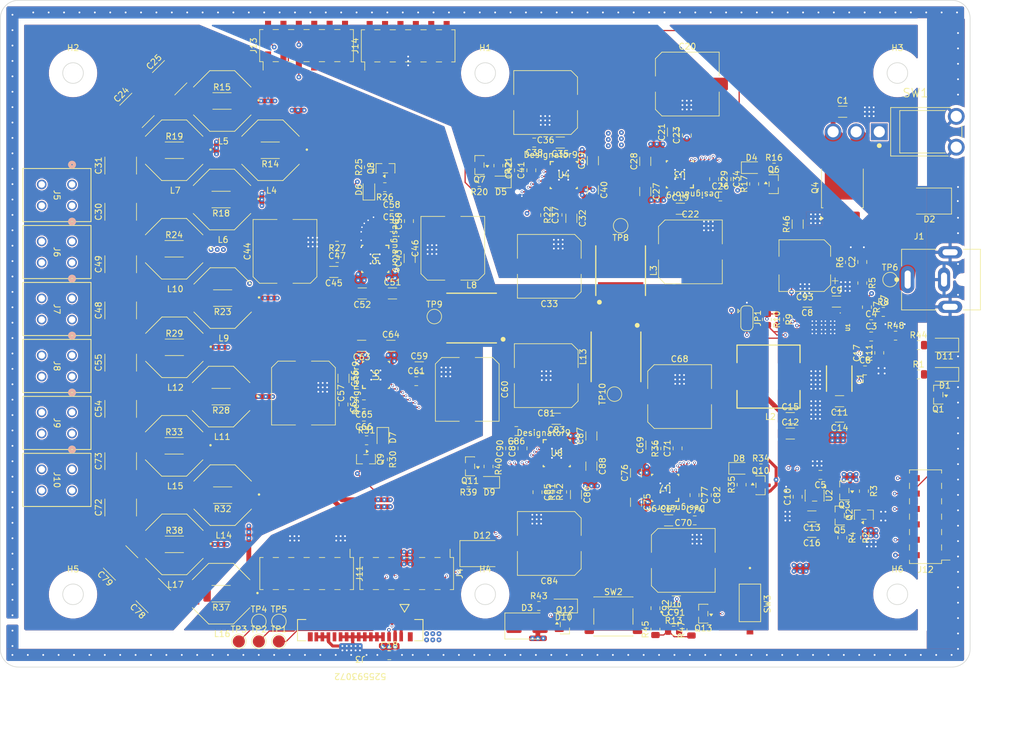
<source format=kicad_pcb>
(kicad_pcb (version 20241229) (generator "pcbnew") (generator_version "9.0")
  (title_block (title "Nathophone Driver Board") (date "2025-10-15") (rev "0") (company "Juventus Technikerschule HF") (comment 4 "AISLER Project ID: TTKHVIER"))
  (layers (0 "F.Cu" signal) (4 "In1.Cu" signal) (6 "In2.Cu" signal) (2 "B.Cu" signal) (13 "F.Paste" user) (15 "B.Paste" user) (5 "F.SilkS" user "F.Silkscreen") (7 "B.SilkS" user "B.Silkscreen") (1 "F.Mask" user) (3 "B.Mask" user) (25 "Edge.Cuts" user))
  (net 0 "")
  (net 1 "GND")
  (net 2 "Net-(Q4-D)")
  (net 3 "Net-(C2-Pad1)")
  (net 4 "Net-(U1-SS1)")
  (net 5 "Net-(U1-SS2)")
  (net 6 "VCC_REG")
  (net 7 "+15V")
  (net 8 "FB_2")
  (net 9 "+24V")
  (net 10 "Net-(U2-BP)")
  (net 11 "+3.3V_int")
  (net 12 "FB_1")
  (net 13 "+3.3V_ext")
  (net 14 "Net-(U3-AVDD)")
  (net 15 "+3.3V")
  (net 16 "Net-(J5-Pin_1)")
  (net 17 "Net-(J5-Pin_3)")
  (net 18 "Net-(U3-GVDD)")
  (net 19 "Net-(U3-BST_P)")
  (net 20 "OUT1_P")
  (net 21 "Net-(U3-BST_N)")
  (net 22 "OUT1_N")
  (net 23 "Net-(U3-VCOM)")
  (net 24 "Net-(U3-VREF_N)")
  (net 25 "Net-(J6-Pin_1)")
  (net 26 "Net-(J6-Pin_3)")
  (net 27 "Net-(U3-VREG)")
  (net 28 "Net-(U4-GVDD)")
  (net 29 "Net-(U4-BST_P)")
  (net 30 "OUT2_P")
  (net 31 "OUT2_N")
  (net 32 "Net-(U4-BST_N)")
  (net 33 "Net-(U4-VREF_N)")
  (net 34 "Net-(U4-VCOM)")
  (net 35 "Net-(U4-VREG)")
  (net 36 "Net-(U5-AVDD)")
  (net 37 "Net-(J7-Pin_1)")
  (net 38 "Net-(J7-Pin_3)")
  (net 39 "Net-(U5-GVDD)")
  (net 40 "Net-(U5-BST_P)")
  (net 41 "Net-(U5-BST_N)")
  (net 42 "Net-(U5-VREF_N)")
  (net 43 "Net-(U5-VCOM)")
  (net 44 "Net-(J8-Pin_1)")
  (net 45 "Net-(J8-Pin_3)")
  (net 46 "Net-(U5-VREG)")
  (net 47 "Net-(U6-GVDD)")
  (net 48 "Net-(U6-BST_P)")
  (net 49 "Net-(U6-BST_N)")
  (net 50 "Net-(U6-VREF_N)")
  (net 51 "Net-(U6-VCOM)")
  (net 52 "Net-(U6-VREG)")
  (net 53 "Net-(U7-AVDD)")
  (net 54 "Net-(J9-Pin_1)")
  (net 55 "Net-(J9-Pin_3)")
  (net 56 "Net-(U7-GVDD)")
  (net 57 "Net-(U7-BST_P)")
  (net 58 "Net-(U7-BST_N)")
  (net 59 "Net-(U7-VCOM)")
  (net 60 "Net-(U7-VREF_N)")
  (net 61 "Net-(J10-Pin_1)")
  (net 62 "Net-(J10-Pin_3)")
  (net 63 "Net-(U7-VREG)")
  (net 64 "Net-(U8-GVDD)")
  (net 65 "Net-(U8-BST_P)")
  (net 66 "Net-(U8-BST_N)")
  (net 67 "Net-(U8-VCOM)")
  (net 68 "Net-(U8-VREF_N)")
  (net 69 "Net-(U8-VREG)")
  (net 70 "Net-(C92-Pad2)")
  (net 71 "Net-(C93-Pad2)")
  (net 72 "Net-(D1-A)")
  (net 73 "Net-(D1-K)")
  (net 74 "Net-(D2-A2)")
  (net 75 "+5V_ext")
  (net 76 "Net-(D4-A)")
  (net 77 "Net-(D5-A)")
  (net 78 "Net-(D6-A)")
  (net 79 "Net-(D7-A)")
  (net 80 "Net-(D8-A)")
  (net 81 "Net-(D9-A)")
  (net 82 "Net-(D10-K)")
  (net 83 "Net-(D10-A)")
  (net 84 "Net-(D11-A)")
  (net 85 "MRCLK")
  (net 86 "LRCLK")
  (net 87 "SCLK")
  (net 89 "GPIO")
  (net 90 "SCL")
  (net 91 "/Data+Power Connections/SDIOC_IN")
  (net 92 "~{ADC_RST_N_OUT}")
  (net 93 "/Data+Power Connections/SDIOD_IN")
  (net 94 "SDA")
  (net 95 "/Data+Power Connections/SDIOE_OUT")
  (net 96 "/Data+Power Connections/SDIOF_IN")
  (net 97 "/Data+Power Connections/SDIOA_OUT")
  (net 98 "DATA")
  (net 100 "+5.3V")
  (net 101 "~{Group_SDZ}")
  (net 102 "PG_2")
  (net 103 "U1_temp")
  (net 104 "PG_1")
  (net 105 "OUT5_N")
  (net 106 "OUT6_P")
  (net 107 "OUT3_N")
  (net 108 "OUT4_P")
  (net 109 "OUT5_P")
  (net 110 "OUT4_N")
  (net 111 "OUT3_P")
  (net 112 "OUT6_N")
  (net 113 "~{FAULT_3}")
  (net 114 "~{FAULT_5}")
  (net 115 "~{FAULT_0}")
  (net 116 "~{FAULT_1}")
  (net 117 "~{FAULT_4}")
  (net 118 "~{FAULT_2}")
  (net 119 "Net-(U1-SW1)")
  (net 120 "Net-(U1-SW2)")
  (net 121 "Net-(Q2-D)")
  (net 122 "Net-(Q6-D)")
  (net 123 "Net-(Q7-D)")
  (net 124 "Net-(Q8-D)")
  (net 125 "Net-(Q9-D)")
  (net 126 "Net-(Q10-D)")
  (net 127 "Net-(Q11-D)")
  (net 128 "Net-(U1-VC2)")
  (net 129 "Net-(U1-RT)")
  (net 130 "Net-(U4-ADR0)")
  (net 131 "Net-(U5-ADR0)")
  (net 132 "Net-(U7-ADR1)")
  (net 133 "Net-(U8-ADR0)")
  (net 134 "Net-(U8-ADR1)")
  (net 136 "Net-(JP1-C)")
  (net 140 "Net-(Q13-S)")
  (net 141 "Net-(Q13-G)")
  (net 142 "Net-(D12-K)")
  (footprint "Capacitor_SMD:C_0805_2012Metric" (layer "F.Cu") (at 176.562 123.796)
    (property "Reference" "C74")
    (property "Value" "1uF")
  )
  (footprint "Resistor_SMD:R_0805_2012Metric" (layer "F.Cu") (at 190.495001 90.654501 -90)
    (property "Reference" "R9")
    (property "Value" "100k")
  )
  (footprint "Capacitor_SMD:C_2220_5750Metric" (layer "F.Cu") (at 84.552968 56.163032 45)
    (property "Reference" "C24")
    (property "Value" "TBD")
  )
  (footprint "Resistor_SMD:R_2010_5025Metric" (layer "F.Cu") (at 98.5785 54.61)
    (property "Reference" "R15")
    (property "Value" "0R")
  )
  (footprint "TestPoint:TestPoint_Pad_D2.0mm" (layer "F.Cu") (at 104.656 140.468)
    (property "Reference" "TP4")
    (property "Value" "TestPoint")
  )
  (footprint "Package_TO_SOT_SMD:SOT-23" (layer "F.Cu") (at 204.469999 122.857499 90)
    (property "Reference" "Q2")
    (property "Value" "2N7002H")
  )
  (footprint "Resistor_SMD:R_0805_2012Metric" (layer "F.Cu") (at 200.914 126.6425 -90)
    (property "Reference" "R4")
    (property "Value" "1M")
  )
  (footprint "Capacitor_SMD:C_1206_3216Metric" (layer "F.Cu") (at 169.418 111.389 90)
    (property "Reference" "C69")
    (property "Value" "100nF")
  )
  (footprint "Package_TO_SOT_SMD:SOT-23" (layer "F.Cu") (at 201.2465 118.872001 180)
    (property "Reference" "Q3")
    (property "Value" "FDN340P")
  )
  (footprint "Package_TO_SOT_SMD:SOT-23" (layer "F.Cu") (at 155.1425 140.97)
    (property "Reference" "Q12")
    (property "Value" "2N7002H")
  )
  (footprint "symbols_footprints:VQFN32_RSM0032B_NV" (layer "F.Cu") (at 123.863999 80.650001 -90)
    (property "Reference" "U5")
    (property "Value" "TAS5720MRSMR")
  )
  (footprint "Capacitor_SMD:C_Elec_10x10.2" (layer "F.Cu") (at 151.966 54.864 180)
    (property "Reference" "C36")
    (property "Value" "100uF")
  )
  (footprint "symbols_footprints:IND_SRU1048-150Y" (layer "F.Cu") (at 98.616 54.61 180)
    (property "Reference" "L5")
    (property "Value" "TBD")
  )
  (footprint "Capacitor_SMD:C_1206_3216Metric" (layer "F.Cu") (at 131.113 98.552)
    (property "Reference" "C59")
    (property "Value" "100nF")
  )
  (footprint "Capacitor_SMD:C_1206_3216Metric" (layer "F.Cu") (at 195.883 125.683 180)
    (property "Reference" "C16")
    (property "Value" "10uF")
  )
  (footprint "Connector_PinHeader_2.54mm:PinHeader_2x06_P2.54mm_Vertical_SMD" (layer "F.Cu") (at 129.048 132.573 -90)
    (property "Reference" "J4")
    (property "Value" "54202-S0806ALF")
  )
  (footprint "Capacitor_SMD:C_1206_3216Metric" (layer "F.Cu") (at 200.454999 106.680001 180)
    (property "Reference" "C14")
    (property "Value" "47uF")
  )
  (footprint "Resistor_SMD:R_0805_2012Metric" (layer "F.Cu") (at 125.118 113.7385 -90)
    (property "Reference" "R30")
    (property "Value" "1k")
  )
  (footprint "Capacitor_SMD:C_0805_2012Metric" (layer "F.Cu") (at 197.292 116.285 180)
    (property "Reference" "C5")
    (property "Value" "10nF")
  )
  (footprint "Capacitor_SMD:C_0805_2012Metric" (layer "F.Cu") (at 170.083 138.2795 -90)
    (property "Reference" "C92")
    (property "Value" "10nF")
  )
  (footprint "Resistor_SMD:R_2010_5025Metric" (layer "F.Cu") (at 98.4265 70.866 180)
    (property "Reference" "R18")
    (property "Value" "0R")
  )
  (footprint "Package_TO_SOT_SMD:SOT-23" (layer "F.Cu") (at 189.5935 68.335)
    (property "Reference" "Q6")
    (property "Value" "BSS84")
  )
  (footprint "Capacitor_SMD:C_2220_5750Metric" (layer "F.Cu") (at 81.86 65.268 90)
    (property "Reference" "C31")
    (property "Value" "TBD")
  )
  (footprint "Capacitor_SMD:C_1206_3216Metric" (layer "F.Cu") (at 166.878 115.977 90)
    (property "Reference" "C76")
    (property "Value" "220nF")
  )
  (footprint "MountingHole:MountingHole_3.2mm_M3" (layer "F.Cu") (at 210 50)
    (property "Reference" "H3")
    (property "Value" "MountingHole")
  )
  (footprint "Resistor_SMD:R_0805_2012Metric" (layer "F.Cu") (at 204.973001 88.622501 -90)
    (property "Reference" "R7")
    (property "Value" "1M")
  )
  (footprint "Capacitor_SMD:C_2220_5750Metric" (layer "F.Cu") (at 81.86 105.41 90)
    (property "Reference" "C54")
    (property "Value" "TBD")
  )
  (footprint "Connector_PinHeader_2.54mm:PinHeader_2x06_P2.54mm_Vertical_SMD" (layer "F.Cu") (at 214.645 123.19 180)
    (property "Reference" "J12")
    (property "Value" "54202-S0806ALF")
  )
  (footprint "Capacitor_SMD:C_0805_2012Metric" (layer "F.Cu") (at 118.618 104.68 -90)
    (property "Reference" "C62")
    (property "Value" "1uF")
  )
  (footprint "Resistor_SMD:R_0805_2012Metric" (layer "F.Cu") (at 122.4275 110.587)
    (property "Reference" "R31")
    (property "Value" "100k")
  )
  (footprint "Resistor_SMD:R_0805_2012Metric" (layer "F.Cu") (at 150.8495 137.922)
    (property "Reference" "R43")
    (property "Value" "470")
  )
  (footprint "symbols_footprints:TE_1-1571986-1" (layer "F.Cu") (at 207.01 59.69)
    (property "Reference" "SW1")
    (property "Value" "1-1571986-1")
  )
  (footprint "Capacitor_SMD:C_0805_2012Metric" (layer "F.Cu") (at 148.148 111.924 90)
    (property "Reference" "C89")
    (property "Value" "1uF")
  )
  (footprint "Resistor_SMD:R_0805_2012Metric" (layer "F.Cu") (at 171.704 111.9515 90)
    (property "Reference" "R36")
    (property "Value" "22k")
  )
  (footprint "Capacitor_SMD:C_1206_3216Metric" (layer "F.Cu") (at 126.697 86.36)
    (property "Reference" "C51")
    (property "Value" "220nF")
  )
  (footprint "Package_TO_SOT_SMD:TO-252-2" (layer "F.Cu") (at 200.921 68.927 90)
    (property "Reference" "Q4")
    (property "Value" "FQD11P06TM")
  )
  (footprint "Capacitor_SMD:C_1206_3216Metric" (layer "F.Cu") (at 159.766 69.287 -90)
    (property "Reference" "C40")
    (property "Value" "220nF")
  )
  (footprint "Capacitor_SMD:C_2220_5750Metric" (layer "F.Cu") (at 81.86 89.164 90)
    (property "Reference" "C48")
    (property "Value" "TBD")
  )
  (footprint "Capacitor_SMD:C_1206_3216Metric" (layer "F.Cu") (at 168.402 64.565 90)
    (property "Reference" "C28")
    (property "Value" "220nF")
  )
  (footprint "symbols_footprints:CONN_1862042" (layer "F.Cu") (at 68.834 81.28 -90)
    (property "Reference" "J6")
    (property "Value" "TERM BLOCK")
  )
  (footprint "symbols_footprints:SOT65P210X110-6N" (layer "F.Cu") (at 173.172 139.7)
    (property "Reference" "U10")
    (property "Value" "74LVC2G07")
  )
  (footprint "Capacitor_SMD:C_0805_2012Metric" (layer "F.Cu") (at 175.26 60.264 90)
    (property "Reference" "C23")
    (property "Value" "1uF")
  )
  (footprint "symbols_footprints:CONN_1862042" (layer "F.Cu") (at 68.834 90.678 -90)
    (property "Reference" "J7")
    (property "Value" "TERM BLOCK")
  )
  (footprint "Capacitor_SMD:C_Elec_10x10.2" (layer "F.Cu") (at 152.572 127.606 180)
    (property "Reference" "C84")
    (property "Value" "100uF")
  )
  (footprint "Capacitor_SMD:C_Elec_10x10.2" (layer "F.Cu") (at 139.036 102.19 -90)
    (property "Reference" "C60")
    (property "Value" "100uF")
  )
  (footprint "symbols_footprints:IND_SRU1048-150Y" (layer "F.Cu") (at 98.4265 135.89 180)
    (property "Reference" "L16")
    (property "Value" "TBD")
  )
  (footprint "symbols_footprints:CONN_1862042" (layer "F.Cu") (at 68.834 71.882 -90)
    (property "Reference" "J5")
    (property "Value" "TERM BLOCK")
  )
  (footprint "Capacitor_SMD:C_0805_2012Metric" (layer "F.Cu") (at 121.986 104.648 180)
    (property "Reference" "C65")
    (property "Value" "1uF")
  )
  (footprint "Capacitor_SMD:C_0805_2012Metric" (layer "F.Cu") (at 204.978001 96.2 90)
    (property "Reference" "C17")
    (property "Value" "220pF")
  )
  (footprint "Package_TO_SOT_SMD:SOT-23" (layer "F.Cu") (at 141.0485 65.174 180)
    (property "Reference" "Q7")
    (property "Value" "BSS84")
  )
  (footprint "symbols_footprints:IND_SRU1048-150Y" (layer "F.Cu") (at 90.7155 95.25 180)
    (property "Reference" "L12")
    (property "Value" "TBD")
  )
  (footprint "Capacitor_SMD:C_1206_3216Metric" (layer "F.Cu") (at 192.326999 109.474)
    (property "Reference" "C12")
    (property "Value" "47uF")
  )
  (footprint "Capacitor_SMD:C_Elec_10x10.2" (layer "F.Cu") (at 152.572 81.886 180)
    (property "Reference" "C33")
    (property "Value" "100uF")
  )
  (footprint "Resistor_SMD:R_0805_2012Metric" (layer "F.Cu") (at 186.37 68.2975 90)
    (property "Reference" "R17")
    (property "Value" "100k")
  )
  (footprint "Resistor_SMD:R_0805_2012Metric" (layer "F.Cu") (at 122.814 65.5255 90)
    (property "Reference" "R25")
    (property "Value" "1k")
  )
  (footprint "Resistor_SMD:R_0805_2012Metric" (layer "F.Cu") (at 203.2 126.6425 -90)
    (property "Reference" "R2")
    (property "Value" "1M")
  )
  (footprint "Capacitor_SMD:C_0805_2012Metric" (layer "F.Cu") (at 126.558 75.438)
    (property "Reference" "C53")
    (property "Value" "1uF")
  )
  (footprint "Capacitor_SMD:C_0805_2012Metric" (layer "F.Cu") (at 151.892 73.438 -90)
    (property "Reference" "C37")
    (property "Value" "1uF")
  )
  (footprint "Resistor_SMD:R_0805_2012Metric" (layer "F.Cu") (at 176.022 141.8825 90)
    (property "Reference" "R47")
    (property "Value" "100k")
  )
  (footprint "LED_SMD:LED_0805_2012Metric" (layer "F.Cu") (at 144.6045 67.968 180)
    (property "Reference" "D5")
    (property "Value" "CMD17-21VRD/TR8")
  )
  (footprint "Capacitor_SMD:C_0805_2012Metric" (layer "F.Cu") (at 181.798 67.498 -90)
    (property "Reference" "C34")
    (property "Value" "1uF")
  )
  (footprint "symbols_footprints:VQFN32_RSM0032B_NV" (layer "F.Cu") (at 174.111999 66.713999 180)
    (property "Reference" "U3")
    (property "Value" "TAS5720MRSMR")
  )
  (footprint "LED_SMD:LED_0805_2012Metric" (layer "F.Cu") (at 125.118 110.1575 -90)
    (property "Reference" "D7")
    (property "Value" "CMD17-21VRD/TR8")
  )
  (footprint "symbols_footprints:SW_DS04-254-2-01BK-SMT" (layer "F.Cu") (at 185.674 137.414 -90)
    (property "Reference" "SW3")
    (property "Value" "DS04-254-2-01BK-SMT")
  )
  (footprint "Capacitor_SMD:C_2220_5750Metric" (layer "F.Cu") (at 81.854005 130.818877 135)
    (property "Reference" "C79")
    (property "Value" "TBD")
  )
  (footprint "Capacitor_SMD:C_0805_2012Metric" (layer "F.Cu") (at 117.546 78.486 180)
    (property "Reference" "C47")
    (property "Value" "1uF")
  )
  (footprint "Capacitor_SMD:C_1206_3216Metric" (layer "F.Cu") (at 200.963 56.388)
    (property "Reference" "C1")
    (property "Value" "10nF")
  )
  (footprint "Capacitor_SMD:C_Elec_10x10.2" (layer "F.Cu") (at 108.966 79.42 90)
    (property "Reference" "C44")
    (property "Value" "100uF")
  )
  (footprint "Capacitor_SMD:C_Elec_10x10.2" (layer "F.Cu") (at 175.85 79.502)
    (property "Reference" "C22")
    (property "Value" "100uF")
  )
  (footprint "Capacitor_SMD:C_Elec_10x10.2" (layer "F.Cu") (at 136.652 78.912 90)
    (property "Reference" "C46")
    (property "Value" "100uF")
  )
  (footprint "Capacitor_SMD:C_0805_2012Metric" (layer "F.Cu") (at 193.548 119.907001 90)
    (property "Reference" "C10")
    (property "Value" "10nF")
  )
  (footprint "Resistor_SMD:R_2010_5025Metric" (layer "F.Cu") (at 90.678 78.994)
    (property "Reference" "R24")
    (property "Value" "0R")
  )
  (footprint "symbols_footprints:IND_SRU1048-150Y" (layer "F.Cu") (at 98.6805 87.122 180)
    (property "Reference" "L9")
    (property "Value" "TBD")
  )
  (footprint "Capacitor_SMD:C_1206_3216Metric" (layer "F.Cu") (at 200.454999 104.14 180)
    (property "Reference" "C11")
    (property "Value" "47uF")
  )
  (footprint "Resistor_SMD:R_0805_2012Metric" (layer "F.Cu") (at 204.211001 84.6485 -90)
    (property "Reference" "R5")
    (property "Value" "14k")
  )
  (footprint "Capacitor_SMD:C_0805_2012Metric" (layer "F.Cu") (at 150.082 61.468 180)
    (property "Reference" "C38")
    (property "Value" "1uF")
  )
  (footprint "symbols_footprints:IND_SRU1048-150Y" (layer "F.Cu") (at 106.573 62.738 180)
    (property "Reference" "L4")
    (property "Value" "TBD")
  )
  (footprint "Capacitor_SMD:C_1206_3216Metric" (layer "F.Cu") (at 121.611 94.996 180)
    (property "Reference" "C63")
    (property "Value" "220nF")
  )
  (footprint "Resistor_SMD:R_0805_2012Metric" (layer "F.Cu") (at 207.668501 89.408)
    (property "Reference" "R8")
    (property "Value" "56k")
  )
  (footprint "LED_SMD:LED_1206_3216Metric" (layer "F.Cu") (at 217.826 94.887 180)
    (property "Reference" "D11")
    (property "Value" "CMD15-21VGD/TR8")
  )
  (footprint "Capacitor_SMD:C_1206_3216Metric" (layer "F.Cu") (at 195.882999 123.142999 180)
    (property "Reference" "C13")
    (property "Value" "10uF")
  )
  (footprint "Package_TO_SOT_SMD:SOT-23" (layer "F.Cu") (at 200.4845 123.002 180)
    (property "Reference" "Q5")
    (property "Value" "FDN340P")
  )
  (footprint "Diode_SMD:D_SMB" (layer "F.Cu") (at 141.478 129.286)
    (property "Reference" "D12")
    (property "Value" "SL215B-TP")
  )
  (footprint "Connector_PinHeader_2.54mm:PinHeader_2x06_P2.54mm_Vertical_SMD" (layer "F.Cu") (at 129.286 45.511 90)
    (property "Reference" "J14")
    (property "Value" "54202-S0806ALF")
  )
  (footprint "Resistor_SMD:R_0805_2012Metric" (layer "F.Cu") (at 144.175 65.2775 -90)
    (property "Reference" "R21")
    (property "Value" "100k")
  )
  (footprint "MountingHole:MountingHole_3.2mm_M3" (layer "F.Cu") (at 74 136)
    (property "Reference" "H5")
    (property "Value" "MountingHole")
  )
  (footprint "Capacitor_SMD:C_2220_5750Metric" (layer "F.Cu") (at 87.242159 136.207031 135)
    (property "Reference" "C78")
    (property "Value" "TBD")
  )
  (footprint "Capacitor_SMD:C_0805_2012Metric" (layer "F.Cu") (at 149.606 66.04 90)
    (property "Reference" "C41")
    (property "Value" "1uF")
  )
  (footprint "Capacitor_SMD:C_Elec_10x10.2" (layer "F.Cu") (at 152.064 99.92 180)
    (property "Reference" "C81")
    (property "Value" "100uF")
  )
  (footprint "Resistor_SMD:R_2010_5025Metric" (layer "F.Cu") (at 98.6805 119.634 180)
    (property "Reference" "R32")
    (property "Value" "0R")
  )
  (footprint "Capacitor_SMD:C_Elec_10x10.2" (layer "F.Cu") (at 175.342 51.816)
    (property "Reference" "C20")
    (property "Value" "100uF")
  )
  (footprint "Capacitor_SMD:C_0805_2012Metric" (layer "F.Cu") (at 129.418 74.422 90)
    (property "Reference" "C50")
    (property "Value" "1uF")
  )
  (footprint "Capacitor_SMD:C_0805_2012Metric" (layer "F.Cu") (at 180.782 70.358)
    (property "Reference" "C26")
    (property "Value" "1uF")
  )
  (footprint "Capacitor_SMD:C_2220_5750Metric" (layer "F.Cu") (at 81.86 81.544 90)
    (property "Reference" "C49")
    (property "Value" "TBD")
  )
  (footprint "Resistor_SMD:R_0805_2012Metric" (layer "F.Cu") (at 153.924 73.4005 90)
    (property "Reference" "R22")
    (property "Value" "22k")
  )
  (footprint "Capacitor_SMD:C_1206_3216Metric" (layer "F.Cu") (at 168.402 69.547 -90)
    (property "Reference" "C27")
    (property "Value" "220nF")
  )
  (footprint "Package_TO_SOT_SMD:SOT-23" (layer "F.Cu") (at 125.542 65.7075 90)
    (property "Reference" "Q8")
    (property "Value" "BSS84")
  )
  (footprint "Capacitor_SMD:C_0805_2012Metric" (layer "F.Cu") (at 179.766 67.498 -90)
    (property "Reference" "C29")
    (property "Value" "1uF")
  )
  (footprint "symbols_footprints:WE-HCI_1050" (layer "F.Cu") (at 188.736999 100.076 180)
    (property "Reference" "L2")
    (property "Value" "10uH")
  )
  (footprint "TestPoint:TestPoint_Pad_D2.0mm" (layer "F.Cu") (at 163.322 102.968 90)
    (property "Reference" "TP10")
    (property "Value" "TestPoint")
  )
  (footprint "Capacitor_SMD:C_1206_3216Metric" (layer "F.Cu") (at 129.54 80.567 90)
    (property "Reference" "C43")
    (property "Value" "100nF")
  )
  (footprint "LED_SMD:LED_0805_2012Metric" (layer "F.Cu") (at 185.9405 65.607)
    (property "Reference" "D4")
    (property "Value" "CMD17-21VRD/TR8")
  )
  (footprint "Capacitor_SMD:C_1206_3216Metric" (layer "F.Cu") (at 195.116 87.71 180)
    (property "Reference" "C8")
    (property "Value" "4.7uF")
  )
  (footprint "Connector_PinHeader_2.54mm:PinHeader_2x06_P2.54mm_Vertical_SMD" (layer "F.Cu") (at 112.538 132.573 -90)
    (property "Reference" "J11")
    (property "Value" "54202-S0806ALF")
  )
  (footprint "Package_TO_SOT_SMD:SOT-23-5" (layer "F.Cu") (at 196.341999 119.708499 -90)
    (property "Reference" "U2")
    (property "Value" "SPX3819M5-L-3-3")
  )
  (footprint "MountingHole:MountingHole_3.2mm_M3" (layer "F.Cu") (at 142 136)
    (property "Reference" "H4")
    (property "Value" "MountingHole")
  )
  (footprint "LED_SMD:LED_0805_2012Metric" (layer "F.Cu") (at 122.814 69.2635 90)
    (property "Reference" "D6")
    (property "Value" "CMD17-21VRD/TR8")
  )
  (footprint "LED_SMD:LED_1206_3216Metric" (layer "F.Cu") (at 217.832 99.713 180)
    (property "Reference" "D1")
    (property "Value" "CMD15-21VGD/TR8")
  )
  (footprint "symbols_footprints:VQFN32_RSM0032B_NV" (layer "F.Cu") (at 153.802004 112.708001)
    (property "Reference" "U8")
    (property "Value" "TAS5720MRSMR")
  )
  (footprint "Capacitor_SMD:C_0201_0603Metric_Pad0.64x0.40mm_HandSolder" (layer "F.Cu") (at 206.751 87.5565 -90)
    (property "Reference" "C7")
    (property "Value" "4.7pF")
  )
  (footprint "symbols_footprints:IND_SRU1048-150Y" (layer "F.Cu") (at 98.6805 119.634 180)
    (property "Reference" "L14")
    (property "Value" "TBD")
  )
  (footprint "Capacitor_SMD:C_1206_3216Metric" (layer "F.Cu") (at 117.021 82.804 180)
    (property "Reference" "C45")
    (property "Value" "100nF")
  )
  (footprint "Capacitor_SMD:C_1206_3216Metric" (layer "F.Cu") (at 153.719 107.032 180)
    (property "Reference" "C83")
    (property "Value" "100nF")
  )
  (footprint "Capacitor_SMD:C_1206_3216Metric" (layer "F.Cu") (at 199.942 87.710001)
    (property "Reference" "C9")
    (property "Value" "4.7uF")
  )
  (footprint "Connector_PinHeader_2.54mm:PinHeader_2x06_P2.54mm_Vertical_SMD" (layer "F.Cu") (at 112.522 45.481 90)
    (property "Reference" "J13")
    (property "Value" "54202-S0806ALF")
  )
  (footprint "Resistor_SMD:R_2010_5025Metric" (layer "F.Cu") (at 90.7155 127.762)
    (property "Reference" "R38")
    (property "Value" "0R")
  )
  (footprint "Capacitor_SMD:C_0805_2012Metric" (layer "F.Cu") (at 204.657999 99.060001)
    (property "Reference" "C6")
    (property "Value" "1uF")
  )
  (footprint "Resistor_SMD:R_0805_2012Metric" (layer "F.Cu") (at 141.0235 67.968 180)
    (property "Reference" "R20")
    (property "Value" "1k")
  )
  (footprint "Capacitor_SMD:C_1206_3216Metric" (layer "F.Cu") (at 192.326999 106.934)
    (property "Reference" "C15")
    (property "Value" "47uF")
  )
  (footprint "Resistor_SMD:R_2010_5025Metric" (layer "F.Cu") (at 98.4265 135.89 180)
    (property "Reference" "R37")
    (property "Value" "0R")
  )
  (footprint "MountingHole:MountingHole_3.2mm_M3" (layer "F.Cu") (at 210 136)
    (property "Reference" "H6")
    (property "Value" "MountingHole")
  )
  (footprint "Capacitor_SMD:C_Elec_10x10.2" (layer "F.Cu") (at 112.014 102.796 -90)
    (property "Reference" "C57")
    (property "Value" "100uF")
  )
  (footprint "Capacitor_SMD:C_2220_5750Metric" (layer "F.Cu") (at 81.86 72.888 90)
    (property "Reference" "C30")
    (property "Value" "TBD")
  )
  (footprint "Resistor_SMD:R_0805_2012Metric" (layer "F.Cu") (at 209.6955 93.33)
    (property "Reference" "R48")
    (property "Value" "178k")
  )
  (footprint "TestPoint:TestPoint_Pad_D2.0mm" (layer "F.Cu") (at 133.604 90.17)
    (property "Reference" "TP9")
    (property "Value" "TestPoint")
  )
  (footprint "Package_TO_SOT_SMD:SOT-23" (layer "F.Cu") (at 216.7405 103.058 180)
    (property "Reference" "Q1")
    (property "Value" "2N7002H")
  )
  (footprint "symbols_footprints:WE-LQS_8065" (layer "F.Cu") (at 163.576 96.82 90)
    (property "Reference" "L13")
    (property "Value" "150uH")
  )
  (footprint "Package_TO_SOT_SMD:SOT-23" (layer "F.Cu") (at 187.4255 118.012)
    (property "Reference" "Q10")
    (property "Value" "BSS84")
  )
  (footprint "Resistor_SMD:R_0805_2012Metric" (layer "F.Cu") (at 154.686 119.1105 90)
    (property "Reference" "R41")
    (property "Value" "22k")
  )
  (footprint "Package_TO_SOT_SMD:SOT-23" (layer "F.Cu") (at 177.9755 139.192 180)
    (property "Reference" "Q13")
    (property "Value" "2N7002H")
  )
  (footprint "Resistor_SMD:R_0805_2012Metric" (layer "F.Cu") (at 170.083 141.798 90)
    (property "Reference" "R45")
    (property "Value" "100k")
  )
  (footprint "Resistor_SMD:R_0805_2012Metric" (layer "F.Cu") (at 117.5835 80.518)
    (property "Reference" "R27")
    (property "Value" "22k")
  )
  (footprint "Capacitor_SMD:C_1206_3216Metric" (layer "F.Cu") (at 156.21 73.963 -90)
    (property "Reference" "C32")
    (property "Value" "100nF")
  )
  (footprint "Resistor_SMD:R_2010_5025Metric" (layer "F.Cu") (at 106.5355 62.738 180)
    (property "Reference" "R14")
    (property "Value" "0R")
  )
  (footprint "TestPoint:TestPoint_Pad_D2.0mm" (layer "F.Cu") (at 164.338 75.184 180)
    (property "Reference" "TP8")
    (property "Value" "TestPoint")
  )
  (footprint "symbols_footprints:IND_SRU1048-150Y" (layer "F.Cu") (at 90.7155 127.762 180)
    (property "Reference" "L17")
    (property "Value" "TBD")
  )
  (footprint "Capacitor_SMD:C_0805_2012Metric" (layer "F.Cu") (at 205.674 91.44)
    (property "Reference" "C4")
    (property "Value" "1nF")
  )
  (footprint "symbols_footprints:CONN_1862042" (layer "F.Cu") (at 68.834 109.474 -90)
    (property "Reference" "J9")
    (property "Value" "TERM BLOCK")
  )
  (footprint "Resistor_SMD:R_0805_2012Metric" (layer "F.Cu") (at 152.654 119.1105 -90)
    (property "Reference" "R42")
    (property "Value" "22k")
  )
  (footprint "symbols_footprints:IND_SRU1048-150Y" (layer "F.Cu") (at 90.678 62.738 180)
    (property "Reference" "L7")
    (property "Value" "TBD")
  )
  (footprint "Capacitor_SMD:C_0805_2012Metric" (layer "F.Cu") (at 173.736 111.914 90)
    (property "Reference" "C71")
    (property "Value" "1uF")
  )
  (footprint "Capacitor_SMD:C_0805_2012Metric" (layer "F.Cu") (at 147.574 66.04 90)
    (property "Reference" "C42")
    (property "Value" "1uF")
  )
  (footprint "Capacitor_SMD:C_1206_3216Metric" (layer "F.Cu") (at 159.766 64.461 90)
    (property "Reference" "C39")
    (property "Value" "220nF")
  )
  (footprint "Capacitor_SMD:C_0805_2012Metric" (layer "F.Cu") (at 205.674 93.472)
    (property "Reference" "C3")
    (property "Value" "1nF")
  )
  (footprint "symbols_footprints:WE-LQS_8065" (layer "F.Cu") (at 164.338 82.602 -90)
    (property "Reference" "L3")
    (property "Value" "150uH")
  )
  (footprint "Capacitor_SMD:C_Elec_10x10.2" (layer "F.Cu") (at 174.072 103.378)
    (property "Reference" "C68")
    (property "Value" "100uF")
  )
  (footprint "Package_TO_SOT_SMD:SOT-23" (layer "F.Cu") (at 139.498 114.8725 180)
    (property "Reference" "Q11")
    (property "Value" "BSS84")
  )
  (footprint "Capacitor_SMD:C_1206_3216Metric" (layer "F.Cu") (at 172.261 123.796)
    (property "Reference" "C67")
    (property "Value" "100nF")
  )
  (footprint "symbols_footprints:CONN_1862042" (layer "F.Cu") (at 68.834 118.872 -90)
    (property "Reference" "J10")
    (property "Value" "TERM BLOCK")
  )
  (footprint "Capacitor_SMD:C_2220_5750Metric" (layer "F.Cu") (at 89.941122 50.774878 45)
    (property "Reference" "C25")
    (property "Value" "TBD")
  )
  (footprint "Capacitor_SMD:C_1206_3216Metric" (layer "F.Cu") (at 126.437 94.996)
    (property "Reference" "C64")
    (property "Value" "220nF")
  )
  (footprint "Capacitor_SMD:C_1206_3216Metric" (layer "F.Cu") (at 159.512 109.875 90)
    (property "Reference" "C87")
    (property "Value" "220nF")
  )
  (footprint "Capacitor_SMD:C_2220_5750Metric" (layer "F.Cu") (at 81.86 97.78 90)
    (property "Reference" "C55")
    (property "Value" "TBD")
  )
  (footprint "MountingHole:MountingHole_3.2mm_M3" (layer "F.Cu") (at 74 50)
    (property "Reference" "H2")
    (property "Value" "MountingHole")
  )
  (footprint "Capacitor_SMD:C_1206_3216Metric" (layer "F.Cu") (at 159.512 114.857 -90)
    (property "Reference" "C88")
    (property "Value" "220nF")
  )
  (footprint "Capacitor_SMD:C_0805_2012Metric" (layer "F.Cu") (at 121.986 106.68 180)
    (property "Reference" "C66")
    (property "Value" "1uF")
  )
  (footprint "Resistor_SMD:R_0805_2012Metric" (layer "F.Cu") (at 189.6485 65.607)
    (property "Reference" "R16")
    (property "Value" "1k")
  )
  (footprint "symbols_footprints:WE-LQS_8065" (layer "F.Cu") (at 139.752 90.424)
    (property "Reference" "L8")
    (property "Value" "150uH")
  )
  (footprint "Resistor_SMD:R_0805_2012Metric" (layer "F.Cu") (at 213.4875 94.887)
    (property "Reference" "R44")
    (property "Value" "3k6")
  )
  (footprint "Capacitor_SMD:C_1206_3216Metric" (layer "F.Cu") (at 118.618 100.379 -90)
    (property "Reference" "C56")
    (property "Value" "100nF")
  )
  (footprint "symbols_footprints:IND_SRU1048-150Y" (layer "F.Cu") (at 90.678 111.506 180)
    (property "Reference" "L15")
    (property "Value" "TBD")
  )
  (footprint "symbols_footprints:IND_SRU1048-150Y" (layer "F.Cu") (at 98.4265 103.378 180)
    (property "Reference" "L11")
    (property "Value" "TBD")
  )
  (footprint "Resistor_SMD:R_0805_2012Metric" (layer "F.Cu") (at 187.4885 115.218)
    (property "Reference" "R34")
    (property "Value" "1k")
  )
  (footprint "LED_SMD:LED_1206_3216Metric" (layer "F.Cu") (at 154.94 137.922 180)
    (property "Reference" "D10")
    (property "Value" "CMD15-21VYD/TR8")
  )
  (footprint "Capacitor_SMD:C_0805_2012Metric" (layer "F.Cu") (at 146.116 111.924 90)
    (property "Reference" "C90")
    (property "Value" "1uF")
  )
  (footprint "Capacitor_SMD:C_0805_2012Metric" (layer "F.Cu") (at 126.558 73.406)
    (property "Reference" "C58")
    (property "Value" "1uF")
  )
  (footprint "Jumper:SolderJumper-3_P1.3mm_Open_RoundedPad1.0x1.5mm" (layer "F.Cu") (at 185.166 90.454 -90)
    (property "Reference" "JP1")
    (property "Value" "Mode Selector")
  )
  (footprint "Capacitor_SMD:C_1206_3216Metric" (layer "F.Cu") (at 154.383 61.468 180)
    (property "Reference" "C35")
    (property "Value" "100nF")
  )
  (footprint "symbols_footprints:VQFN32_RSM0032B_NV" (layer "F.Cu") (at 123.980001 99.806001 90)
    (property "Reference" "U6")
    (property "Value" "TAS5720MRSMR")
  )
  (footprint "Resistor_SMD:R_0805_2012Metric" (layer "F.Cu") (at 213.4875 99.713)
    (property "Reference" "R1")
    (property "Value" "750")
  )
  (footprint "Capacitor_SMD:C_0805_2012Metric" (layer "F.Cu") (at 126.172 146.05)
    (property "Reference" "C18")
    (property "Value" "10nF")
  )
  (footprint "Capacitor_SMD:C_0805_2012Metric" (layer "F.Cu") (at 150.622 119.148 -90)
    (property "Reference" "C85")
    (property "Value" "1uF")
  )
  (footprint "Resistor_SMD:R_2010_5025Metric" (layer "F.Cu") (at 98.6805 87.122 180)
    (property "Reference" "R23")
    (property "Value" "0R")
  )
  (footprint "symbols_footprints:IND_SRU1048-150Y" (layer "F.Cu") (at 98.576 70.866 180)
    (property "Reference" "L6")
    (property "Value" "TBD")
  )
  (footprint "symbols_footprints:CUI_PJ-063AH" (layer "F.Cu") (at 211.694 84.074)
    (property "Reference" "J1")
    (property "Value" "PJ-063AH")
  )
  (footprint "Resistor_SMD:R_0805_2012Metric" (layer "F.Cu") (at 188.463001 90.654501 -90)
    (property "Reference" "R10")
    (property "Value" "100k")
  )
  (footprint "Capacitor_SMD:C_0805_2012Metric" (layer "F.Cu") (at 178.562 119.634 -90)
    (property "Reference" "C82")
    (property "Value" "1uF")
  )
  (footprint "Capacitor_SMD:C_1206_3216Metric" (layer "F.Cu") (at 166.878 120.803 -90)
    (property "Reference" "C75")
    (property "Value" "220nF")
  )
  (footprint "TestPoint:TestPoint_Pad_D2.0mm" (layer "F.Cu") (at 107.958 143.77)
    (property "Reference" "TP1")
    (property "Value" "TestPoint")
  )
  (footprint "MountingHole:MountingHole_3.2mm_M3" (layer "F.Cu") (at 142 50)
    (property "Reference" "H1")
    (property "Value" "MountingHole")
  )
  (footprint "Capacitor_SMD:C_0805_2012Metric" (layer "F.Cu") (at 130.622 100.838)
    (property "Reference" "C61")
    (property "Value" "1uF")
  )
  (footprint "Resistor_SMD:R_1206_3216Metric" (layer "F.Cu") (at 193.548 74.93 90)
    (property "Reference" "R46")
    (property "Value" "0R5")
  )
  (footprint "symbols_footprints:VQFN32_RSM0032B_NV" (layer "F.Cu") (at 154.955999 66.830001)
    (property "Reference" "U4")
    (property "Value" "TAS5720MRSMR")
  )
  (footprint "Capacitor_SMD:C_2220_5750Metric" (layer "F.Cu") (at 81.86 121.676 90)
    (property "Reference" "C72")
    (property "Value" "TBD")
  )
  (footprint "Resistor_SMD:R_0805_2012Metric" (layer "F.Cu") (at 125.4385 68.834 180)
    (property "Reference" "R26")
    (property "Value" "100k")
  )
  (footprint "TestPoint:TestPoint_Pad_D2.0mm" (layer "F.Cu") (at 208.788 84.074)
    (property "Reference" "TP6")
    (property "Value" "TestPoint")
  )
  (footprint "Resistor_SMD:R_0805_2012Metric" (layer "F.Cu") (at 139.2375 117.522 180)
    (property "Reference" "R39")
    (property "Value" "1k")
  )
  (footprint "Resistor_SMD:R_2010_5025Metric" (layer "F.Cu") (at 90.7155 95.25)
    (property "Reference" "R29")
    (property "Value" "0R")
  )
  (footprint "Capacitor_SMD:C_2220_5750Metric" (layer "F.Cu") (at 81.86 114.036 90)
    (property "Reference" "C73")
    (property "Value" "TBD")
  )
  (footprint "Diode_SMD:D_SMB" (layer "F.Cu") (at 215.274 71.12 180)
    (property "Reference" "D2")
    (property "Value" "CP-063AH-ND")
  )
  (footprint "Capacitor_SMD:C_0805_2012Metric" (layer "F.Cu") (at 204.211 81.172 90)
    (property "Reference" "C2")
    (property "Value" "220pF")
  )
  (footprint "Resistor_SMD:R_2010_5025Metric" (layer "F.Cu") (at 90.7155 62.738)
    (property "Reference" "R19")
    (property "Value" "0R")
  )
  (footprint "Capacitor_SMD:C_0805_2012Metric" (layer "F.Cu") (at 176.53 119.634 -90)
    (property "Reference" "C77")
    (property "Value" "1uF")
  )
  (footprint "Capacitor_SMD:C_1206_3216Metric" (layer "F.Cu") (at 173.531 137.16 180)
    (property "Reference" "C91")
    (property "Value" "100nF")
  )
  (footprint "LED_SMD:LED_0805_2012Metric" (layer "F.Cu") (at 142.69 117.522 180)
    (property "Reference" "D9")
    (property "Value" "CMD17-21VRD/TR8")
  )
  (footprint "symbols_footprints:QFN50P600X400X103-32N240X440" (layer "F.Cu") (at 197.825 91.928 -90)
    (property "Reference" "U1")
    (property "Value" "LT8650SEV_PBF")
  )
  (footprint "Capacitor_SMD:CP_Elec_8x10" (layer "F.Cu") (at 194.725 81.768 180)
    (property "Reference" "C93")
    (property "Value" "47uF")
  )
  (footprint "Resistor_SMD:R_2010_5025Metric" (layer "F.Cu") (at 98.4265 103.378 180)
    (property "Reference" "R28")
    (property "Value" "0R")
  )
  (footprint "Capacitor_SMD:C_1206_3216Metric" (layer "F.Cu") (at 174.195 72.39)
    (property "Reference" "C19")
    (property "Value" "100nF")
  )
  (footprint "TestPoint:TestPoint_Pad_D2.0mm" (layer "F.Cu") (at 101.354 143.77)
    (property "Reference" "TP3")
    (property "Value" "TestPoint")
  )
  (footprint "Package_TO_SOT_SMD:SOT-23" (layer "F.Cu") (at 122.324 113.7135 -90)
    (property "Reference" "Q9")
    (property "Value" "BSS84")
  )
  (footprint "symbols_footprints:IND_SRU1048-150Y" (layer "F.Cu") (at 90.678 78.994 180)
    (property "Reference" "L10")
    (property "Value" "TBD")
  )
  (footprint "Resistor_SMD:R_0805_2012Metric" (layer "F.Cu") (at 184.299 117.9085 90)
    (property "Reference" "R35")
    (property "Value" "100k")
  )
  (footprint "Resistor_SMD:R_0805_2012Metric" (layer "F.Cu") (at 202.179 81.2095 90)
    (property "Reference" "R6")
    (property "Value" "15k")
  )
  (footprint "symbols_footprints:CON_525593072_MOL" (layer "F.Cu") (at 121.384015 141.608 180)
    (property "Reference" "J3")
    (property "Value" "Conn_01x30")
  )
  (footprint "Capacitor_SMD:C_1206_3216Metric" (layer "F.Cu") (at 121.715 86.36 180)
    (property "Reference" "C52")
    (property "Value" "220nF")
  )
  (footprint "Capacitor_SMD:C_1206_3216Metric" (layer "F.Cu") (at 156.972 119.551 -90)
    (property "Reference" "C80")
    (property "Value" "100nF")
  )
  (footprint "Resistor_SMD:R_2010_5025Metric" (layer "F.Cu") (at 90.678 111.506)
    (property "Reference" "R33")
    (property "Value" "0R")
  )
  (footprint "symbols_footprints:CONN_1862042" (layer "F.Cu") (at 68.834 100.076 -90)
    (property "Reference" "J8")
    (property "Value" "TERM BLOCK")
  )
  (footprint "LED_SMD:LED_0805_2012Metric" (layer "F.Cu") (at 183.8695 115.218)
    (property "Reference" "D8")
    (property "Value" "CMD17-21VRD/TR8")
  )
  (footprint "TestPoint:TestPoint_Pad_D2.0mm" (layer "F.Cu") (at 104.656 143.77)
    (property "Reference" "TP2")
    (property "Value" "TestPoint")
  )
  (footprint "Button_Switch_SMD:SW_SPST_PTS645Sx43SMTR92" (layer "F.Cu") (at 163.141 139.6515)
    (property "Reference" "SW2")
    (property "Value" "PTS645SM43SMTR92 LFS")
  )
  (footprint "Diode_SMD:D_SMB" (layer "F.Cu") (at 148.897 141.224)
    (property "Reference" "D3")
    (property "Value" "SL215B-TP")
  )
  (footprint "Resistor_SMD:R_0805_2012Metric" (layer "F.Cu") (at 173.0775 141.986)
    (property "Reference" "R13")
    (property "Value" "100k")
  )
  (footprint "Capacitor_SMD:C_Elec_10x10.2" (layer "F.Cu") (at 174.678 130.4)
    (property "Reference" "C70")
    (property "Value" "100uF")
  )
  (footprint "Capacitor_SMD:C_1206_3216Metric" (layer "F.Cu") (at 172.974 59.739 90)
    (property "Reference" "C21")
    (property "Value" "100nF")
  )
  (footprint "Resistor_SMD:R_0805_2012Metric" (layer "F.Cu") (at 207.01 96.1625 90)
    (property "Reference" "R11")
    (property "Value" "1M")
  )
  (footprint "Resistor_SMD:R_0805_2012Metric" (layer "F.Cu") (at 142.546 114.8975 -90)
    (property "Reference" "R40")
    (property "Value" "100k")
  )
  (footprint "symbols_footprints:VQFN32_RSM0032B_NV" (layer "F.Cu") (at 171.687998 118.433999 180)
    (property "Reference" "U7")
    (property "Value" "TAS5720MRSMR")
  )
  (footprint "symbols_footprints:WE-LQS_4025" (layer "F.Cu") (at 200.401 100.411 -90)
    (property "Reference" "L1")
    (property "Value" "1uH")
  )
  (footprint "Capacitor_SMD:C_0805_2012Metric" (layer "F.Cu") (at 147.132 109.064 180)
    (property "Reference" "C86")
    (property "Value" "1uF")
  )
  (footprint "TestPoint:TestPoint_Pad_D2.0mm" (layer "F.Cu") (at 107.958 140.468)
    (property "Reference" "TP5")
    (property "Value" "TestPoint")
  )
  (footprint "Resistor_SMD:R_0805_2012Metric" (layer "F.Cu") (at 204.47 118.975499 -90)
    (property "Reference" "R3")
    (property "Value" "1M")
  )
  (gr_poly (pts (xy 210.109991 48.30355) (xy 210.219639 48.314226) (xy 210.328571 48.332019) (xy 210.436431 48.35693) (xy 210.54286 48.388958) (xy 210.647502 48.428104) (xy 210.749998 48.474367) (xy 210.849991 48.527747) (xy 210.946214 48.587652) (xy 211.037525 48.653284) (xy 211.123745 48.724332) (xy 211.204696 48.800488) (xy 211.280198 48.881442) (xy 211.350073 48.966883) (xy 211.414141 49.056502) (xy 211.472225 49.149989) (xy 211.524145 49.247036) (xy 211.569723 49.347331) (xy 211.608779 49.450566) (xy 211.641135 49.55643) (xy 211.666612 49.664615) (xy 211.685032 49.774809) (xy 211.696214 49.886705) (xy 211.699982 49.999991) (xy 211.699036 50.056789) (xy 211.696214 50.113277) (xy 211.691539 50.169418) (xy 211.685032 50.225172) (xy 211.676715 50.280502) (xy 211.666612 50.335367) (xy 211.654745 50.38973) (xy 211.641135 50.443551) (xy 211.625806 50.496793) (xy 211.608779 50.549415) (xy 211.590077 50.601381) (xy 211.569723 50.65265) (xy 211.547738 50.703185) (xy 211.524145 50.752945) (xy 211.498967 50.801894) (xy 211.472225 50.849992) (xy 211.443943 50.8972) (xy 211.414141 50.943479) (xy 211.382844 50.988792) (xy 211.350073 51.033098) (xy 211.31585 51.07636) (xy 211.280198 51.118539) (xy 211.243139 51.159596) (xy 211.204696 51.199493) (xy 211.16489 51.23819) (xy 211.123745 51.275648) (xy 211.081283 51.311831) (xy 211.037525 51.346697) (xy 210.992495 51.380209) (xy 210.946214 51.412329) (xy 210.898705 51.443017) (xy 210.849991 51.472234) (xy 210.749998 51.525614) (xy 210.647502 51.571877) (xy 210.54286 51.611023) (xy 210.436431 51.643051) (xy 210.328571 51.667961) (xy 210.219639 51.685755) (xy 210.109991 51.696431) (xy 209.999987 51.69999) (xy 209.889982 51.696431) (xy 209.780335 51.685755) (xy 209.671404 51.667961) (xy 209.563545 51.643051) (xy 209.457118 51.611023) (xy 209.352478 51.571877) (xy 209.249984 51.525614) (xy 209.149994 51.472234) (xy 209.053768 51.412329) (xy 208.962455 51.346697) (xy 208.876233 51.275648) (xy 208.79528 51.199493) (xy 208.719777 51.118539) (xy 208.649901 51.033098) (xy 208.585831 50.943479) (xy 208.527746 50.849992) (xy 208.475825 50.752945) (xy 208.430247 50.65265) (xy 208.391191 50.549415) (xy 208.358835 50.443551) (xy 208.333357 50.335367) (xy 208.314938 50.225172) (xy 208.303755 50.113277) (xy 208.299988 49.999991) (xy 208.300933 49.943193) (xy 208.303755 49.886705) (xy 208.308431 49.830564) (xy 208.314938 49.774809) (xy 208.323254 49.71948) (xy 208.333357 49.664615) (xy 208.345225 49.610252) (xy 208.358835 49.55643) (xy 208.374164 49.503189) (xy 208.391191 49.450566) (xy 208.409893 49.3986) (xy 208.430247 49.347331) (xy 208.452232 49.296797) (xy 208.475825 49.247036) (xy 208.501004 49.198087) (xy 208.527746 49.149989) (xy 208.556029 49.102781) (xy 208.585831 49.056502) (xy 208.617129 49.011189) (xy 208.649901 48.966883) (xy 208.684124 48.92362) (xy 208.719777 48.881442) (xy 208.756836 48.840385) (xy 208.79528 48.800488) (xy 208.835086 48.761791) (xy 208.876233 48.724332) (xy 208.918696 48.68815) (xy 208.962455 48.653284) (xy 209.007486 48.619771) (xy 209.053768 48.587652) (xy 209.101278 48.556964) (xy 209.149994 48.527747) (xy 209.249984 48.474367) (xy 209.352478 48.428104) (xy 209.457118 48.388958) (xy 209.563545 48.35693) (xy 209.671404 48.332019) (xy 209.780335 48.314226) (xy 209.889982 48.30355) (xy 209.999987 48.299991)) (stroke (width 0.1)) (fill no) (layer "Edge.Cuts"))
  (gr_poly (pts (xy 219.148732 38.003681) (xy 219.296485 38.014674) (xy 219.442982 38.032871) (xy 219.587979 38.058171) (xy 219.731228 38.090471) (xy 219.872483 38.12967) (xy 220.0115 38.175666) (xy 220.148031 38.228356) (xy 220.281832 38.28764) (xy 220.412655 38.353415) (xy 220.540256 38.425579) (xy 220.664387 38.504031) (xy 220.784804 38.588668) (xy 220.901261 38.679389) (xy 221.01351 38.776093) (xy 221.121307 38.878676) (xy 221.22389 38.986474) (xy 221.320593 39.098723) (xy 221.411313 39.215179) (xy 221.49595 39.335595) (xy 221.574402 39.459726) (xy 221.646566 39.587325) (xy 221.71234 39.718147) (xy 221.771624 39.851946) (xy 221.824314 39.988476) (xy 221.870309 40.12749) (xy 221.909508 40.268744) (xy 221.941808 40.411992) (xy 221.967107 40.556986) (xy 221.985305 40.703482) (xy 221.996298 40.851234) (xy 221.999985 40.999996) (xy 221.999985 144.999967) (xy 221.996298 145.148729) (xy 221.985305 145.296482) (xy 221.967107 145.442979) (xy 221.941808 145.587975) (xy 221.909508 145.731224) (xy 221.870309 145.872479) (xy 221.824314 146.011495) (xy 221.771624 146.148026) (xy 221.71234 146.281826) (xy 221.646566 146.412649) (xy 221.574402 146.54025) (xy 221.49595 146.664382) (xy 221.411313 146.784799) (xy 221.320593 146.901256) (xy 221.22389 147.013507) (xy 221.121307 147.121305) (xy 221.01351 147.223888) (xy 220.901261 147.32059) (xy 220.784806 147.411311) (xy 220.66439 147.495948) (xy 220.540259 147.574399) (xy 220.41266 147.646563) (xy 220.281838 147.712338) (xy 220.148039 147.771621) (xy 220.011509 147.824312) (xy 219.872494 147.870307) (xy 219.731239 147.909506) (xy 219.587992 147.941806) (xy 219.442996 147.967105) (xy 219.296499 147.985302) (xy 219.148747 147.996295) (xy 218.999985 147.999982) (xy 65.000006 147.999982) (xy 64.851245 147.996295) (xy 64.703493 147.985302) (xy 64.556997 147.967105) (xy 64.412002 147.941806) (xy 64.268754 147.909506) (xy 64.1275 147.870307) (xy 63.988484 147.824312) (xy 63.851954 147.771621) (xy 63.718155 147.712338) (xy 63.587333 147.646563) (xy 63.459733 147.574399) (xy 63.335602 147.495948) (xy 63.215185 147.411311) (xy 63.098729 147.32059) (xy 62.98648 147.223888) (xy 62.878682 147.121305) (xy 62.776099 147.013507) (xy 62.679395 146.901256) (xy 62.588674 146.7848) (xy 62.504037 146.664383) (xy 62.425585 146.540252) (xy 62.353421 146.412652) (xy 62.287646 146.281829) (xy 62.228362 146.14803) (xy 62.175672 146.011499) (xy 62.129676 145.872484) (xy 62.090477 145.73123) (xy 62.058177 145.587982) (xy 62.032877 145.442986) (xy 62.01468 145.296489) (xy 62.003687 145.148737) (xy 62 144.999975) (xy 62 41) (xy 62.003687 40.851239) (xy 62.01468 40.703487) (xy 62.032877 40.556991) (xy 62.058177 40.411996) (xy 62.090477 40.268748) (xy 62.129676 40.127494) (xy 62.175672 39.988478) (xy 62.228362 39.851948) (xy 62.287646 39.718149) (xy 62.353421 39.587327) (xy 62.425585 39.459727) (xy 62.504037 39.335596) (xy 62.588674 39.21518) (xy 62.679395 39.098723) (xy 62.776099 38.986474) (xy 62.878682 38.878676) (xy 62.98648 38.776093) (xy 63.098729 38.679389) (xy 63.215185 38.588668) (xy 63.335601 38.504031) (xy 63.459732 38.425579) (xy 63.587331 38.353415) (xy 63.718153 38.28764) (xy 63.851952 38.228356) (xy 63.988482 38.175666) (xy 64.127496 38.12967) (xy 64.26875 38.090471) (xy 64.411998 38.058171) (xy 64.556992 38.032871) (xy 64.703488 38.014674) (xy 64.85124 38.003681) (xy 65.000002 37.999994) (xy 218.99997 37.999994)) (stroke (width 0.1)) (fill no) (layer "Edge.Cuts"))
  (gr_poly (pts (xy 142.109997 48.30355) (xy 142.219644 48.314226) (xy 142.328576 48.332019) (xy 142.436435 48.35693) (xy 142.542864 48.388958) (xy 142.647504 48.428104) (xy 142.749999 48.474367) (xy 142.849991 48.527747) (xy 142.946215 48.587652) (xy 143.037527 48.653284) (xy 143.123749 48.724332) (xy 143.2047 48.800488) (xy 143.280203 48.881442) (xy 143.350078 48.966883) (xy 143.414148 49.056502) (xy 143.472232 49.149989) (xy 143.524152 49.247036) (xy 143.56973 49.347331) (xy 143.608787 49.450566) (xy 143.641143 49.55643) (xy 143.66662 49.664615) (xy 143.685039 49.774809) (xy 143.696222 49.886705) (xy 143.699989 49.999991) (xy 143.699044 50.056789) (xy 143.696222 50.113277) (xy 143.691546 50.169418) (xy 143.685039 50.225172) (xy 143.676723 50.280502) (xy 143.66662 50.335367) (xy 143.654752 50.38973) (xy 143.641143 50.443551) (xy 143.625813 50.496793) (xy 143.608787 50.549415) (xy 143.590085 50.601381) (xy 143.56973 50.65265) (xy 143.547745 50.703185) (xy 143.524152 50.752945) (xy 143.498974 50.801894) (xy 143.472232 50.849992) (xy 143.443949 50.8972) (xy 143.414148 50.943479) (xy 143.38285 50.988792) (xy 143.350078 51.033098) (xy 143.315855 51.07636) (xy 143.280203 51.118539) (xy 143.243144 51.159596) (xy 143.2047 51.199493) (xy 143.164894 51.23819) (xy 143.123749 51.275648) (xy 143.081286 51.311831) (xy 143.037527 51.346697) (xy 142.992497 51.380209) (xy 142.946215 51.412329) (xy 142.898706 51.443017) (xy 142.849991 51.472234) (xy 142.749999 51.525614) (xy 142.647504 51.571877) (xy 142.542864 51.611023) (xy 142.436436 51.643051) (xy 142.328577 51.667961) (xy 142.219646 51.685755) (xy 142.11 51.696431) (xy 141.999995 51.69999) (xy 141.889991 51.696431) (xy 141.780344 51.685755) (xy 141.671412 51.667961) (xy 141.563553 51.643051) (xy 141.457124 51.611023) (xy 141.352483 51.571877) (xy 141.249987 51.525614) (xy 141.149994 51.472234) (xy 141.053769 51.412329) (xy 140.962457 51.346697) (xy 140.876236 51.275648) (xy 140.795285 51.199493) (xy 140.719782 51.118539) (xy 140.649906 51.033098) (xy 140.585837 50.943479) (xy 140.527753 50.849992) (xy 140.475832 50.752945) (xy 140.430255 50.65265) (xy 140.391198 50.549415) (xy 140.358842 50.443551) (xy 140.333365 50.335367) (xy 140.314945 50.225172) (xy 140.303763 50.113277) (xy 140.299995 49.999991) (xy 140.300941 49.943193) (xy 140.303763 49.886705) (xy 140.308438 49.830564) (xy 140.314945 49.774809) (xy 140.323262 49.71948) (xy 140.333365 49.664615) (xy 140.345232 49.610252) (xy 140.358842 49.55643) (xy 140.374171 49.503189) (xy 140.391198 49.450566) (xy 140.4099 49.3986) (xy 140.430255 49.347331) (xy 140.45224 49.296797) (xy 140.475832 49.247036) (xy 140.501011 49.198087) (xy 140.527753 49.149989) (xy 140.556036 49.102781) (xy 140.585837 49.056502) (xy 140.617135 49.011189) (xy 140.649906 48.966883) (xy 140.684129 48.92362) (xy 140.719782 48.881442) (xy 140.756841 48.840385) (xy 140.795285 48.800488) (xy 140.83509 48.761791) (xy 140.876236 48.724332) (xy 140.918699 48.68815) (xy 140.962457 48.653284) (xy 141.007488 48.619771) (xy 141.053769 48.587652) (xy 141.101279 48.556964) (xy 141.149994 48.527747) (xy 141.249986 48.474367) (xy 141.352481 48.428104) (xy 141.457121 48.388958) (xy 141.56355 48.35693) (xy 141.671409 48.332019) (xy 141.780341 48.314226) (xy 141.889988 48.30355) (xy 141.999992 48.299991)) (stroke (width 0.1)) (fill no) (layer "Edge.Cuts"))
  (gr_poly (pts (xy 74.110007 134.303537) (xy 74.219654 134.314213) (xy 74.328586 134.332007) (xy 74.436445 134.356918) (xy 74.542874 134.388947) (xy 74.647515 134.428093) (xy 74.75001 134.474357) (xy 74.850002 134.527738) (xy 74.946227 134.587645) (xy 75.03754 134.653277) (xy 75.123761 134.724327) (xy 75.204713 134.800483) (xy 75.280216 134.881437) (xy 75.350091 134.966879) (xy 75.414161 135.056498) (xy 75.472245 135.149986) (xy 75.524165 135.247032) (xy 75.569743 135.347327) (xy 75.6088 135.450561) (xy 75.641156 135.556425) (xy 75.666633 135.664609) (xy 75.685053 135.774803) (xy 75.696235 135.886697) (xy 75.700003 135.999982) (xy 75.699057 136.056779) (xy 75.696235 136.113268) (xy 75.69156 136.169408) (xy 75.685053 136.225162) (xy 75.676736 136.280491) (xy 75.666633 136.335356) (xy 75.654766 136.389718) (xy 75.641156 136.443539) (xy 75.625827 136.496781) (xy 75.6088 136.549403) (xy 75.590098 136.601368) (xy 75.569743 136.652638) (xy 75.547758 136.703172) (xy 75.524165 136.752933) (xy 75.498987 136.801881) (xy 75.472245 136.849979) (xy 75.443962 136.897187) (xy 75.414161 136.943467) (xy 75.382863 136.988779) (xy 75.350091 137.033086) (xy 75.315868 137.076348) (xy 75.280216 137.118527) (xy 75.243156 137.159585) (xy 75.204713 137.199481) (xy 75.164907 137.238179) (xy 75.123761 137.275638) (xy 75.081298 137.31182) (xy 75.03754 137.346687) (xy 74.992508 137.3802) (xy 74.946227 137.41232) (xy 74.898718 137.443009) (xy 74.850002 137.472227) (xy 74.75001 137.525608) (xy 74.647515 137.571872) (xy 74.542874 137.611018) (xy 74.436445 137.643047) (xy 74.328586 137.667958) (xy 74.219654 137.685752) (xy 74.110007 137.696428) (xy 74.000002 137.699987) (xy 73.889997 137.696428) (xy 73.78035 137.685752) (xy 73.671418 137.667958) (xy 73.563559 137.643047) (xy 73.45713 137.611018) (xy 73.352489 137.571872) (xy 73.249994 137.525608) (xy 73.150002 137.472227) (xy 73.053777 137.41232) (xy 72.962464 137.346687) (xy 72.876243 137.275638) (xy 72.795291 137.199481) (xy 72.719788 137.118527) (xy 72.649913 137.033086) (xy 72.585843 136.943467) (xy 72.527759 136.849979) (xy 72.475838 136.752933) (xy 72.43026 136.652638) (xy 72.391204 136.549403) (xy 72.358848 136.443539) (xy 72.333371 136.335356) (xy 72.314951 136.225162) (xy 72.303768 136.113268) (xy 72.300001 135.999982) (xy 72.300947 135.943185) (xy 72.303768 135.886697) (xy 72.308444 135.830557) (xy 72.314951 135.774803) (xy 72.323267 135.719474) (xy 72.333371 135.664609) (xy 72.345238 135.610247) (xy 72.358848 135.556425) (xy 72.374177 135.503184) (xy 72.391204 135.450561) (xy 72.409906 135.398596) (xy 72.43026 135.347327) (xy 72.452245 135.296793) (xy 72.475838 135.247032) (xy 72.501017 135.198083) (xy 72.527759 135.149986) (xy 72.556042 135.102778) (xy 72.585843 135.056498) (xy 72.617141 135.011186) (xy 72.649913 134.966879) (xy 72.684136 134.923616) (xy 72.719788 134.881437) (xy 72.756847 134.84038) (xy 72.795291 134.800483) (xy 72.835097 134.761786) (xy 72.876243 134.724327) (xy 72.918706 134.688144) (xy 72.962464 134.653277) (xy 73.007495 134.619765) (xy 73.053777 134.587645) (xy 73.101286 134.556956) (xy 73.150002 134.527738) (xy 73.249994 134.474357) (xy 73.352489 134.428093) (xy 73.45713 134.388947) (xy 73.563559 134.356918) (xy 73.671418 134.332007) (xy 73.78035 134.314213) (xy 73.889997 134.303537) (xy 74.000002 134.299978)) (stroke (width 0.1)) (fill no) (layer "Edge.Cuts"))
  (gr_poly (pts (xy 210.109991 134.303537) (xy 210.219639 134.314213) (xy 210.328571 134.332007) (xy 210.436431 134.356918) (xy 210.54286 134.388947) (xy 210.647502 134.428093) (xy 210.749998 134.474357) (xy 210.849991 134.527738) (xy 210.946214 134.587645) (xy 211.037525 134.653277) (xy 211.123745 134.724327) (xy 211.204696 134.800483) (xy 211.280198 134.881437) (xy 211.350073 134.966879) (xy 211.414141 135.056498) (xy 211.472225 135.149986) (xy 211.524145 135.247032) (xy 211.569723 135.347327) (xy 211.608779 135.450561) (xy 211.641135 135.556425) (xy 211.666612 135.664609) (xy 211.685032 135.774803) (xy 211.696214 135.886697) (xy 211.699982 135.999982) (xy 211.699036 136.056779) (xy 211.696214 136.113268) (xy 211.691539 136.169408) (xy 211.685032 136.225162) (xy 211.676715 136.280491) (xy 211.666612 136.335356) (xy 211.654745 136.389718) (xy 211.641135 136.443539) (xy 211.625806 136.496781) (xy 211.608779 136.549403) (xy 211.590077 136.601368) (xy 211.569723 136.652638) (xy 211.547738 136.703172) (xy 211.524145 136.752933) (xy 211.498967 136.801881) (xy 211.472225 136.849979) (xy 211.443943 136.897187) (xy 211.414141 136.943467) (xy 211.382844 136.988779) (xy 211.350073 137.033086) (xy 211.31585 137.076348) (xy 211.280198 137.118527) (xy 211.243139 137.159585) (xy 211.204696 137.199481) (xy 211.16489 137.238179) (xy 211.123745 137.275638) (xy 211.081283 137.31182) (xy 211.037525 137.346687) (xy 210.992495 137.3802) (xy 210.946214 137.41232) (xy 210.898705 137.443009) (xy 210.849991 137.472227) (xy 210.749998 137.525608) (xy 210.647502 137.571872) (xy 210.54286 137.611018) (xy 210.436431 137.643047) (xy 210.328571 137.667958) (xy 210.219639 137.685752) (xy 210.109991 137.696428) (xy 209.999987 137.699987) (xy 209.889982 137.696428) (xy 209.780335 137.685752) (xy 209.671404 137.667958) (xy 209.563545 137.643047) (xy 209.457118 137.611018) (xy 209.352478 137.571872) (xy 209.249984 137.525608) (xy 209.149994 137.472227) (xy 209.053768 137.41232) (xy 208.962455 137.346687) (xy 208.876233 137.275638) (xy 208.79528 137.199481) (xy 208.719777 137.118527) (xy 208.649901 137.033086) (xy 208.585831 136.943467) (xy 208.527746 136.849979) (xy 208.475825 136.752933) (xy 208.430247 136.652638) (xy 208.391191 136.549403) (xy 208.358835 136.443539) (xy 208.333357 136.335356) (xy 208.314938 136.225162) (xy 208.303755 136.113268) (xy 208.299988 135.999982) (xy 208.300933 135.943185) (xy 208.303755 135.886697) (xy 208.308431 135.830557) (xy 208.314938 135.774803) (xy 208.323254 135.719474) (xy 208.333357 135.664609) (xy 208.345225 135.610247) (xy 208.358835 135.556425) (xy 208.374164 135.503184) (xy 208.391191 135.450561) (xy 208.409893 135.398596) (xy 208.430247 135.347327) (xy 208.452232 135.296793) (xy 208.475825 135.247032) (xy 208.501004 135.198083) (xy 208.527746 135.149986) (xy 208.556029 135.102778) (xy 208.585831 135.056498) (xy 208.617129 135.011186) (xy 208.649901 134.966879) (xy 208.684124 134.923616) (xy 208.719777 134.881437) (xy 208.756836 134.84038) (xy 208.79528 134.800483) (xy 208.835086 134.761786) (xy 208.876233 134.724327) (xy 208.918696 134.688144) (xy 208.962455 134.653277) (xy 209.007486 134.619765) (xy 209.053768 134.587645) (xy 209.101278 134.556956) (xy 209.149994 134.527738) (xy 209.249984 134.474357) (xy 209.352478 134.428093) (xy 209.457118 134.388947) (xy 209.563545 134.356918) (xy 209.671404 134.332007) (xy 209.780335 134.314213) (xy 209.889982 134.303537) (xy 209.999987 134.299978)) (stroke (width 0.1)) (fill no) (layer "Edge.Cuts"))
  (gr_poly (pts (xy 74.110007 48.30355) (xy 74.219654 48.314226) (xy 74.328586 48.332019) (xy 74.436445 48.35693) (xy 74.542874 48.388958) (xy 74.647515 48.428104) (xy 74.75001 48.474367) (xy 74.850002 48.527747) (xy 74.946227 48.587652) (xy 75.03754 48.653284) (xy 75.123761 48.724332) (xy 75.204713 48.800488) (xy 75.280216 48.881442) (xy 75.350091 48.966883) (xy 75.414161 49.056502) (xy 75.472245 49.149989) (xy 75.524165 49.247036) (xy 75.569743 49.347331) (xy 75.6088 49.450566) (xy 75.641156 49.55643) (xy 75.666633 49.664615) (xy 75.685053 49.774809) (xy 75.696235 49.886705) (xy 75.700003 49.999991) (xy 75.699057 50.056789) (xy 75.696235 50.113277) (xy 75.69156 50.169418) (xy 75.685053 50.225172) (xy 75.676736 50.280502) (xy 75.666633 50.335367) (xy 75.654766 50.38973) (xy 75.641156 50.443551) (xy 75.625827 50.496793) (xy 75.6088 50.549415) (xy 75.590098 50.601381) (xy 75.569743 50.65265) (xy 75.547758 50.703185) (xy 75.524165 50.752945) (xy 75.498987 50.801894) (xy 75.472245 50.849992) (xy 75.443962 50.8972) (xy 75.414161 50.943479) (xy 75.382863 50.988792) (xy 75.350091 51.033098) (xy 75.315868 51.07636) (xy 75.280216 51.118539) (xy 75.243156 51.159596) (xy 75.204713 51.199493) (xy 75.164907 51.23819) (xy 75.123761 51.275648) (xy 75.081298 51.311831) (xy 75.03754 51.346697) (xy 74.992508 51.380209) (xy 74.946227 51.412329) (xy 74.898718 51.443017) (xy 74.850002 51.472234) (xy 74.75001 51.525614) (xy 74.647515 51.571877) (xy 74.542874 51.611023) (xy 74.436445 51.643051) (xy 74.328586 51.667961) (xy 74.219654 51.685755) (xy 74.110007 51.696431) (xy 74.000002 51.69999) (xy 73.889997 51.696431) (xy 73.78035 51.685755) (xy 73.671418 51.667961) (xy 73.563559 51.643051) (xy 73.45713 51.611023) (xy 73.352489 51.571877) (xy 73.249994 51.525614) (xy 73.150002 51.472234) (xy 73.053777 51.412329) (xy 72.962464 51.346697) (xy 72.876243 51.275648) (xy 72.795291 51.199493) (xy 72.719788 51.118539) (xy 72.649913 51.033098) (xy 72.585843 50.943479) (xy 72.527759 50.849992) (xy 72.475838 50.752945) (xy 72.43026 50.65265) (xy 72.391204 50.549415) (xy 72.358848 50.443551) (xy 72.333371 50.335367) (xy 72.314951 50.225172) (xy 72.303768 50.113277) (xy 72.300001 49.999991) (xy 72.300947 49.943193) (xy 72.303768 49.886705) (xy 72.308444 49.830564) (xy 72.314951 49.774809) (xy 72.323267 49.71948) (xy 72.333371 49.664615) (xy 72.345238 49.610252) (xy 72.358848 49.55643) (xy 72.374177 49.503189) (xy 72.391204 49.450566) (xy 72.409906 49.3986) (xy 72.43026 49.347331) (xy 72.452245 49.296797) (xy 72.475838 49.247036) (xy 72.501017 49.198087) (xy 72.527759 49.149989) (xy 72.556042 49.102781) (xy 72.585843 49.056502) (xy 72.617141 49.011189) (xy 72.649913 48.966883) (xy 72.684136 48.92362) (xy 72.719788 48.881442) (xy 72.756847 48.840385) (xy 72.795291 48.800488) (xy 72.835097 48.761791) (xy 72.876243 48.724332) (xy 72.918706 48.68815) (xy 72.962464 48.653284) (xy 73.007495 48.619771) (xy 73.053777 48.587652) (xy 73.101286 48.556964) (xy 73.150002 48.527747) (xy 73.249994 48.474367) (xy 73.352489 48.428104) (xy 73.45713 48.388958) (xy 73.563559 48.35693) (xy 73.671418 48.332019) (xy 73.78035 48.314226) (xy 73.889997 48.30355) (xy 74.000002 48.299991)) (stroke (width 0.1)) (fill no) (layer "Edge.Cuts"))
  (gr_poly (pts (xy 142.109997 134.303537) (xy 142.219644 134.314213) (xy 142.328576 134.332007) (xy 142.436435 134.356918) (xy 142.542864 134.388947) (xy 142.647504 134.428093) (xy 142.749999 134.474357) (xy 142.849991 134.527738) (xy 142.946215 134.587645) (xy 143.037527 134.653277) (xy 143.123749 134.724327) (xy 143.2047 134.800483) (xy 143.280203 134.881437) (xy 143.350078 134.966879) (xy 143.414148 135.056498) (xy 143.472232 135.149986) (xy 143.524152 135.247032) (xy 143.56973 135.347327) (xy 143.608787 135.450561) (xy 143.641143 135.556425) (xy 143.66662 135.664609) (xy 143.685039 135.774803) (xy 143.696222 135.886697) (xy 143.699989 135.999982) (xy 143.699044 136.056779) (xy 143.696222 136.113268) (xy 143.691546 136.169408) (xy 143.685039 136.225162) (xy 143.676723 136.280491) (xy 143.66662 136.335356) (xy 143.654752 136.389718) (xy 143.641143 136.443539) (xy 143.625813 136.496781) (xy 143.608787 136.549403) (xy 143.590085 136.601368) (xy 143.56973 136.652638) (xy 143.547745 136.703172) (xy 143.524152 136.752933) (xy 143.498974 136.801881) (xy 143.472232 136.849979) (xy 143.443949 136.897187) (xy 143.414148 136.943467) (xy 143.38285 136.988779) (xy 143.350078 137.033086) (xy 143.315855 137.076348) (xy 143.280203 137.118527) (xy 143.243144 137.159585) (xy 143.2047 137.199481) (xy 143.164894 137.238179) (xy 143.123749 137.275638) (xy 143.081286 137.31182) (xy 143.037527 137.346687) (xy 142.992497 137.3802) (xy 142.946215 137.41232) (xy 142.898706 137.443009) (xy 142.849991 137.472227) (xy 142.749999 137.525608) (xy 142.647504 137.571872) (xy 142.542864 137.611018) (xy 142.436436 137.643047) (xy 142.328577 137.667958) (xy 142.219646 137.685752) (xy 142.11 137.696428) (xy 141.999995 137.699987) (xy 141.889991 137.696428) (xy 141.780344 137.685752) (xy 141.671412 137.667958) (xy 141.563553 137.643047) (xy 141.457124 137.611018) (xy 141.352483 137.571872) (xy 141.249987 137.525608) (xy 141.149994 137.472227) (xy 141.053769 137.41232) (xy 140.962457 137.346687) (xy 140.876236 137.275638) (xy 140.795285 137.199481) (xy 140.719782 137.118527) (xy 140.649906 137.033086) (xy 140.585837 136.943467) (xy 140.527753 136.849979) (xy 140.475832 136.752933) (xy 140.430255 136.652638) (xy 140.391198 136.549403) (xy 140.358842 136.443539) (xy 140.333365 136.335356) (xy 140.314945 136.225162) (xy 140.303763 136.113268) (xy 140.299995 135.999982) (xy 140.300941 135.943185) (xy 140.303763 135.886697) (xy 140.308438 135.830557) (xy 140.314945 135.774803) (xy 140.323262 135.719474) (xy 140.333365 135.664609) (xy 140.345232 135.610247) (xy 140.358842 135.556425) (xy 140.374171 135.503184) (xy 140.391198 135.450561) (xy 140.4099 135.398596) (xy 140.430255 135.347327) (xy 140.45224 135.296793) (xy 140.475832 135.247032) (xy 140.501011 135.198083) (xy 140.527753 135.149986) (xy 140.556036 135.102778) (xy 140.585837 135.056498) (xy 140.617135 135.011186) (xy 140.649906 134.966879) (xy 140.684129 134.923616) (xy 140.719782 134.881437) (xy 140.756841 134.84038) (xy 140.795285 134.800483) (xy 140.83509 134.761786) (xy 140.876236 134.724327) (xy 140.918699 134.688144) (xy 140.962457 134.653277) (xy 141.007488 134.619765) (xy 141.053769 134.587645) (xy 141.101279 134.556956) (xy 141.149994 134.527738) (xy 141.249986 134.474357) (xy 141.352481 134.428093) (xy 141.457121 134.388947) (xy 141.56355 134.356918) (xy 141.671409 134.332007) (xy 141.780341 134.314213) (xy 141.889988 134.303537) (xy 141.999992 134.299978)) (stroke (width 0.1)) (fill no) (layer "Edge.Cuts"))
  (segment (start 169.787999 118.634001) (end 171.487996 118.634001) (width 0.2) (layer "F.Cu") (net 1))
  (segment (start 154.002009 112.507999) (end 153.802007 112.708001) (width 0.2) (layer "F.Cu") (net 1))
  (segment (start 114.134 143.008) (end 116.134 143.008) (width 0.5) (layer "F.Cu") (net 1))
  (segment (start 196.342001 118.570997) (end 196.341999 118.570999) (width 0.6) (layer "F.Cu") (net 1))
  (segment (start 124.980002 100.805999) (end 123.980001 99.805998) (width 0.2) (layer "F.Cu") (net 1))
  (segment (start 171.087997 119.034) (end 171.687998 118.433999) (width 0.2) (layer "F.Cu") (net 1))
  (segment (start 123.38 97.906002) (end 123.38 99.206) (width 0.2) (layer "F.Cu") (net 1))
  (segment (start 124.180001 99.605998) (end 123.980001 99.805998) (width 0.2) (layer "F.Cu") (net 1))
  (segment (start 153.602004 110.808002) (end 153.602004 112.507998) (width 0.2) (layer "F.Cu") (net 1))
  (segment (start 121.964 79.650003) (end 122.863998 79.650003) (width 0.2) (layer "F.Cu") (net 1))
  (segment (start 172.212 66.914001) (end 173.911994 66.914001) (width 0.2) (layer "F.Cu") (net 1))
  (segment (start 171.316 137.9) (end 172.056 137.16) (width 0.2) (layer "F.Cu") (net 1))
  (segment (start 123.779999 99.605996) (end 123.980001 99.805998) (width 0.2) (layer "F.Cu") (net 1))
  (segment (start 155.702003 112.507999) (end 154.002009 112.507999) (width 0.2) (layer "F.Cu") (net 1))
  (segment (start 123.663999 82.55) (end 123.663999 80.850004) (width 0.2) (layer "F.Cu") (net 1))
  (segment (start 173.911997 64.814) (end 173.911997 66.513997) (width 0.2) (layer "F.Cu") (net 1))
  (segment (start 193.548 73.4675) (end 195.8955 73.4675) (width 1) (layer "F.Cu") (net 1))
  (segment (start 172.687996 116.534) (end 172.687996 117.433998) (width 0.2) (layer "F.Cu") (net 1))
  (segment (start 155.556003 66.23) (end 154.956002 66.830001) (width 0.2) (layer "F.Cu") (net 1))
  (segment (start 156.855998 67.43) (end 157.080001 67.43) (width 0.2) (layer "F.Cu") (net 1))
  (segment (start 173.511997 66.114) (end 174.111996 66.713999) (width 0.2) (layer "F.Cu") (net 1))
  (segment (start 156.855998 66.23) (end 156.908 66.23) (width 0.2) (layer "F.Cu") (net 1))
  (segment (start 176.53 60.584) (end 175.26 59.314) (width 0.2) (layer "F.Cu") (net 1))
  (segment (start 196.342001 116.285) (end 196.342001 118.570997) (width 0.6) (layer "F.Cu") (net 1))
  (segment (start 125.88 100.805999) (end 124.980002 100.805999) (width 0.2) (layer "F.Cu") (net 1))
  (segment (start 155.156004 66.629999) (end 154.956002 66.830001) (width 0.2) (layer "F.Cu") (net 1))
  (segment (start 154.714006 113.308) (end 154.536006 113.486) (width 0.2) (layer "F.Cu") (net 1))
  (segment (start 155.702003 113.308) (end 154.714006 113.308) (width 0.2) (layer "F.Cu") (net 1))
  (segment (start 172.212 66.114) (end 173.511997 66.114) (width 0.2) (layer "F.Cu") (net 1))
  (segment (start 171.487996 118.233997) (end 171.687998 118.433999) (width 0.2) (layer "F.Cu") (net 1))
  (segment (start 125.763998 80.450001) (end 124.064002 80.450001) (width 0.2) (layer "F.Cu") (net 1))
  (segment (start 194.072 109.474) (end 196.506 107.04) (width 0.8) (layer "F.Cu") (net 1))
  (segment (start 154.755999 64.930002) (end 154.755999 66.629998) (width 0.2) (layer "F.Cu") (net 1))
  (segment (start 155.556001 67.43) (end 154.956002 66.830001) (width 0.2) (layer "F.Cu") (net 1))
  (segment (start 194.437 106.934) (end 196.506 104.865) (width 0.8) (layer "F.Cu") (net 1))
  (segment (start 196.469 74.041) (end 198.567 74.041) (width 0.8) (layer "F.Cu") (net 1))
  (segment (start 122.080002 100.006001) (end 123.779998 100.006001) (width 0.2) (layer "F.Cu") (net 1))
  (segment (start 173.911997 66.513997) (end 174.111999 66.713999) (width 0.2) (layer "F.Cu") (net 1))
  (segment (start 124.464 81.250005) (end 123.863999 80.650004) (width 0.2) (layer "F.Cu") (net 1))
  (segment (start 169.787999 117.834) (end 171.087999 117.834) (width 0.2) (layer "F.Cu") (net 1))
  (segment (start 124.58 99.205999) (end 123.980001 99.805998) (width 0.2) (layer "F.Cu") (net 1))
  (segment (start 173.911996 66.513999) (end 174.111996 66.713999) (width 0.2) (layer "F.Cu") (net 1))
  (segment (start 198.979998 104.14) (end 197.231 104.14) (width 0.8) (layer "F.Cu") (net 1))
  (segment (start 198.979998 106.680001) (end 197.596001 106.680001) (width 0.8) (layer "F.Cu") (net 1))
  (segment (start 153.602004 112.507998) (end 153.802007 112.708001) (width 0.2) (layer "F.Cu") (net 1))
  (segment (start 171.487998 118.233999) (end 171.687998 118.433999) (width 0.2) (layer "F.Cu") (net 1))
  (segment (start 169.787999 119.034) (end 171.087997 119.034) (width 0.2) (layer "F.Cu") (net 1))
  (segment (start 124.58 97.906002) (end 124.58 99.205999) (width 0.2) (layer "F.Cu") (net 1))
  (segment (start 155.702003 112.108) (end 154.402008 112.108) (width 0.2) (layer "F.Cu") (net 1))
  (segment (start 123.663996 80.450001) (end 123.863999 80.650004) (width 0.2) (layer "F.Cu") (net 1))
  (segment (start 208.581001 90.884999) (end 208.026 91.44) (width 0.2) (layer "F.Cu") (net 1))
  (segment (start 123.264 82.55) (end 123.264 81.250003) (width 0.2) (layer "F.Cu") (net 1))
  (segment (start 197.231 104.14) (end 196.506 104.865) (width 0.8) (layer "F.Cu") (net 1))
  (segment (start 206.623999 91.44) (end 211.201 91.44) (width 0.2) (layer "F.Cu") (net 1))
  (segment (start 169.787999 118.233999) (end 171.487998 118.233999) (width 0.2) (layer "F.Cu") (net 1))
  (segment (start 173.511995 67.314) (end 174.111996 66.713999) (width 0.2) (layer "F.Cu") (net 1))
  (segment (start 197.596001 106.680001) (end 196.506 105.59) (width 0.8) (layer "F.Cu") (net 1))
  (segment (start 171.487996 116.534) (end 171.487996 118.233997) (width 0.2) (layer "F.Cu") (net 1))
  (segment (start 204.211 80.222001) (end 204.211 78.999) (width 0.2) (layer "F.Cu") (net 1))
  (segment (start 175.111997 64.814) (end 175.111997 65.701999) (width 0.2) (layer "F.Cu") (net 1))
  (segment (start 171.316 139.346774) (end 171.316 137.9) (width 0.2) (layer "F.Cu") (net 1))
  (segment (start 124.064002 80.450001) (end 123.863999 80.650004) (width 0.2) (layer "F.Cu") (net 1))
  (segment (start 172.687996 117.433998) (end 171.687995 118.433999) (width 0.2) (layer "F.Cu") (net 1))
  (segment (start 124.064001 82.55) (end 124.064001 80.850006) (width 0.2) (layer "F.Cu") (net 1))
  (segment (start 155.702003 112.908001) (end 154.002007 112.908001) (width 0.2) (layer "F.Cu") (net 1))
  (segment (start 124.464 82.55) (end 124.464 81.250005) (width 0.2) (layer "F.Cu") (net 1))
  (segment (start 122.863998 79.650003) (end 123.863999 80.650004) (width 0.2) (layer "F.Cu") (net 1))
  (segment (start 172.212 139.7) (end 171.669226 139.7) (width 0.2) (layer "F.Cu") (net 1))
  (segment (start 171.887998 120.333998) (end 171.887998 118.634002) (width 0.2) (layer "F.Cu") (net 1))
  (segment (start 155.156002 67.030001) (end 154.956002 66.830001) (width 0.2) (layer "F.Cu") (net 1))
  (segment (start 172.212 66.513999) (end 173.911996 66.513999) (width 0.2) (layer "F.Cu") (net 1))
  (segment (start 154.002007 112.908001) (end 153.802007 112.708001) (width 0.2) (layer "F.Cu") (net 1))
  (segment (start 156.855998 67.030001) (end 155.156002 67.030001) (width 0.2) (layer "F.Cu") (net 1))
  (segment (start 156.855998 66.629999) (end 155.156004 66.629999) (width 0.2) (layer "F.Cu") (net 1))
  (segment (start 171.487996 118.634001) (end 171.687998 118.433999) (width 0.2) (layer "F.Cu") (net 1))
  (segment (start 198.567 74.041) (end 198.641 73.967) (width 0.8) (layer "F.Cu") (net 1))
  (segment (start 154.755999 67.030004) (end 154.956002 66.830001) (width 0.2) (layer "F.Cu") (net 1))
  (segment (start 116.134 143.82) (end 116.84 144.526) (width 0.5) (layer "F.Cu") (net 1))
  (segment (start 124.180001 100.006001) (end 123.980001 99.806001) (width 0.2) (layer "F.Cu") (net 1))
  (segment (start 125.134 143.008) (end 118.134 143.008) (width 0.5) (layer "F.Cu") (net 1))
  (segment (start 152.802006 113.708002) (end 153.802007 112.708001) (width 0.2) (layer "F.Cu") (net 1))
  (segment (start 156.855998 67.43) (end 155.556001 67.43) (width 0.2) (layer "F.Cu") (net 1))
  (segment (start 120.134 143.008) (end 120.134 144.047) (width 0.5) (layer "F.Cu") (net 1))
  (segment (start 175.111997 64.814) (end 175.111997 63.394003) (width 0.2) (layer "F.Cu") (net 1))
  (segment (start 219.202 56.642) (end 219.71 57.15) (width 0.8) (layer "F.Cu") (net 1))
  (segment (start 174.311999 64.814) (end 174.311999 66.513996) (width 0.2) (layer "F.Cu") (net 1))
  (segment (start 123.38 99.206) (end 123.980001 99.806001) (width 0.2) (layer "F.Cu") (net 1))
  (segment (start 195.8955 73.4675) (end 196.469 74.041) (width 1) (layer "F.Cu") (net 1))
  (segment (start 185.166 89.154) (end 185.166 87.884) (width 0.2) (layer "F.Cu") (net 1))
  (segment (start 193.802 106.934) (end 194.437 106.934) (width 0.8) (layer "F.Cu") (net 1))
  (segment (start 123.779999 97.906002) (end 123.779999 99.605996) (width 0.2) (layer "F.Cu") (net 1))
  (segment (start 123.779998 100.006001) (end 123.980001 99.805998) (width 0.2) (layer "F.Cu") (net 1))
  (segment (start 123.264 81.250003) (end 123.863999 80.650004) (width 0.2) (layer "F.Cu") (net 1))
  (segment (start 125.88 100.006001) (end 124.180001 100.006001) (width 0.2) (layer "F.Cu") (net 1))
  (segment (start 202.179 80.297) (end 202.179 78.872) (width 0.2) (layer "F.Cu") (net 1))
  (segment (start 156.855998 66.23) (end 155.556003 66.23) (width 0.2) (layer "F.Cu") (net 1))
  (segment (start 116.134 143.008) (end 116.134 143.82) (width 0.5) (layer "F.Cu") (net 1))
  (segment (start 204.211 78.999) (end 204.47 78.74) (width 0.2) (layer "F.Cu") (net 1))
  (segment (start 172.212 67.314) (end 173.511995 67.314) (width 0.2) (layer "F.Cu") (net 1))
  (segment (start 154.755999 68.73) (end 154.755999 67.030004) (width 0.2) (layer "F.Cu") (net 1))
  (segment (start 202.179 78.872) (end 202.311 78.74) (width 0.2) (layer "F.Cu") (net 1))
  (segment (start 174.311999 68.613998) (end 174.311999 66.914002) (width 0.2) (layer "F.Cu") (net 1))
  (segment (start 206.623999 93.472) (end 206.623999 91.44) (width 0.2) (layer "F.Cu") (net 1))
  (segment (start 173.911994 66.914001) (end 174.111996 66.713999) (width 0.2) (layer "F.Cu") (net 1))
  (segment (start 154.755999 66.629998) (end 154.956002 66.830001) (width 0.2) (layer "F.Cu") (net 1))
  (segment (start 154.402008 112.108) (end 153.802007 112.708001) (width 0.2) (layer "F.Cu") (net 1))
  (segment (start 174.311999 66.513996) (end 174.111996 66.713999) (width 0.2) (layer "F.Cu") (net 1))
  (segment (start 124.180001 97.906002) (end 124.180001 99.605998) (width 0.2) (layer "F.Cu") (net 1))
  (segment (start 121.964 80.450001) (end 123.663996 80.450001) (width 0.2) (layer "F.Cu") (net 1))
  (segment (start 174.311999 66.914002) (end 174.111996 66.713999) (width 0.2) (layer "F.Cu") (net 1))
  (segment (start 120.134 144.047) (end 120.613 144.526) (width 0.5) (layer "F.Cu") (net 1))
  (segment (start 124.064001 80.850006) (end 123.863999 80.650004) (width 0.2) (layer "F.Cu") (net 1))
  (segment (start 193.802 109.474) (end 194.072 109.474) (width 0.8) (layer "F.Cu") (net 1))
  (segment (start 123.663999 80.850004) (end 123.863999 80.650004) (width 0.2) (layer "F.Cu") (net 1))
  (segment (start 171.669226 139.7) (end 171.316 139.346774) (width 0.2) (layer "F.Cu") (net 1))
  (segment (start 116.84 144.526) (end 119.163 144.526) (width 0.5) (layer "F.Cu") (net 1))
  (segment (start 171.887998 118.634002) (end 171.687995 118.433999) (width 0.2) (layer "F.Cu") (net 1))
  (segment (start 174.311999 71.031999) (end 174.311999 68.613998) (width 0.2) (layer "F.Cu") (net 1))
  (segment (start 175.111997 65.701999) (end 174.845998 65.967998) (width 0.2) (layer "F.Cu") (net 1))
  (segment (start 175.111997 63.394003) (end 176.53 61.976) (width 0.2) (layer "F.Cu") (net 1))
  (segment (start 176.53 61.976) (end 176.53 60.584) (width 0.2) (layer "F.Cu") (net 1))
  (segment (start 175.67 72.39) (end 174.311999 71.031999) (width 0.2) (layer "F.Cu") (net 1))
  (segment (start 171.087999 117.834) (end 171.687998 118.433999) (width 0.2) (layer "F.Cu") (net 1))
  (segment (start 152.802006 114.608) (end 152.802006 113.708002) (width 0.2) (layer "F.Cu") (net 1))
  (segment (start 208.581001 89.408) (end 208.581001 90.884999) (width 0.2) (layer "F.Cu") (net 1))
  (via (at 123.19 99.06) (size 0.6) (drill 0.3) (layers "F.Cu" "B.Cu") (net 1))
  (via (at 64.008 68.326) (size 0.6) (drill 0.3) (layers "F.Cu" "B.Cu") (net 1))
  (via (at 206.084 55.663) (size 0.6) (drill 0.3) (layers "F.Cu" "B.Cu") (net 1))
  (via (at 64.008 106.426) (size 0.6) (drill 0.3) (layers "F.Cu" "B.Cu") (net 1))
  (via (at 119.163 145.251) (size 0.6) (drill 0.3) (layers "F.Cu" "B.Cu") (net 1))
  (via (at 135.509 100.039) (size 0.6) (drill 0.3) (layers "F.Cu" "B.Cu") (net 1))
  (via (at 64.008 134.366) (size 0.6) (drill 0.3) (layers "F.Cu" "B.Cu") (net 1))
  (via (at 174.797 100.547) (size 0.6) (drill 0.3) (layers "F.Cu" "B.Cu") (net 1))
  (via (at 64.008 58.166) (size 0.6) (drill 0.3) (layers "F.Cu" "B.Cu") (net 1))
  (via (at 129.286 48.731) (size 0.6) (drill 0.3) (layers "F.Cu" "B.Cu") (net 1))
  (via (at 134.784 99.314) (size 0.6) (drill 0.3) (layers "F.Cu" "B.Cu") (net 1))
  (via (at 196.506 107.04) (size 0.6) (drill 0.3) (layers "F.Cu" "B.Cu") (net 1))
  (via (at 220 132.3) (size 0.6) (drill 0.3) (layers "F.Cu" "B.Cu") (net 1))
  (via (at 111.252 127.127) (size 0.6) (drill 0.3) (layers "F.Cu" "B.Cu") (net 1))
  (via (at 197.231 99.187) (size 0.6) (drill 0.3) (layers "F.Cu" "B.Cu") (net 1))
  (via (at 113.538 78.613) (size 0.6) (drill 0.3) (layers "F.Cu" "B.Cu") (net 1))
  (via (at 174.535 54.557) (size 0.6) (drill 0.3) (layers "F.Cu" "B.Cu") (net 1))
  (via (at 201.422 85.217) (size 0.6) (drill 0.3) (layers "F.Cu" "B.Cu") (net 1))
  (via (at 120.613 145.251) (size 0.6) (drill 0.3) (layers "F.Cu" "B.Cu") (net 1))
  (via (at 220 96.74) (size 0.6) (drill 0.3) (layers "F.Cu" "B.Cu") (net 1))
  (via (at 174.845998 65.967998) (size 0.6) (drill 0.3) (layers "F.Cu" "B.Cu") (net 1))
  (via (at 201.422 85.942) (size 0.6) (drill 0.3) (layers "F.Cu" "B.Cu") (net 1))
  (via (at 64.008 131.826) (size 0.6) (drill 0.3) (layers "F.Cu" "B.Cu") (net 1))
  (via (at 218.94 146) (size 0.6) (drill 0.3) (layers "F.Cu" "B.Cu") (net 1))
  (via (at 113.157 40.005) (size 0.6) (drill 0.3) (layers "F.Cu" "B.Cu") (net 1))
  (via (at 192.241 122.375) (size 0.6) (drill 0.3) (layers "F.Cu" "B.Cu") (net 1))
  (via (at 192.241 123.1) (size 0.6) (drill 0.3) (layers "F.Cu" "B.Cu") (net 1))
  (via (at 118.237 40.005) (size 0.6) (drill 0.3) (layers "F.Cu" "B.Cu") (net 1))
  (via (at 170.897997 119.211998) (size 0.6) (drill 0.3) (layers "F.Cu" "B.Cu") (net 1))
  (via (at 64.008 48.006) (size 0.6) (drill 0.3) (layers "F.Cu" "B.Cu") (net 1))
  (via (at 198.62 146) (size 0.6) (drill 0.3) (layers "F.Cu" "B.Cu") (net 1))
  (via (at 175.985 54.557) (size 0.6) (drill 0.3) (layers "F.Cu" "B.Cu") (net 1))
  (via (at 197.231 104.865) (size 0.6) (drill 0.3) (layers "F.Cu" "B.Cu") (net 1))
  (via (at 105.537 40.005) (size 0.6) (drill 0.3) (layers "F.Cu" "B.Cu") (net 1))
  (via (at 114.8 146) (size 0.6) (drill 0.3) (layers "F.Cu" "B.Cu") (net 1))
  (via (at 77.597 40.005) (size 0.6) (drill 0.3) (layers "F.Cu" "B.Cu") (net 1))
  (via (at 196.506 104.14) (size 0.6) (drill 0.3) (layers "F.Cu" "B.Cu") (net 1))
  (via (at 141.097 40.005) (size 0.6) (drill 0.3) (layers "F.Cu" "B.Cu") (net 1))
  (via (at 132.498 78.396) (size 0.6) (drill 0.3) (layers "F.Cu" "B.Cu") (net 1))
  (via (at 123.980001 99.806001) (size 0.6) (drill 0.3) (layers "F.Cu" "B.Cu") (net 1))
  (via (at 206.883 99.568) (size 0.6) (drill 0.3) (layers "F.Cu" "B.Cu") (net 1))
  (via (at 173.321998 67.491998) (size 0.6) (drill 0.3) (layers "F.Cu" "B.Cu") (net 1))
  (via (at 220 127.22) (size 0.6) (drill 0.3) (layers "F.Cu" "B.Cu") (net 1))
  (via (at 133.948 78.396) (size 0.6) (drill 0.3) (layers "F.Cu" "B.Cu") (net 1))
  (via (at 120.613 144.526) (size 0.6) (drill 0.3) (layers "F.Cu" "B.Cu") (net 1))
  (via (at 220 134.84) (size 0.6) (drill 0.3) (layers "F.Cu" "B.Cu") (net 1))
  (via (at 197.485 91.567) (size 0.5) (drill 0.25) (layers "F.Cu" "B.Cu") (net 1))
  (via (at 148.717 40.005) (size 0.6) (drill 0.3) (layers "F.Cu" "B.Cu") (net 1))
  (via (at 94.48 146) (size 0.6) (drill 0.3) (layers "F.Cu" "B.Cu") (net 1))
  (via (at 220 142.46) (size 0.6) (drill 0.3) (layers "F.Cu" "B.Cu") (net 1))
  (via (at 220 124.68) (size 0.6) (drill 0.3) (layers "F.Cu" "B.Cu") (net 1))
  (via (at 91.94 146) (size 0.6) (drill 0.3) (layers "F.Cu" "B.Cu") (net 1))
  (via (at 173.22 146) (size 0.6) (drill 0.3) (layers "F.Cu" "B.Cu") (net 1))
  (via (at 151.22 122.883) (size 0.6) (drill 0.3) (layers "F.Cu" "B.Cu") (net 1))
  (via (at 115.189 101.129) (size 0.6) (drill 0.3) (layers "F.Cu" "B.Cu") (net 1))
  (via (at 112.813 78.613) (size 0.6) (drill 0.3) (layers "F.Cu" "B.Cu") (net 1))
  (via (at 199.009 91.567) (size 0.5) (drill 0.25) (layers "F.Cu" "B.Cu") (net 1))
  (via (at 130.937 40.005) (size 0.6) (drill 0.3) (layers "F.Cu" "B.Cu") (net 1))
  (via (at 202.057 40.005) (size 0.6) (drill 0.3) (layers "F.Cu" "B.Cu") (net 1))
  (via (at 64.008 50.546) (size 0.6) (drill 0.3) (layers "F.Cu" "B.Cu") (net 1))
  (via (at 153.326 78.957) (size 0.6) (drill 0.3) (layers "F.Cu" "B.Cu") (net 1))
  (via (at 90.297 40.005) (size 0.6) (drill 0.3) (layers "F.Cu" "B.Cu") (net 1))
  (via (at 155.690001 67.608) (size 0.6) (drill 0.3) (layers "F.Cu" "B.Cu") (net 1))
  (via (at 194.003 85.561) (size 0.6) (drill 0.3) (layers "F.Cu" "B.Cu") (net 1))
  (via (at 124.206 146) (size 0.6) (drill 0.3) (layers "F.Cu" "B.Cu") (net 1))
  (via (at 191.516 123.1) (size 0.6) (drill 0.3) (layers "F.Cu" "B.Cu") (net 1))
  (via (at 204.978 127.381) (size 0.6) (drill 0.3) (layers "F.Cu" "B.Cu") (net 1))
  (via (at 184.277 40.005) (size 0.6) (drill 0.3) (layers "F.Cu" "B.Cu") (net 1))
  (via (at 197.485 114.771) (size 0.6) (drill 0.3) (layers "F.Cu" "B.Cu") (net 1))
  (via (at 147.82 146) (size 0.6) (drill 0.3) (layers "F.Cu" "B.Cu") (net 1))
  (via (at 175.26 56.007) (size 0.6) (drill 0.3) (layers "F.Cu" "B.Cu") (net 1))
  (via (at 149.77 123.608) (size 0.6) (drill 0.3) (layers "F.Cu" "B.Cu") (net 1))
  (via (at 181.737 40.005) (size 0.6) (drill 0.3) (layers "F.Cu" "B.Cu") (net 1))
  (via (at 64 146) (size 0.6) (drill 0.3) (layers "F.Cu" "B.Cu") (net 1))
  (via (at 174.797 101.272) (size 0.6) (drill 0.3) (layers "F.Cu" "B.Cu") (net 1))
  (via (at 196.469 74.766) (size 0.6) (drill 0.3) (layers "F.Cu" "B.Cu") (net 1))
  (via (at 212.217 40.005) (size 0.6) (drill 0.3) (layers "F.Cu" "B.Cu") (net 1))
  (via (at 220 114.52) (size 0.6) (drill 0.3) (layers "F.Cu" "B.Cu") (net 1))
  (via (at 199.009 92.329) (size 0.5) (drill 0.25) (layers "F.Cu" "B.Cu") (net 1))
  (via (at 173.347 100.547) (size 0.6) (drill 0.3) (layers "F.Cu" "B.Cu") (net 1))
  (via (at 135.509 99.314) (size 0.6) (drill 0.3) (layers "F.Cu" "B.Cu") (net 1))
  (via (at 208.026 123.825) (size 0.6) (drill 0.3) (layers "F.Cu" "B.Cu") (net 1))
  (via (at 196.596 92.964) (size 0.5) (drill 0.25) (layers "F.Cu" "B.Cu") (net 1))
  (via (at 183.38 146) (size 0.6) (drill 0.3) (layers "F.Cu" "B.Cu") (net 1))
  (via (at 64.008 86.106) (size 0.6) (drill 0.3) (layers "F.Cu" "B.Cu") (net 1))
  (via (at 154.166001 66.084) (size 0.6) (drill 0.3) (layers "F.Cu" "B.Cu") (net 1))
  (via (at 174.117 40.005) (size 0.6) (drill 0.3) (layers "F.Cu" "B.Cu") (net 1))
  (via (at 145.28 146) (size 0.6) (drill 0.3) (layers "F.Cu" "B.Cu") (net 1))
  (via (at 64.008 42.926) (size 0.6) (drill 0.3) (layers "F.Cu" "B.Cu") (net 1))
  (via (at 173.347 101.272) (size 0.6) (drill 0.3) (layers "F.Cu" "B.Cu") (net 1))
  (via (at 195.961 92.329) (size 0.5) (drill 0.25) (layers "F.Cu" "B.Cu") (net 1))
  (via (at 136.234 98.589) (size 0.6) (drill 0.3) (layers "F.Cu" "B.Cu") (net 1))
  (via (at 186.817 40.005) (size 0.6) (drill 0.3) (layers "F.Cu" "B.Cu") (net 1))
  (via (at 195.781 106.315) (size 0.6) (drill 0.3) (layers "F.Cu" "B.Cu") (net 1))
  (via (at 102.997 40.005) (size 0.6) (drill 0.3) (layers "F.Cu" "B.Cu") (net 1))
  (via (at 197.485 92.329) (size 0.5) (drill 0.25) (layers "F.Cu" "B.Cu") (net 1))
  (via (at 133.477 40.005) (size 0.6) (drill 0.3) (layers "F.Cu" "B.Cu") (net 1))
  (via (at 64.008 83.566) (size 0.6) (drill 0.3) (layers "F.Cu" "B.Cu") (net 1))
  (via (at 108.077 40.005) (size 0.6) (drill 0.3) (layers "F.Cu" "B.Cu") (net 1))
  (via (at 120.777 40.005) (size 0.6) (drill 0.3) (layers "F.Cu" "B.Cu") (net 1))
  (via (at 198.12 92.329) (size 0.5) (drill 0.25) (layers "F.Cu" "B.Cu") (net 1))
  (via (at 64.008 139.446) (size 0.6) (drill 0.3) (layers "F.Cu" "B.Cu") (net 1))
  (via (at 115.914 102.579) (size 0.6) (drill 0.3) (layers "F.Cu" "B.Cu") (net 1))
  (via (at 117.34 146) (size 0.6) (drill 0.3) (layers "F.Cu" "B.Cu") (net 1))
  (via (at 128.397 40.005) (size 0.6) (drill 0.3) (layers "F.Cu" "B.Cu") (net 1))
  (via (at 153.012006 111.962) (size 0.6) (drill 0.3) (layers "F.Cu" "B.Cu") (net 1))
  (via (at 118.438 144.526) (size 0.6) (drill 0.3) (layers "F.Cu" "B.Cu") (net 1))
  (via (at 194.728 84.836) (size 0.6) (drill 0.3) (layers "F.Cu" "B.Cu") (net 1))
  (via (at 74.16 146) (size 0.6) (drill 0.3) (layers "F.Cu" "B.Cu") (net 1))
  (via (at 64.008 53.086) (size 0.6) (drill 0.3) (layers "F.Cu" "B.Cu") (net 1))
  (via (at 195.744 74.041) (size 0.6) (drill 0.3) (layers "F.Cu" "B.Cu") (net 1))
  (via (at 174.072 99.822) (size 0.6) (drill 0.3) (layers "F.Cu" "B.Cu") (net 1))
  (via (at 195.453 85.561) (size 0.6) (drill 0.3) (layers "F.Cu" "B.Cu") (net 1))
  (via (at 205.703 128.106) (size 0.6) (drill 0.3) (layers "F.Cu" "B.Cu") (net 1))
  (via (at 64.008 126.746) (size 0.6) (drill 0.3) (layers "F.Cu" "B.Cu") (net 1))
  (via (at 176.657 40.005) (size 0.6) (drill 0.3) (layers "F.Cu" "B.Cu") (net 1))
  (via (at 200.697 85.942) (size 0.6) (drill 0.3) (layers "F.Cu" "B.Cu") (net 1))
  (via (at 197.231 105.59) (size 0.6) (drill 0.3) (layers "F.Cu" "B.Cu") (net 1))
  (via (at 79.24 146) (size 0.6) (drill 0.3) (layers "F.Cu" "B.Cu") (net 1))
  (via (at 76.7 146) (size 0.6) (drill 0.3) (layers "F.Cu" "B.Cu") (net 1))
  (via (at 174.111999 66.713999) (size 0.6) (drill 0.3) (layers "F.Cu" "B.Cu") (net 1))
  (via (at 204.634 57.113) (size 0.6) (drill 0.3) (layers "F.Cu" "B.Cu") (net 1))
  (via (at 64.008 103.886) (size 0.6) (drill 0.3) (layers "F.Cu" "B.Cu") (net 1))
  (via (at 128.27 146) (size 0.6) (drill 0.3) (layers "F.Cu" "B.Cu") (net 1))
  (via (at 191.897 40.005) (size 0.6) (drill 0.3) (layers "F.Cu" "B.Cu") (net 1))
  (via (at 199.644 91.567) (size 0.5) (drill 0.25) (layers "F.Cu" "B.Cu") (net 1))
  (via (at 138.557 40.005) (size 0.6) (drill 0.3) (layers "F.Cu" "B.Cu") (net 1))
  (via (at 174.072 100.547) (size 0.6) (drill 0.3) (layers "F.Cu" "B.Cu") (net 1))
  (via (at 117.422 126.402) (size 0.6) (drill 0.3) (layers "F.Cu" "B.Cu") (net 1))
  (via (at 195.453 84.836) (size 0.6) (drill 0.3) (layers "F.Cu" "B.Cu") (net 1))
  (via (at 176.911 126.185) (size 0.6) (drill 0.3) (layers "F.Cu" "B.Cu") (net 1))
  (via (at 169.037 40.005) (size 0.6) (drill 0.3) (layers "F.Cu" "B.Cu") (net 1))
  (via (at 118.147 127.127) (size 0.6) (drill 0.3) (layers "F.Cu" "B.Cu") (net 1))
  (via (at 220 53.56) (size 0.6) (drill 0.3) (layers "F.Cu" "B.Cu") (net 1))
  (via (at 196.596 91.567) (size 0.5) (drill 0.25) (layers "F.Cu" "B.Cu") (net 1))
  (via (at 125.857 40.005) (size 0.6) (drill 0.3) (layers "F.Cu" "B.Cu") (net 1))
  (via (at 151.167 57.822) (size 0.6) (drill 0.3) (layers "F.Cu" "B.Cu") (net 1))
  (via (at 207.301 123.825) (size 0.6) (drill 0.3) (layers "F.Cu" "B.Cu") (net 1))
  (via (at 87.757 40.005) (size 0.6) (drill 0.3) (layers "F.Cu" "B.Cu") (net 1))
  (via (at 220 129.76) (size 0.6) (drill 0.3) (layers "F.Cu" "B.Cu") (net 1))
  (via (at 197.194 74.766) (size 0.6) (drill 0.3) (layers "F.Cu" "B.Cu") (net 1))
  (via (at 112.26 146) (size 0.6) (drill 0.3) (layers "F.Cu" "B.Cu") (net 1))
  (via (at 196.76 114.046) (size 0.6) (drill 0.3) (layers "F.Cu" "B.Cu") (net 1))
  (via (at 156.337 40.005) (size 0.6) (drill 0.3) (layers "F.Cu" "B.Cu") (net 1))
  (via (at 151.892 57.097) (size 0.6) (drill 0.3) (layers "F.Cu" "B.Cu") (net 1))
  (via (at 92.837 40.005) (size 0.6) (drill 0.3) (layers "F.Cu" "B.Cu") (net 1))
  (via (at 197.194 73.316) (size 0.6) (drill 0.3) (layers "F.Cu" "B.Cu") (net 1))
  (via (at 220 137.38) (size 0.6) (drill 0.3) (layers "F.Cu" "B.Cu") (net 1))
  (via (at 129.286 48.006) (size 0.6) (drill 0.3) (layers "F.Cu" "B.Cu") (net 1))
  (via (at 197.485 114.046) (size 0.6) (drill 0.3) (layers "F.Cu" "B.Cu") (net 1))
  (via (at 172.421997 117.687998) (size 0.6) (drill 0.3) (layers "F.Cu" "B.Cu") (net 1))
  (via (at 115.697 40.005) (size 0.6) (drill 0.3) (layers "F.Cu" "B.Cu") (net 1))
  (via (at 197.194 74.041) (size 0.6) (drill 0.3) (layers "F.Cu" "B.Cu") (net 1))
  (via (at 119.888 144.526) (size 0.6) (drill 0.3) (layers "F.Cu" "B.Cu") (net 1))
  (via (at 64.008 45.466) (size 0.6) (drill 0.3) (layers "F.Cu" "B.Cu") (net 1))
  (via (at 198.12 91.567) (size 0.5) (drill 0.25) (layers "F.Cu" "B.Cu") (net 1))
  (via (at 196.506 102.087) (size 0.6) (drill 0.3) (layers "F.Cu" "B.Cu") (net 1))
  (via (at 205.359 56.388) (size 0.6) (drill 0.3) (layers "F.Cu" "B.Cu") (net 1))
  (via (at 110.527 126.402) (size 0.6) (drill 0.3) (layers "F.Cu" "B.Cu") (net 1))
  (via (at 191 146) (size 0.6) (drill 0.3) (layers "F.Cu" "B.Cu") (net 1))
  (via (at 203.7 146) (size 0.6) (drill 0.3) (layers "F.Cu" "B.Cu") (net 1))
  (via (at 196.506 100.637) (size 0.6) (drill 0.3) (layers "F.Cu" "B.Cu") (net 1))
  (via (at 174.845998 67.491998) (size 0.6) (drill 0.3) (layers "F.Cu" "B.Cu") (net 1))
  (via (at 199.644 92.329) (size 0.5) (drill 0.25) (layers "F.Cu" "B.Cu") (net 1))
  (via (at 220 119.6) (size 0.6) (drill 0.3) (layers "F.Cu" "B.Cu") (net 1))
  (via (at 149.77 122.883) (size 0.6) (drill 0.3) (layers "F.Cu" "B.Cu") (net 1))
  (via (at 206.428 127.381) (size 0.6) (drill 0.3) (layers "F.Cu" "B.Cu") (net 1))
  (via (at 110.527 127.127) (size 0.6) (drill 0.3) (layers "F.Cu" "B.Cu") (net 1))
  (via (at 195.781 99.912) (size 0.6) (drill 0.3) (layers "F.Cu" "B.Cu") (net 1))
  (via (at 149.77 124.333) (size 0.6) (drill 0.3) (layers "F.Cu" "B.Cu") (net 1))
  (via (at 64.008 111.506) (size 0.6) (drill 0.3) (layers "F.Cu" "B.Cu") (net 1))
  (via (at 195.781 105.59) (size 0.6) (drill 0.3) (layers "F.Cu" "B.Cu") (net 1))
  (via (at 124.714 100.584) (size 0.6) (drill 0.3) (layers "F.Cu" "B.Cu") (net 1))
  (via (at 143.637 40.005) (size 0.6) (drill 0.3) (layers "F.Cu" "B.Cu") (net 1))
  (via (at 64.008 141.986) (size 0.6) (drill 0.3) (layers "F.Cu" "B.Cu") (net 1))
  (via (at 197.485 90.932) (size 0.5) (drill 0.25) (layers "F.Cu" "B.Cu") (net 1))
  (via (at 220 48.48) (size 0.6) (drill 0.3) (layers "F.Cu" "B.Cu") (net 1))
  (via (at 152.617 58.547) (size 0.6) (drill 0.3) (layers "F.Cu" "B.Cu") (net 1))
  (via (at 207.301 122.375) (size 0.6) (drill 0.3) (layers "F.Cu" "B.Cu") (net 1))
  (via (at 194.728 85.561) (size 0.6) (drill 0.3) (layers "F.Cu" "B.Cu") (net 1))
  (via (at 197.485 92.964) (size 0.5) (drill 0.25) (layers "F.Cu" "B.Cu") (net 1))
  (via (at 64.008 96.266) (size 0.6) (drill 0.3) (layers "F.Cu" "B.Cu") (net 1))
  (via (at 178.091 74.496) (size 0.6) (drill 0.3) (layers "F.Cu" "B.Cu") (net 1))
  (via (at 196.506 99.912) (size 0.6) (drill 0.3) (layers "F.Cu" "B.Cu") (net 1))
  (via (at 194.437 40.005) (size 0.6) (drill 0.3) (layers "F.Cu" "B.Cu") (net 1))
  (via (at 196.469 73.316) (size 0.6) (drill 0.3) (layers "F.Cu" "B.Cu") (net 1))
  (via (at 200.697 84.492) (size 0.6) (drill 0.3) (layers "F.Cu" "B.Cu") (net 1))
  (via (at 177.636 126.185) (size 0.6) (drill 0.3) (layers "F.Cu" "B.Cu") (net 1))
  (via (at 153.797 40.005) (size 0.6) (drill 0.3) (layers "F.Cu" "B.Cu") (net 1))
  (via (at 64.008 75.946) (size 0.6) (drill 0.3) (layers "F.Cu" "B.Cu") (net 1))
  (via (at 130.04 146) (size 0.6) (drill 0.3) (layers "F.Cu" "B.Cu") (net 1))
  (via (at 197.231 102.087) (size 0.6) (drill 0.3) (layers "F.Cu" "B.Cu") (net 1))
  (via (at 174.535 55.282) (size 0.6) (drill 0.3) (layers "F.Cu" "B.Cu") (net 1))
  (via (at 115.189 102.579) (size 0.6) (drill 0.3) (layers "F.Cu" "B.Cu") (net 1))
  (via (at 154.536006 111.962) (size 0.6) (drill 0.3) (layers "F.Cu" "B.Cu") (net 1))
  (via (at 185.166 87.884) (size 0.6) (drill 0.3) (layers "F.Cu" "B.Cu") (net 1))
  (via (at 196.76 114.771) (size 0.6) (drill 0.3) (layers "F.Cu" "B.Cu") (net 1))
  (via (at 205.703 127.381) (size 0.6) (drill 0.3) (layers "F.Cu" "B.Cu") (net 1))
  (via (at 154.776 78.957) (size 0.6) (drill 0.3) (layers "F.Cu" "B.Cu") (net 1))
  (via (at 199.644 92.964) (size 0.5) (drill 0.25) (layers "F.Cu" "B.Cu") (net 1))
  (via (at 67.437 40.005) (size 0.6) (drill 0.3) (layers "F.Cu" "B.Cu") (net 1))
  (via (at 196.035 114.046) (size 0.6) (drill 0.3) (layers "F.Cu" "B.Cu") (net 1))
  (via (at 133.223 79.846) (size 0.6) (drill 0.3) (layers "F.Cu" "B.Cu") (net 1))
  (via (at 217.297 40.005) (size 0.6) (drill 0.3) (layers "F.Cu" "B.Cu") (net 1))
  (via (at 178.816 75.221) (size 0.6) (drill 0.3) (layers "F.Cu" "B.Cu") (net 1))
  (via (at 152.064 100.645) (size 0.6) (drill 0.3) (layers "F.Cu" "B.Cu") (net 1))
  (via (at 194.003 84.836) (size 0.6) (drill 0.3) (layers "F.Cu" "B.Cu") (net 1))
  (via (at 118.872 126.402) (size 0.6) (drill 0.3) (layers "F.Cu" "B.Cu") (net 1))
  (via (at 220 139.92) (size 0.6) (drill 0.3) (layers "F.Cu" "B.Cu") (net 1))
  (via (at 193.54 146) (size 0.6) (drill 0.3) (layers "F.Cu" "B.Cu") (net 1))
  (via (at 220 51.02) (size 0.6) (drill 0.3) (layers "F.Cu" "B.Cu") (net 1))
  (via (at 198.12 90.932) (size 0.5) (drill 0.25) (layers "F.Cu" "B.Cu") (net 1))
  (via (at 216.4 146) (size 0.6) (drill 0.3) (layers "F.Cu" "B.Cu") (net 1))
  (via (at 80.137 40.005) (size 0.6) (drill 0.3) (layers "F.Cu" "B.Cu") (net 1))
  (via (at 64.008 98.806) (size 0.6) (drill 0.3) (layers "F.Cu" "B.Cu") (net 1))
  (via (at 64.008 144.526) (size 0.6) (drill 0.3) (layers "F.Cu" "B.Cu") (net 1))
  (via (at 197.231 101.362) (size 0.6) (drill 0.3) (layers "F.Cu" "B.Cu") (net 1))
  (via (at 150.495 122.883) (size 0.6) (drill 0.3) (layers "F.Cu" "B.Cu") (net 1))
  (via (at 195.781 107.04) (size 0.6) (drill 0.3) (layers "F.Cu" "B.Cu") (net 1))
  (via (at 220 73.88) (size 0.6) (drill 0.3) (layers "F.Cu" "B.Cu") (net 1))
  (via (at 196.506 106.315) (size 0.6) (drill 0.3) (layers "F.Cu" "B.Cu") (net 1))
  (via (at 119.88 146) (size 0.6) (drill 0.3) (layers "F.Cu" "B.Cu") (net 1))
  (via (at 64.008 55.626) (size 0.6) (drill 0.3) (layers "F.Cu" "B.Cu") (net 1))
  (via (at 199.009 92.964) (size 0.5) (drill 0.25) (layers "F.Cu" "B.Cu") (net 1))
  (via (at 197.231 100.637) (size 0.6) (drill 0.3) (layers "F.Cu" "B.Cu") (net 1))
  (via (at 118.438 145.251) (size 0.6) (drill 0.3) (layers "F.Cu" "B.Cu") (net 1))
  (via (at 174.072 101.272) (size 0.6) (drill 0.3) (layers "F.Cu" "B.Cu") (net 1))
  (via (at 64.008 114.046) (size 0.6) (drill 0.3) (layers "F.Cu" "B.Cu") (net 1))
  (via (at 95.377 40.005) (size 0.6) (drill 0.3) (layers "F.Cu" "B.Cu") (net 1))
  (via (at 197.231 106.315) (size 0.6) (drill 0.3) (layers "F.Cu" "B.Cu") (net 1))
  (via (at 195.781 100.637) (size 0.6) (drill 0.3) (layers "F.Cu" "B.Cu") (net 1))
  (via (at 124.714 99.06) (size 0.6) (drill 0.3) (layers "F.Cu" "B.Cu") (net 1))
  (via (at 123.863999 80.650004) (size 0.6) (drill 0.3) (layers "F.Cu" "B.Cu") (net 1))
  (via (at 146.177 40.005) (size 0.6) (drill 0.3) (layers "F.Cu" "B.Cu") (net 1))
  (via (at 195.453 86.286) (size 0.6) (drill 0.3) (layers "F.Cu" "B.Cu") (net 1))
  (via (at 104.64 146) (size 0.6) (drill 0.3) (layers "F.Cu" "B.Cu") (net 1))
  (via (at 151.339 99.92) (size 0.6) (drill 0.3) (layers "F.Cu" "B.Cu") (net 1))
  (via (at 137.66 146) (size 0.6) (drill 0.3) (layers "F.Cu" "B.Cu") (net 1))
  (via (at 180.84 146) (size 0.6) (drill 0.3) (layers "F.Cu" "B.Cu") (net 1))
  (via (at 64.008 121.666) (size 0.6) (drill 0.3) (layers "F.Cu" "B.Cu") (net 1))
  (via (at 119.888 145.251) (size 0.6) (drill 0.3) (layers "F.Cu" "B.Cu") (net 1))
  (via (at 194.728 86.286) (size 0.6) (drill 0.3) (layers "F.Cu" "B.Cu") (net 1))
  (via (at 220 122.14) (size 0.6) (drill 0.3) (layers "F.Cu" "B.Cu") (net 1))
  (via (at 135.12 146) (size 0.6) (drill 0.3) (layers "F.Cu" "B.Cu") (net 1))
  (via (at 204.634 55.663) (size 0.6) (drill 0.3) (layers "F.Cu" "B.Cu") (net 1))
  (via (at 134.784 98.589) (size 0.6) (drill 0.3) (layers "F.Cu" "B.Cu") (net 1))
  (via (at 152.064 99.92) (size 0.6) (drill 0.3) (layers "F.Cu" "B.Cu") (net 1))
  (via (at 220 86.58) (size 0.6) (drill 0.3) (layers "F.Cu" "B.Cu") (net 1))
  (via (at 220 111.98) (size 0.6) (drill 0.3) (layers "F.Cu" "B.Cu") (net 1))
  (via (at 118.872 127.127) (size 0.6) (drill 0.3) (layers "F.Cu" "B.Cu") (net 1))
  (via (at 109.802 127.127) (size 0.6) (drill 0.3) (layers "F.Cu" "B.Cu") (net 1))
  (via (at 114.464 102.579) (size 0.6) (drill 0.3) (layers "F.Cu" "B.Cu") (net 1))
  (via (at 150.495 124.333) (size 0.6) (drill 0.3) (layers "F.Cu" "B.Cu") (net 1))
  (via (at 219.964 71.12) (size 0.6) (drill 0.3) (layers "F.Cu" "B.Cu") (net 1))
  (via (at 175.985 56.007) (size 0.6) (drill 0.3) (layers "F.Cu" "B.Cu") (net 1))
  (via (at 207.899 98.679) (size 0.6) (drill 0.3) (layers "F.Cu" "B.Cu") (net 1))
  (via (at 213.86 146) (size 0.6) (drill 0.3) (layers "F.Cu" "B.Cu") (net 1))
  (via (at 196.506 105.59) (size 0.6) (drill 0.3) (layers "F.Cu" "B.Cu") (net 1))
  (via (at 175.76 146) (size 0.6) (drill 0.3) (layers "F.Cu" "B.Cu") (net 1))
  (via (at 195.781 104.14) (size 0.6) (drill 0.3) (layers "F.Cu" "B.Cu") (net 1))
  (via (at 197.231 99.912) (size 0.6) (drill 0.3) (layers "F.Cu" "B.Cu") (net 1))
  (via (at 195.961 90.932) (size 0.5) (drill 0.25) (layers "F.Cu" "B.Cu") (net 1))
  (via (at 153.326 78.232) (size 0.6) (drill 0.3) (layers "F.Cu" "B.Cu") (net 1))
  (via (at 220 101.82) (size 0.6) (drill 0.3) (layers "F.Cu" "B.Cu") (net 1))
  (via (at 135.509 98.589) (size 0.6) (drill 0.3) (layers "F.Cu" "B.Cu") (net 1))
  (via (at 179.197 40.005) (size 0.6) (drill 0.3) (layers "F.Cu" "B.Cu") (net 1))
  (via (at 204.634 56.388) (size 0.6) (drill 0.3) (layers "F.Cu" "B.Cu") (net 1))
  (via (at 136.234 99.314) (size 0.6) (drill 0.3) (layers "F.Cu" "B.Cu") (net 1))
  (via (at 153.326 77.507) (size 0.6) (drill 0.3) (layers "F.Cu" "B.Cu") (net 1))
  (via (at 154.776 78.232) (size 0.6) (drill 0.3) (layers "F.Cu" "B.Cu") (net 1))
  (via (at 123.073998 81.428003) (size 0.6) (drill 0.3) (layers "F.Cu" "B.Cu") (net 1))
  (via (at 196.596 90.932) (size 0.5) (drill 0.25) (layers "F.Cu" "B.Cu") (net 1))
  (via (at 208.78 146) (size 0.6) (drill 0.3) (layers "F.Cu" "B.Cu") (net 1))
  (via (at 64.008 70.866) (size 0.6) (drill 0.3) (layers "F.Cu" "B.Cu") (net 1))
  (via (at 122.42 146) (size 0.6) (drill 0.3) (layers "F.Cu" "B.Cu") (net 1))
  (via (at 69.977 40.005) (size 0.6) (drill 0.3) (layers "F.Cu" "B.Cu") (net 1))
  (via (at 84.32 146) (size 0.6) (drill 0.3) (layers "F.Cu" "B.Cu") (net 1))
  (via (at 206.883 98.679) (size 0.6) (drill 0.3) (layers "F.Cu" "B.Cu") (net 1))
  (via (at 204.47 78.74) (size 0.6) (drill 0.3) (layers "F.Cu" "B.Cu") (net 1))
  (via (at 195.961 91.567) (size 0.5) (drill 0.25) (layers "F.Cu" "B.Cu") (net 1))
  (via (at 152.617 57.097) (size 0.6) (drill 0.3) (layers "F.Cu" "B.Cu") (net 1))
  (via (at 115.914 101.129) (size 0.6) (drill 0.3) (layers "F.Cu" "B.Cu") (net 1))
  (via (at 154.956002 66.830001) (size 0.6) (drill 0.3) (layers "F.Cu" "B.Cu") (net 1))
  (via (at 151.892 58.547) (size 0.6) (drill 0.3) (layers "F.Cu" "B.Cu") (net 1))
  (via (at 154.776 77.507) (size 0.6) (drill 0.3) (layers "F.Cu" "B.Cu") (net 1))
  (via (at 177.636 126.91) (size 0.6) (drill 0.3) (layers "F.Cu" "B.Cu") (net 1))
  (via (at 64.008 116.586) (size 0.6) (drill 0.3) (layers "F.Cu" "B.Cu") (net 1))
  (via (at 64.008 65.786) (size 0.6) (drill 0.3) (layers "F.Cu" "B.Cu") (net 1))
  (via (at 178.091 75.946) (size 0.6) (drill 0.3) (layers "F.Cu" "B.Cu") (net 1))
  (via (at 64.008 91.186) (size 0.6) (drill 0.3) (layers "F.Cu" "B.Cu") (net 1))
  (via (at 119.163 144.526) (size 0.6) (drill 0.3) (layers "F.Cu" "B.Cu") (net 1))
  (via (at 192.241 123.825) (size 0.6) (drill 0.3) (layers "F.Cu" "B.Cu") (net 1))
  (via (at 64.008 93.726) (size 0.6) (drill 0.3) (layers "F.Cu" "B.Cu") (net 1))
  (via (at 102.1 146) (size 0.6) (drill 0.3) (layers "F.Cu" "B.Cu") (net 1))
  (via (at 123.19 100.584) (size 0.6) (drill 0.3) (layers "F.Cu" "B.Cu") (net 1))
  (via (at 113.538 77.163) (size 0.6) (drill 0.3) (layers "F.Cu" "B.Cu") (net 1))
  (via (at 196.035 114.771) (size 0.6) (drill 0.3) (layers "F.Cu" "B.Cu") (net 1))
  (via (at 195.961 92.964) (size 0.5) (drill 0.25) (layers "F.Cu" "B.Cu") (net 1))
  (via (at 176.911 126.91) (size 0.6) (drill 0.3) (layers "F.Cu" "B.Cu") (net 1))
  (via (at 114.263 77.163) (size 0.6) (drill 0.3) (layers "F.Cu" "B.Cu") (net 1))
  (via (at 117.422 127.127) (size 0.6) (drill 0.3) (layers "F.Cu" "B.Cu") (net 1))
  (via (at 64.008 81.026) (size 0.6) (drill 0.3) (layers "F.Cu" "B.Cu") (net 1))
  (via (at 173.321998 65.967998) (size 0.6) (drill 0.3) (layers "F.Cu" "B.Cu") (net 1))
  (via (at 97.02 146) (size 0.6) (drill 0.3) (layers "F.Cu" "B.Cu") (net 1))
  (via (at 179.541 75.946) (size 0.6) (drill 0.3) (layers "F.Cu" "B.Cu") (net 1))
  (via (at 150.36 146) (size 0.6) (drill 0.3) (layers "F.Cu" "B.Cu") (net 1))
  (via (at 64.008 136.906) (size 0.6) (drill 0.3) (layers "F.Cu" "B.Cu") (net 1))
  (via (at 157.98 146) (size 0.6) (drill 0.3) (layers "F.Cu" "B.Cu") (net 1))
  (via (at 64.008 88.646) (size 0.6) (drill 0.3) (layers "F.Cu" "B.Cu") (net 1))
  (via (at 220 76.42) (size 0.6) (drill 0.3) (layers "F.Cu" "B.Cu") (net 1))
  (via (at 174.797 99.822) (size 0.6) (drill 0.3) (layers "F.Cu" "B.Cu") (net 1))
  (via (at 178.816 75.946) (size 0.6) (drill 0.3) (layers "F.Cu" "B.Cu") (net 1))
  (via (at 154.051 78.232) (size 0.6) (drill 0.3) (layers "F.Cu" "B.Cu") (net 1))
  (via (at 205.359 55.663) (size 0.6) (drill 0.3) (layers "F.Cu" "B.Cu") (net 1))
  (via (at 178.3 146) (size 0.6) (drill 0.3) (layers "F.Cu" "B.Cu") (net 1))
  (via (at 163.957 40.005) (size 0.6) (drill 0.3) (layers "F.Cu" "B.Cu") (net 1))
  (via (at 118.147 126.402) (size 0.6) (drill 0.3) (layers "F.Cu" "B.Cu") (net 1))
  (via (at 196.506 101.362) (size 0.6) (drill 0.3) (layers "F.Cu" "B.Cu") (net 1))
  (via (at 64.008 119.126) (size 0.6) (drill 0.3) (layers "F.Cu" "B.Cu") (net 1))
  (via (at 170.897997 117.687998) (size 0.6) (drill 0.3) (layers "F.Cu" "B.Cu") (net 1))
  (via (at 111.252 126.402) (size 0.6) (drill 0.3) (layers "F.Cu" "B.Cu") (net 1))
  (via (at 64.008 108.966) (size 0.6) (drill 0.3) (layers "F.Cu" "B.Cu") (net 1))
  (via (at 154.051 78.957) (size 0.6) (drill 0.3) (layers "F.Cu" "B.Cu") (net 1))
  (via (at 69.08 146) (size 0.6) (drill 0.3) (layers "F.Cu" "B.Cu") (net 1))
  (via (at 220 145) (size 0.6) (drill 0.3) (layers "F.Cu" "B.Cu") (net 1))
  (via (at 140.2 146) (size 0.6) (drill 0.3) (layers "F.Cu" "B.Cu") (net 1))
  (via (at 214.757 40.005) (size 0.6) (drill 0.3) (layers "F.Cu" "B.Cu") (net 1))
  (via (at 81.78 146) (size 0.6) (drill 0.3) (layers "F.Cu" "B.Cu") (net 1))
  (via (at 189.357 40.005) (size 0.6) (drill 0.3) (layers "F.Cu" "B.Cu") (net 1))
  (via (at 211.201 91.44) (size 0.6) (drill 0.3) (layers "F.Cu" "B.Cu") (net 1))
  (via (at 173.347 99.822) (size 0.6) (drill 0.3) (layers "F.Cu" "B.Cu") (net 1))
  (via (at 220 104.36) (size 0.6) (drill 0.3) (layers "F.Cu" "B.Cu") (net 1))
  (via (at 178.816 74.496) (size 0.6) (drill 0.3) (layers "F.Cu" "B.Cu") (net 1))
  (via (at 124.597998 81.428003) (size 0.6) (drill 0.3) (layers "F.Cu" "B.Cu") (net 1))
  (via (at 206.084 57.113) (size 0.6) (drill 0.3) (layers "F.Cu" "B.Cu") (net 1))
  (via (at 202.311 78.74) (size 0.6) (drill 0.3) (layers "F.Cu" "B.Cu") (net 1))
  (via (at 154.051 77.507) (size 0.6) (drill 0.3) (layers "F.Cu" "B.Cu") (net 1))
  (via (at 123.073998 79.904003) (size 0.6) (drill 0.3) (layers "F.Cu" "B.Cu") (net 1))
  (via (at 191.643 118.962) (size 0.6) (drill 0.3) (layers "F.Cu" "B.Cu") (net 1))
  (via (at 152.064 99.195) (size 0.6) (drill 0.3) (layers "F.Cu" "B.Cu") (net 1))
  (via (at 199.517 40.005) (size 0.6) (drill 0.3) (layers "F.Cu" "B.Cu") (net 1))
  (via (at 165.6 146) (size 0.6) (drill 0.3) (layers "F.Cu" "B.Cu") (net 1))
  (via (at 175.26 54.557) (size 0.6) (drill 0.3) (layers "F.Cu" "B.Cu") (net 1))
  (via (at 206.428 128.106) (size 0.6) (drill 0.3) (layers "F.Cu" "B.Cu") (net 1))
  (via (at 176.186 126.185) (size 0.6) (drill 0.3) (layers "F.Cu" "B.Cu") (net 1))
  (via (at 204.978 128.106) (size 0.6) (drill 0.3) (layers "F.Cu" "B.Cu") (net 1))
  (via (at 112.813 77.163) (size 0.6) (drill 0.3) (layers "F.Cu" "B.Cu") (net 1))
  (via (at 220 43.4) (size 0.6) (drill 0.3) (layers "F.Cu" "B.Cu") (net 1))
  (via (at 179.541 74.496) (size 0.6) (drill 0.3) (layers "F.Cu" "B.Cu") (net 1))
  (via (at 154.166001 67.608) (size 0.6) (drill 0.3) (layers "F.Cu" "B.Cu") (net 1))
  (via (at 114.263 78.613) (size 0.6) (drill 0.3) (layers "F.Cu" "B.Cu") (net 1))
  (via (at 171.577 40.005) (size 0.6) (drill 0.3) (layers "F.Cu" "B.Cu") (net 1))
  (via (at 179.541 75.221) (size 0.6) (drill 0.3) (layers "F.Cu" "B.Cu") (net 1))
  (via (at 133.948 79.846) (size 0.6) (drill 0.3) (layers "F.Cu" "B.Cu") (net 1))
  (via (at 82.677 40.005) (size 0.6) (drill 0.3) (layers "F.Cu" "B.Cu") (net 1))
  (via (at 64.008 60.706) (size 0.6) (drill 0.3) (layers "F.Cu" "B.Cu") (net 1))
  (via (at 107.18 146) (size 0.6) (drill 0.3) (layers "F.Cu" "B.Cu") (net 1))
  (via (at 151.257 40.005) (size 0.6) (drill 0.3) (layers "F.Cu" "B.Cu") (net 1))
  (via (at 191.516 122.375) (size 0.6) (drill 0.3) (layers "F.Cu" "B.Cu") (net 1))
  (via (at 188.46 146) (size 0.6) (drill 0.3) (layers "F.Cu" "B.Cu") (net 1))
  (via (at 151.339 100.645) (size 0.6) (drill 0.3) (layers "F.Cu" "B.Cu") (net 1))
  (via (at 199.009 90.932) (size 0.5) (drill 0.25) (layers "F.Cu" "B.Cu") (net 1))
  (via (at 115.914 101.854) (size 0.6) (drill 0.3) (layers "F.Cu" "B.Cu") (net 1))
  (via (at 175.26 55.282) (size 0.6) (drill 0.3) (layers "F.Cu" "B.Cu") (net 1))
  (via (at 64.008 63.246) (size 0.6) (drill 0.3) (layers "F.Cu" "B.Cu") (net 1))
  (via (at 197.231 104.14) (size 0.6) (drill 0.3) (layers "F.Cu" "B.Cu") (net 1))
  (via (at 177.636 127.635) (size 0.6) (drill 0.3) (layers "F.Cu" "B.Cu") (net 1))
  (via (at 166.497 40.005) (size 0.6) (drill 0.3) (layers "F.Cu" "B.Cu") (net 1))
  (via (at 195.781 104.865) (size 0.6) (drill 0.3) (layers "F.Cu" "B.Cu") (net 1))
  (via (at 151.167 58.547) (size 0.6) (drill 0.3) (layers "F.Cu" "B.Cu") (net 1))
  (via (at 204.597 40.005) (size 0.6) (drill 0.3) (layers "F.Cu" "B.Cu") (net 1))
  (via (at 195.781 101.362) (size 0.6) (drill 0.3) (layers "F.Cu" "B.Cu") (net 1))
  (via (at 64.008 73.406) (size 0.6) (drill 0.3) (layers "F.Cu" "B.Cu") (net 1))
  (via (at 151.892 57.822) (size 0.6) (drill 0.3) (layers "F.Cu" "B.Cu") (net 1))
  (via (at 219.837 40.005) (size 0.6) (drill 0.3) (layers "F.Cu" "B.Cu") (net 1))
  (via (at 194.003 86.286) (size 0.6) (drill 0.3) (layers "F.Cu" "B.Cu") (net 1))
  (via (at 99.56 146) (size 0.6) (drill 0.3) (layers "F.Cu" "B.Cu") (net 1))
  (via (at 163.06 146) (size 0.6) (drill 0.3) (layers "F.Cu" "B.Cu") (net 1))
  (via (at 220 117.06) (size 0.6) (drill 0.3) (layers "F.Cu" "B.Cu") (net 1))
  (via (at 152.617 57.822) (size 0.6) (drill 0.3) (layers "F.Cu" "B.Cu") (net 1))
  (via (at 196.977 40.005) (size 0.6) (drill 0.3) (layers "F.Cu" "B.Cu") (net 1))
  (via (at 199.644 90.932) (size 0.5) (drill 0.25) (layers "F.Cu" "B.Cu") (net 1))
  (via (at 121.338 145.251) (size 0.6) (drill 0.3) (layers "F.Cu" "B.Cu") (net 1))
  (via (at 195.781 99.187) (size 0.6) (drill 0.3) (layers "F.Cu" "B.Cu") (net 1))
  (via (at 114.263 77.888) (size 0.6) (drill 0.3) (layers "F.Cu" "B.Cu") (net 1))
  (via (at 121.338 144.526) (size 0.6) (drill 0.3) (layers "F.Cu" "B.Cu") (net 1))
  (via (at 202.147 84.492) (size 0.6) (drill 0.3) (layers "F.Cu" "B.Cu") (net 1))
  (via (at 109.72 146) (size 0.6) (drill 0.3) (layers "F.Cu" "B.Cu") (net 1))
  (via (at 64.008 101.346) (size 0.6) (drill 0.3) (layers "F.Cu" "B.Cu") (net 1))
  (via (at 220 106.9) (size 0.6) (drill 0.3) (layers "F.Cu" "B.Cu") (net 1))
  (via (at 176.911 127.635) (size 0.6) (drill 0.3) (layers "F.Cu" "B.Cu") (net 1))
  (via (at 109.802 126.402) (size 0.6) (drill 0.3) (layers "F.Cu" "B.Cu") (net 1))
  (via (at 124.714 100.584) (size 0.6) (drill 0.3) (layers "F.Cu" "B.Cu") (net 1))
  (via (at 208.026 122.375) (size 0.6) (drill 0.3) (layers "F.Cu" "B.Cu") (net 1))
  (via (at 201.16 146) (size 0.6) (drill 0.3) (layers "F.Cu" "B.Cu") (net 1))
  (via (at 136.234 100.039) (size 0.6) (drill 0.3) (layers "F.Cu" "B.Cu") (net 1))
  (via (at 75.057 40.005) (size 0.6) (drill 0.3) (layers "F.Cu" "B.Cu") (net 1))
  (via (at 172.421997 119.211998) (size 0.6) (drill 0.3) (layers "F.Cu" "B.Cu") (net 1))
  (via (at 196.506 99.187) (size 0.6) (drill 0.3) (layers "F.Cu" "B.Cu") (net 1))
  (via (at 220 81.5) (size 0.6) (drill 0.3) (layers "F.Cu" "B.Cu") (net 1))
  (via (at 132.58 146) (size 0.6) (drill 0.3) (layers "F.Cu" "B.Cu") (net 1))
  (via (at 206.084 56.388) (size 0.6) (drill 0.3) (layers "F.Cu" "B.Cu") (net 1))
  (via (at 151.339 99.195) (size 0.6) (drill 0.3) (layers "F.Cu" "B.Cu") (net 1))
  (via (at 72.517 40.005) (size 0.6) (drill 0.3) (layers "F.Cu" "B.Cu") (net 1))
  (via (at 160.52 146) (size 0.6) (drill 0.3) (layers "F.Cu" "B.Cu") (net 1))
  (via (at 202.147 85.217) (size 0.6) (drill 0.3) (layers "F.Cu" "B.Cu") (net 1))
  (via (at 195.781 102.087) (size 0.6) (drill 0.3) (layers "F.Cu" "B.Cu") (net 1))
  (via (at 151.22 124.333) (size 0.6) (drill 0.3) (layers "F.Cu" "B.Cu") (net 1))
  (via (at 124.597998 79.904003) (size 0.6) (drill 0.3) (layers "F.Cu" "B.Cu") (net 1))
  (via (at 191.516 123.825) (size 0.6) (drill 0.3) (layers "F.Cu" "B.Cu") (net 1))
  (via (at 152.789 100.645) (size 0.6) (drill 0.3) (layers "F.Cu" "B.Cu") (net 1))
  (via (at 86.86 146) (size 0.6) (drill 0.3) (layers "F.Cu" "B.Cu") (net 1))
  (via (at 154.536006 113.486) (size 0.6) (drill 0.3) (layers "F.Cu" "B.Cu") (net 1))
  (via (at 196.596 92.329) (size 0.5) (drill 0.25) (layers "F.Cu" "B.Cu") (net 1))
  (via (at 66.54 146) (size 0.6) (drill 0.3) (layers "F.Cu" "B.Cu") (net 1))
  (via (at 205.359 57.113) (size 0.6) (drill 0.3) (layers "F.Cu" "B.Cu") (net 1))
  (via (at 198.12 92.964) (size 0.5) (drill 0.25) (layers "F.Cu" "B.Cu") (net 1))
  (via (at 152.789 99.195) (size 0.6) (drill 0.3) (layers "F.Cu" "B.Cu") (net 1))
  (via (at 64.008 129.286) (size 0.6) (drill 0.3) (layers "F.Cu" "B.Cu") (net 1))
  (via (at 133.223 78.396) (size 0.6) (drill 0.3) (layers "F.Cu" "B.Cu") (net 1))
  (via (at 153.802007 112.708001) (size 0.6) (drill 0.3) (layers "F.Cu" "B.Cu") (net 1))
  (via (at 176.186 127.635) (size 0.6) (drill 0.3) (layers "F.Cu" "B.Cu") (net 1))
  (via (at 220 68.8) (size 0.6) (drill 0.3) (layers "F.Cu" "B.Cu") (net 1))
  (via (at 113.538 77.888) (size 0.6) (drill 0.3) (layers "F.Cu" "B.Cu") (net 1))
  (via (at 115.189 101.854) (size 0.6) (drill 0.3) (layers "F.Cu" "B.Cu") (net 1))
  (via (at 185.92 146) (size 0.6) (drill 0.3) (layers "F.Cu" "B.Cu") (net 1))
  (via (at 132.498 79.846) (size 0.6) (drill 0.3) (layers "F.Cu" "B.Cu") (net 1))
  (via (at 209.55 91.44) (size 0.6) (drill 0.3) (layers "F.Cu" "B.Cu") (net 1))
  (via (at 89.4 146) (size 0.6) (drill 0.3) (layers "F.Cu" "B.Cu") (net 1))
  (via (at 161.417 40.005) (size 0.6) (drill 0.3) (layers "F.Cu" "B.Cu") (net 1))
  (via (at 152.789 99.92) (size 0.6) (drill 0.3) (layers "F.Cu" "B.Cu") (net 1))
  (via (at 97.917 40.005) (size 0.6) (drill 0.3) (layers "F.Cu" "B.Cu") (net 1))
  (via (at 208.026 91.44) (size 0.6) (drill 0.3) (layers "F.Cu" "B.Cu") (net 1))
  (via (at 112.813 77.888) (size 0.6) (drill 0.3) (layers "F.Cu" "B.Cu") (net 1))
  (via (at 110.617 40.005) (size 0.6) (drill 0.3) (layers "F.Cu" "B.Cu") (net 1))
  (via (at 158.877 40.005) (size 0.6) (drill 0.3) (layers "F.Cu" "B.Cu") (net 1))
  (via (at 123.317 40.005) (size 0.6) (drill 0.3) (layers "F.Cu" "B.Cu") (net 1))
  (via (at 176.186 126.91) (size 0.6) (drill 0.3) (layers "F.Cu" "B.Cu") (net 1))
  (via (at 201.422 84.492) (size 0.6) (drill 0.3) (layers "F.Cu" "B.Cu") (net 1))
  (via (at 175.985 55.282) (size 0.6) (drill 0.3) (layers "F.Cu" "B.Cu") (net 1))
  (via (at 178.091 75.221) (size 0.6) (drill 0.3) (layers "F.Cu" "B.Cu") (net 1))
  (via (at 171.687998 118.433999) (size 0.6) (drill 0.3) (layers "F.Cu" "B.Cu") (net 1))
  (via (at 195.744 74.766) (size 0.6) (drill 0.3) (layers "F.Cu" "B.Cu") (net 1))
  (via (at 211.32 146) (size 0.6) (drill 0.3) (layers "F.Cu" "B.Cu") (net 1))
  (via (at 220 109.44) (size 0.6) (drill 0.3) (layers "F.Cu" "B.Cu") (net 1))
  (via (at 134.784 100.039) (size 0.6) (drill 0.3) (layers "F.Cu" "B.Cu") (net 1))
  (via (at 64.008 124.206) (size 0.6) (drill 0.3) (layers "F.Cu" "B.Cu") (net 1))
  (via (at 133.948 79.121) (size 0.6) (drill 0.3) (layers "F.Cu" "B.Cu") (net 1))
  (via (at 71.62 146) (size 0.6) (drill 0.3) (layers "F.Cu" "B.Cu") (net 1))
  (via (at 136.017 40.005) (size 0.6) (drill 0.3) (layers "F.Cu" "B.Cu") (net 1))
  (via (at 220 45.94) (size 0.6) (drill 0.3) (layers "F.Cu" "B.Cu") (net 1))
  (via (at 129.286 47.281) (size 0.6) (drill 0.3) (layers "F.Cu" "B.Cu") (net 1))
  (via (at 64.008 40.386) (size 0.6) (drill 0.3) (layers "F.Cu" "B.Cu") (net 1))
  (via (at 133.223 79.121) (size 0.6) (drill 0.3) (layers "F.Cu" "B.Cu") (net 1))
  (via (at 196.506 104.865) (size 0.6) (drill 0.3) (layers "F.Cu" "B.Cu") (net 1))
  (via (at 195.744 73.316) (size 0.6) (drill 0.3) (layers "F.Cu" "B.Cu") (net 1))
  (via (at 209.677 40.005) (size 0.6) (drill 0.3) (layers "F.Cu" "B.Cu") (net 1))
  (via (at 207.137 40.005) (size 0.6) (drill 0.3) (layers "F.Cu" "B.Cu") (net 1))
  (via (at 200.697 85.217) (size 0.6) (drill 0.3) (layers "F.Cu" "B.Cu") (net 1))
  (via (at 168.14 146) (size 0.6) (drill 0.3) (layers "F.Cu" "B.Cu") (net 1))
  (via (at 150.495 123.608) (size 0.6) (drill 0.3) (layers "F.Cu" "B.Cu") (net 1))
  (via (at 191.643 118.237) (size 0.6) (drill 0.3) (layers "F.Cu" "B.Cu") (net 1))
  (via (at 132.498 79.121) (size 0.6) (drill 0.3) (layers "F.Cu" "B.Cu") (net 1))
  (via (at 196.08 146) (size 0.6) (drill 0.3) (layers "F.Cu" "B.Cu") (net 1))
  (via (at 202.147 85.942) (size 0.6) (drill 0.3) (layers "F.Cu" "B.Cu") (net 1))
  (via (at 174.535 56.007) (size 0.6) (drill 0.3) (layers "F.Cu" "B.Cu") (net 1))
  (via (at 155.44 146) (size 0.6) (drill 0.3) (layers "F.Cu" "B.Cu") (net 1))
  (via (at 114.464 101.854) (size 0.6) (drill 0.3) (layers "F.Cu" "B.Cu") (net 1))
  (via (at 64.008 78.486) (size 0.6) (drill 0.3) (layers "F.Cu" "B.Cu") (net 1))
  (via (at 151.167 57.097) (size 0.6) (drill 0.3) (layers "F.Cu" "B.Cu") (net 1))
  (via (at 152.9 146) (size 0.6) (drill 0.3) (layers "F.Cu" "B.Cu") (net 1))
  (via (at 85.217 40.005) (size 0.6) (drill 0.3) (layers "F.Cu" "B.Cu") (net 1))
  (via (at 206.24 146) (size 0.6) (drill 0.3) (layers "F.Cu" "B.Cu") (net 1))
  (via (at 153.012006 113.486) (size 0.6) (drill 0.3) (layers "F.Cu" "B.Cu") (net 1))
  (via (at 155.690001 66.084) (size 0.6) (drill 0.3) (layers "F.Cu" "B.Cu") (net 1))
  (via (at 197.231 107.04) (size 0.6) (drill 0.3) (layers "F.Cu" "B.Cu") (net 1))
  (via (at 142.74 146) (size 0.6) (drill 0.3) (layers "F.Cu" "B.Cu") (net 1))
  (via (at 151.22 123.608) (size 0.6) (drill 0.3) (layers "F.Cu" "B.Cu") (net 1))
  (via (at 196.469 74.041) (size 0.6) (drill 0.3) (layers "F.Cu" "B.Cu") (net 1))
  (via (at 100.457 40.005) (size 0.6) (drill 0.3) (layers "F.Cu" "B.Cu") (net 1))
  (via (at 170.68 146) (size 0.6) (drill 0.3) (layers "F.Cu" "B.Cu") (net 1))
  (via (at 207.899 99.568) (size 0.6) (drill 0.3) (layers "F.Cu" "B.Cu") (net 1))
  (via (at 114.464 101.129) (size 0.6) (drill 0.3) (layers "F.Cu" "B.Cu") (net 1))
  (segment (start 199.39 59.69) (end 199.39 56.642) (width 0.8) (layer "F.Cu") (net 2))
  (segment (start 204.211001 83.736) (end 204.211 82.121999) (width 0.2) (layer "F.Cu") (net 3))
  (segment (start 203.430001 92.178) (end 204.724001 93.472) (width 0.2) (layer "F.Cu") (net 4))
  (segment (start 200.725 92.178) (end 203.430001 92.178) (width 0.2) (layer "F.Cu") (net 4))
  (segment (start 204.486001 91.678) (end 204.724001 91.44) (width 0.2) (layer "F.Cu") (net 5))
  (segment (start 200.725 91.678) (end 204.486001 91.678) (width 0.2) (layer "F.Cu") (net 5))
  (segment (start 203.708 96.266) (end 203.708 95.504) (width 0.2) (layer "F.Cu") (net 6))
  (segment (start 203.708 100.838) (end 203.708 99.060001) (width 0.2) (layer "F.Cu") (net 6))
  (segment (start 203.708 99.060001) (end 203.708 98.552) (width 0.2) (layer "F.Cu") (net 6))
  (segment (start 185.166 91.754) (end 185.166 93.218) (width 0.2) (layer "F.Cu") (net 6))
  (segment (start 203.708 95.504) (end 201.382 93.178) (width 0.2) (layer "F.Cu") (net 6))
  (segment (start 203.708 98.552) (end 199.575 94.419) (width 0.2) (layer "F.Cu") (net 6))
  (segment (start 201.382 93.178) (end 200.725 93.178) (width 0.2) (layer "F.Cu") (net 6))
  (segment (start 199.575 94.419) (end 199.575 93.828) (width 0.2) (layer "F.Cu") (net 6))
  (via (at 203.708 96.266) (size 0.6) (drill 0.3) (layers "F.Cu" "B.Cu") (net 6))
  (via (at 185.166 93.218) (size 0.6) (drill 0.3) (layers "F.Cu" "B.Cu") (net 6))
  (via (at 203.708 100.838) (size 0.6) (drill 0.3) (layers "F.Cu" "B.Cu") (net 6))
  (segment (start 204.973001 87.126999) (end 205.74 86.36) (width 0.2) (layer "F.Cu") (net 7))
  (segment (start 205.534002 87.149) (end 204.973001 87.710001) (width 0.2) (layer "F.Cu") (net 7))
  (segment (start 182.626 89.154) (end 182.626 97.79) (width 0.2) (layer "F.Cu") (net 7))
  (segment (start 190.851998 106.934) (end 190.851998 106.015998) (width 0.8) (layer "F.Cu") (net 7))
  (segment (start 206.751 87.149) (end 205.534002 87.149) (width 0.2) (layer "F.Cu") (net 7))
  (segment (start 190.851998 109.474) (end 190.851998 106.934) (width 0.8) (layer "F.Cu") (net 7))
  (segment (start 190.851998 106.015998) (end 184.912 100.076) (width 0.8) (layer "F.Cu") (net 7))
  (segment (start 182.626 97.79) (end 184.912 100.076) (width 0.2) (layer "F.Cu") (net 7))
  (segment (start 204.973001 87.710001) (end 204.973001 87.126999) (width 0.2) (layer "F.Cu") (net 7))
  (via (at 182.626 89.154) (size 0.8) (drill 0.3) (layers "F.Cu" "B.Cu") (net 7))
  (via (at 205.74 86.36) (size 0.8) (drill 0.3) (layers "F.Cu" "B.Cu") (net 7))
  (segment (start 206.756001 87.969001) (end 206.751 87.964) (width 0.2) (layer "F.Cu") (net 8))
  (segment (start 204.973001 89.535001) (end 206.629 89.535001) (width 0.2) (layer "F.Cu") (net 8))
  (segment (start 202.946 91.186) (end 204.596999 89.535001) (width 0.2) (layer "F.Cu") (net 8))
  (segment (start 200.725 91.178) (end 200.922 91.178) (width 0.2) (layer "F.Cu") (net 8))
  (segment (start 200.93 91.186) (end 202.946 91.186) (width 0.2) (layer "F.Cu") (net 8))
  (segment (start 206.629 89.535001) (end 206.756001 89.408) (width 0.2) (layer "F.Cu") (net 8))
  (segment (start 200.922 91.178) (end 200.93 91.186) (width 0.2) (layer "F.Cu") (net 8))
  (segment (start 206.756001 89.408) (end 206.756001 87.969001) (width 0.2) (layer "F.Cu") (net 8))
  (segment (start 204.596999 89.535001) (end 204.973001 89.535001) (width 0.2) (layer "F.Cu") (net 8))
  (segment (start 205.237 76.003) (end 203.201 73.967) (width 0.2) (layer "F.Cu") (net 9))
  (segment (start 192.532 88.9) (end 192.532 86.106) (width 0.2) (layer "F.Cu") (net 9))
  (segment (start 192.532 84.836) (end 195.6 81.768) (width 0.2) (layer "F.Cu") (net 9))
  (segment (start 205.237 84.565339) (end 205.237 76.003) (width 0.2) (layer "F.Cu") (net 9))
  (segment (start 194.925 90.678) (end 194.31 90.678) (width 0.2) (layer "F.Cu") (net 9))
  (segment (start 212.12 129.54) (end 209.677 129.54) (width 0.2) (layer "F.Cu") (net 9))
  (segment (start 195.6 81.768) (end 197.975 81.768) (width 0.2) (layer "F.Cu") (net 9))
  (segment (start 212.575 94.887) (end 212.575 91.903339) (width 0.2) (layer "F.Cu") (net 9))
  (segment (start 192.532 86.106) (end 192.532 84.836) (width 0.2) (layer "F.Cu") (net 9))
  (segment (start 212.575 91.903339) (end 205.237 84.565339) (width 0.2) (layer "F.Cu") (net 9))
  (segment (start 194.31 90.678) (end 192.532 88.9) (width 0.2) (layer "F.Cu") (net 9))
  (via (at 209.677 129.54) (size 0.8) (drill 0.3) (layers "F.Cu" "B.Cu") (net 9))
  (via (at 192.532 86.106) (size 0.8) (drill 0.3) (layers "F.Cu" "B.Cu") (net 9))
  (segment (start 193.548 120.857) (end 195.380999 120.857) (width 0.2) (layer "F.Cu") (net 10))
  (segment (start 195.380999 120.857) (end 195.392 120.845999) (width 0.2) (layer "F.Cu") (net 10))
  (segment (start 197.358001 125.683) (end 197.358001 129.412999) (width 0.8) (layer "F.Cu") (net 11))
  (segment (start 197.291998 123.076997) (end 197.358 123.142999) (width 0.5) (layer "F.Cu") (net 11))
  (segment (start 197.358001 129.412999) (end 194.564 132.207) (width 0.8) (layer "F.Cu") (net 11))
  (segment (start 212.12 124.46) (end 210.923943 124.46) (width 0.2) (layer "F.Cu") (net 11))
  (segment (start 210.923943 124.46) (end 206.676943 128.707) (width 0.2) (layer "F.Cu") (net 11))
  (segment (start 197.291998 120.845999) (end 197.291998 123.076997) (width 0.5) (layer "F.Cu") (net 11))
  (segment (start 200.914 125.73) (end 197.405001 125.73) (width 0.2) (layer "F.Cu") (net 11))
  (segment (start 194.564 132.207) (end 193.929 132.207) (width 0.8) (layer "F.Cu") (net 11))
  (segment (start 199.546999 123.002) (end 199.546999 123.494002) (width 0.5) (layer "F.Cu") (net 11))
  (segment (start 200.382001 128.707) (end 197.358001 125.683) (width 0.2) (layer "F.Cu") (net 11))
  (segment (start 206.676943 128.707) (end 200.382001 128.707) (width 0.2) (layer "F.Cu") (net 11))
  (segment (start 197.358 123.142999) (end 197.358001 125.683) (width 1) (layer "F.Cu") (net 11))
  (segment (start 199.546999 123.494002) (end 197.358001 125.683) (width 0.5) (layer "F.Cu") (net 11))
  (segment (start 197.405001 125.73) (end 197.358001 125.683) (width 0.2) (layer "F.Cu") (net 11))
  (via (at 129.6162 128.9812) (size 0.8) (drill 0.3) (layers "F.Cu" "B.Cu") (net 11))
  (via (at 192.913 131.191) (size 0.8) (drill 0.3) (layers "F.Cu" "B.Cu") (net 11))
  (via (at 134.366 143.51) (size 0.8) (drill 0.3) (layers "F.Cu" "B.Cu") (net 11))
  (via (at 192.913 132.207) (size 0.8) (drill 0.3) (layers "F.Cu" "B.Cu") (net 11))
  (via (at 194.945 131.191) (size 0.8) (drill 0.3) (layers "F.Cu" "B.Cu") (net 11))
  (via (at 132.334 142.494) (size 0.8) (drill 0.3) (layers "F.Cu" "B.Cu") (net 11))
  (via (at 129.6162 129.9972) (size 0.8) (drill 0.3) (layers "F.Cu" "B.Cu") (net 11))
  (via (at 193.929 132.207) (size 0.8) (drill 0.3) (layers "F.Cu" "B.Cu") (net 11))
  (via (at 128.6002 129.9972) (size 0.8) (drill 0.3) (layers "F.Cu" "B.Cu") (net 11))
  (via (at 134.366 142.494) (size 0.8) (drill 0.3) (layers "F.Cu" "B.Cu") (net 11))
  (via (at 133.35 143.51) (size 0.8) (drill 0.3) (layers "F.Cu" "B.Cu") (net 11))
  (via (at 128.6002 128.9812) (size 0.8) (drill 0.3) (layers "F.Cu" "B.Cu") (net 11))
  (via (at 129.6162 131.0132) (size 0.8) (drill 0.3) (layers "F.Cu" "B.Cu") (net 11))
  (via (at 194.945 132.207) (size 0.8) (drill 0.3) (layers "F.Cu" "B.Cu") (net 11))
  (via (at 132.334 143.51) (size 0.8) (drill 0.3) (layers "F.Cu" "B.Cu") (net 11))
  (via (at 133.35 142.494) (size 0.8) (drill 0.3) (layers "F.Cu" "B.Cu") (net 11))
  (via (at 128.6002 131.0132) (size 0.8) (drill 0.3) (layers "F.Cu" "B.Cu") (net 11))
  (via (at 193.929 131.191) (size 0.8) (drill 0.3) (layers "F.Cu" "B.Cu") (net 11))
  (segment (start 202.406 92.678) (end 204.978001 95.250001) (width 0.2) (layer "F.Cu") (net 12))
  (segment (start 200.725 92.678) (end 202.406 92.678) (width 0.2) (layer "F.Cu") (net 12))
  (segment (start 204.978001 95.250001) (end 208.788 95.25) (width 0.2) (layer "F.Cu") (net 12))
  (segment (start 208.783 95.245) (end 208.788 95.25) (width 0.2) (layer "F.Cu") (net 12))
  (segment (start 208.783 93.33) (end 208.783 95.245) (width 0.2) (layer "F.Cu") (net 12))
  (segment (start 127.127 143.015) (end 127.134 143.008) (width 0.5) (layer "F.Cu") (net 13))
  (segment (start 200.406 118.969002) (end 200.406 120.142) (width 0.5) (layer "F.Cu") (net 13))
  (segment (start 125.222 144.78) (end 125.095 144.653) (width 0.5) (layer "F.Cu") (net 13))
  (segment (start 203.2 125.73) (end 203.2 124.114998) (width 0.5) (layer "F.Cu") (net 13))
  (segment (start 127.134 143.008) (end 127.134 141.66) (width 0.5) (layer "F.Cu") (net 13))
  (segment (start 201.422 123.952) (end 203.362998 123.952) (width 0.5) (layer "F.Cu") (net 13))
  (segment (start 203.362998 123.952) (end 203.519999 123.794999) (width 0.5) (layer "F.Cu") (net 13))
  (segment (start 203.519999 122.558399) (end 203.519999 123.794999) (width 0.5) (layer "F.Cu") (net 13))
  (segment (start 201.8656 120.904) (end 203.519999 122.558399) (width 0.5) (layer "F.Cu") (net 13))
  (segment (start 125.222 146.05) (end 125.222 144.78) (width 0.5) (layer "F.Cu") (net 13))
  (segment (start 127.134 141.66) (end 127.634001 141.159999) (width 0.5) (layer "F.Cu") (net 13))
  (segment (start 203.2 125.73) (end 205.359 125.73) (width 0.5) (layer "F.Cu") (net 13))
  (segment (start 205.359 125.73) (end 205.613 125.476) (width 0.5) (layer "F.Cu") (net 13))
  (segment (start 127.127 144.653) (end 127.127 143.015) (width 0.5) (layer "F.Cu") (net 13))
  (segment (start 200.308999 118.872001) (end 200.406 118.969002) (width 0.5) (layer "F.Cu") (net 13))
  (segment (start 127.122 144.658) (end 127.127 144.653) (width 0.5) (layer "F.Cu") (net 13))
  (segment (start 201.168 120.904) (end 201.8656 120.904) (width 0.5) (layer "F.Cu") (net 13))
  (segment (start 200.406 120.142) (end 201.168 120.904) (width 0.5) (layer "F.Cu") (net 13))
  (segment (start 127.634001 141.159999) (end 127.634001 140.208) (width 0.5) (layer "F.Cu") (net 13))
  (segment (start 203.2 124.114998) (end 203.519999 123.794999) (width 0.5) (layer "F.Cu") (net 13))
  (via (at 126.111 144.653) (size 0.8) (drill 0.3) (layers "F.Cu" "B.Cu") (net 13))
  (via (at 204.724 125.476) (size 0.8) (drill 0.3) (layers "F.Cu" "B.Cu") (net 13))
  (via (at 205.613 126.365) (size 0.8) (drill 0.3) (layers "F.Cu" "B.Cu") (net 13))
  (via (at 206.502 125.476) (size 0.8) (drill 0.3) (layers "F.Cu" "B.Cu") (net 13))
  (via (at 125.095 144.653) (size 0.8) (drill 0.3) (layers "F.Cu" "B.Cu") (net 13))
  (via (at 205.613 125.476) (size 0.8) (drill 0.3) (layers "F.Cu" "B.Cu") (net 13))
  (via (at 206.502 126.365) (size 0.8) (drill 0.3) (layers "F.Cu" "B.Cu") (net 13))
  (via (at 204.724 126.365) (size 0.8) (drill 0.3) (layers "F.Cu" "B.Cu") (net 13))
  (via (at 127.127 144.653) (size 0.8) (drill 0.3) (layers "F.Cu" "B.Cu") (net 13))
  (segment (start 166.901 62.405576) (end 166.901 72.032) (width 0.8) (layer "F.Cu") (net 14))
  (segment (start 157.711 81.147) (end 156.972 81.886) (width 0.8) (layer "F.Cu") (net 14))
  (segment (start 171.45 76.581) (end 171.45 73.66) (width 0.8) (layer "F.Cu") (net 14))
  (segment (start 166.901 72.032) (end 171.45 76.581) (width 0.8) (layer "F.Cu") (net 14))
  (segment (start 156.21 72.488) (end 160.225424 72.488) (width 0.8) (layer "F.Cu") (net 14))
  (segment (start 164.338 75.184) (end 164.338 79.502) (width 0.8) (layer "F.Cu") (net 14))
  (segment (start 159.356 79.502) (end 156.972 81.886) (width 0.8) (layer "F.Cu") (net 14))
  (segment (start 170.124576 59.182) (end 166.901 62.405576) (width 0.8) (layer "F.Cu") (net 14))
  (segment (start 156.366 60.96) (end 155.858 61.468) (width 0.8) (layer "F.Cu") (net 14))
  (segment (start 171.45 79.502) (end 171.45 76.581) (width 0.8) (layer "F.Cu") (net 14))
  (segment (start 157.711 73.989) (end 157.711 81.147) (width 0.8) (layer "F.Cu") (net 14))
  (segment (start 156.366 54.864) (end 156.366 60.96) (width 0.8) (layer "F.Cu") (net 14))
  (segment (start 164.338 79.502) (end 171.45 79.502) (width 0.8) (layer "F.Cu") (net 14))
  (segment (start 171.45 73.66) (end 172.72 72.39) (width 0.8) (layer "F.Cu") (net 14))
  (segment (start 170.942 59.182) (end 170.942 51.816) (width 0.8) (layer "F.Cu") (net 14))
  (segment (start 160.433424 61.468) (end 155.858 61.468) (width 0.8) (layer "F.Cu") (net 14))
  (segment (start 156.21 72.488) (end 157.711 73.989) (width 0.8) (layer "F.Cu") (net 14))
  (segment (start 164.338 79.502) (end 159.356 79.502) (width 0.8) (layer "F.Cu") (net 14))
  (segment (start 160.225424 72.488) (end 161.267 71.446424) (width 0.8) (layer "F.Cu") (net 14))
  (segment (start 172.974 61.214) (end 170.942 59.182) (width 0.8) (layer "F.Cu") (net 14))
  (segment (start 161.267 62.301576) (end 160.433424 61.468) (width 0.8) (layer "F.Cu") (net 14))
  (segment (start 161.267 71.446424) (end 161.267 62.301576) (width 0.8) (layer "F.Cu") (net 14))
  (segment (start 170.942 59.182) (end 170.124576 59.182) (width 0.8) (layer "F.Cu") (net 14))
  (segment (start 170.083 142.7105) (end 171.4405 142.7105) (width 0.2) (layer "F.Cu") (net 15))
  (segment (start 126.746 100.838) (end 127.8128 100.838) (width 0.2) (layer "F.Cu") (net 15))
  (segment (start 149.468123 72.488) (end 146.3305 69.350377) (width 0.2) (layer "F.Cu") (net 15))
  (segment (start 146.3305 69.350377) (end 139.994717 69.350377) (width 0.2) (layer "F.Cu") (net 15))
  (segment (start 139.994717 69.350377) (end 138.684 68.03966) (width 0.2) (layer "F.Cu") (net 15))
  (segment (start 173.166 142.987) (end 172.165 141.986) (width 0.2) (layer "F.Cu") (net 15))
  (segment (start 173.236 138.355) (end 174.431 137.16) (width 0.2) (layer "F.Cu") (net 15))
  (segment (start 154.356 68.73) (end 154.356 70.024) (width 0.2) (layer "F.Cu") (net 15))
  (segment (start 138.684 65.024) (end 139.484 64.224) (width 0.2) (layer "F.Cu") (net 15))
  (segment (start 186.488 118.962) (end 184.44 118.962) (width 0.5) (layer "F.Cu") (net 15))
  (segment (start 116.671 80.311) (end 116.671 80.518) (width 0.2) (layer "F.Cu") (net 15))
  (segment (start 189.992 115.098208) (end 187.757792 112.864) (width 0.5) (layer "F.Cu") (net 15))
  (segment (start 174.431 137.16) (end 175.006 137.16) (width 0.2) (layer "F.Cu") (net 15))
  (segment (start 199.323999 117.922001) (end 198.628 118.618) (width 0.5) (layer "F.Cu") (net 15))
  (segment (start 125.88 100.406) (end 126.314 100.406) (width 0.2) (layer "F.Cu") (net 15))
  (segment (start 173.589226 139.7) (end 174.132 139.7) (width 0.2) (layer "F.Cu") (net 15))
  (segment (start 125.88 99.605999) (end 126.580799 99.605999) (width 0.2) (layer "F.Cu") (net 15))
  (segment (start 118.496 78.486) (end 116.671 80.311) (width 0.2) (layer "F.Cu") (net 15))
  (segment (start 182.118 132.08) (end 182.118 125.8486) (width 0.3) (layer "F.Cu") (net 15))
  (segment (start 202.184 117.922001) (end 199.323999 117.922001) (width 0.5) (layer "F.Cu") (net 15))
  (segment (start 142.127 64.365) (end 141.986 64.224) (width 0.2) (layer "F.Cu") (net 15))
  (segment (start 189.992 117.094) (end 189.992 117.9746) (width 0.5) (layer "F.Cu") (net 15))
  (segment (start 118.496 78.486) (end 118.496 70.353) (width 0.2) (layer "F.Cu") (net 15))
  (segment (start 120.060002 80.050002) (end 118.496 78.486) (width 0.2) (layer "F.Cu") (net 15))
  (segment (start 174.711998 64.814) (end 174.711998 61.762002) (width 0.2) (layer "F.Cu") (net 15))
  (segment (start 189.0046 118.962) (end 186.488 118.962) (width 0.5) (layer "F.Cu") (net 15))
  (segment (start 126.580799 99.605999) (end 127.8128 100.838) (width 0.2) (layer "F.Cu") (net 15))
  (segment (start 123.523938 118.697938) (end 120.904 116.078) (width 0.2) (layer "F.Cu") (net 15))
  (segment (start 137.871438 113.9225) (end 133.096 118.697938) (width 0.2) (layer "F.Cu") (net 15))
  (segment (start 142.546 113.985) (end 140.498 113.985) (width 0.2) (layer "F.Cu") (net 15))
  (segment (start 118.496 70.353) (end 120.904 67.945) (width 0.2) (layer "F.Cu") (net 15))
  (segment (start 202.184 117.922001) (end 202.184 116.205) (width 0.5) (layer "F.Cu") (net 15))
  (segment (start 148.8948 73.152) (end 148.8948 73.061323) (width 0.2) (layer "F.Cu") (net 15))
  (segment (start 153.202005 114.608) (end 153.202005 115.617995) (width 0.2) (layer "F.Cu") (net 15))
  (segment (start 182.118 125.8486) (end 189.992 117.9746) (width 0.3) (layer "F.Cu") (net 15))
  (segment (start 173.236 140.915) (end 173.236 140.053226) (width 0.2) (layer "F.Cu") (net 15))
  (segment (start 140.4355 113.9225) (end 137.871438 113.9225) (width 0.2) (layer "F.Cu") (net 15))
  (segment (start 173.236 139.346774) (end 173.236 138.355) (width 0.2) (layer "F.Cu") (net 15))
  (segment (start 198.628 118.618) (end 198.628 121.158) (width 0.5) (layer "F.Cu") (net 15))
  (segment (start 154.356 70.024) (end 151.892 72.488) (width 0.2) (layer "F.Cu") (net 15))
  (segment (start 172.287997 114.312003) (end 173.736 112.864) (width 0.2) (layer "F.Cu") (net 15))
  (segment (start 173.236 140.053226) (end 173.589226 139.7) (width 0.2) (layer "F.Cu") (net 15))
  (segment (start 121.515 115.467) (end 121.515 110.587) (width 0.2) (layer "F.Cu") (net 15))
  (segment (start 126.314 100.406) (end 126.746 100.838) (width 0.2) (layer "F.Cu") (net 15))
  (segment (start 171.4405 142.7105) (end 172.165 141.986) (width 0.2) (layer "F.Cu") (net 15))
  (segment (start 148.8948 73.061323) (end 149.468123 72.488) (width 0.2) (layer "F.Cu") (net 15))
  (segment (start 127.8128 100.838) (end 129.672 100.838) (width 0.2) (layer "F.Cu") (net 15))
  (segment (start 153.202005 115.617995) (end 150.622 118.198) (width 0.2) (layer "F.Cu") (net 15))
  (segment (start 179.578 134.62) (end 182.118 132.08) (width 0.3) (layer "F.Cu") (net 15))
  (segment (start 202.184 117.922001) (end 204.329002 117.922001) (width 0.5) (layer "F.Cu") (net 15))
  (segment (start 139.484 64.224) (end 141.986 64.224) (width 0.2) (layer "F.Cu") (net 15))
  (segment (start 184.44 118.962) (end 184.299 118.821) (width 0.5) (layer "F.Cu") (net 15))
  (segment (start 133.096 118.697938) (end 123.523938 118.697938) (width 0.2) (layer "F.Cu") (net 15))
  (segment (start 121.964 80.050002) (end 120.060002 80.050002) (width 0.2) (layer "F.Cu") (net 15))
  (segment (start 151.892 72.488) (end 149.468123 72.488) (width 0.2) (layer "F.Cu") (net 15))
  (segment (start 177.546 134.62) (end 179.578 134.62) (width 0.3) (layer "F.Cu") (net 15))
  (segment (start 201.422 122.052) (end 199.522 122.052) (width 0.5) (layer "F.Cu") (net 15))
  (segment (start 173.589226 139.7) (end 173.236 139.346774) (width 0.2) (layer "F.Cu") (net 15))
  (segment (start 150.622 118.198) (end 150.122062 118.697938) (width 0.2) (layer "F.Cu") (net 15))
  (segment (start 140.498 113.985) (end 140.4355 113.9225) (width 0.2) (layer "F.Cu") (net 15))
  (segment (start 150.122062 118.697938) (end 133.096 118.697938) (width 0.2) (layer "F.Cu") (net 15))
  (segment (start 187.757792 112.864) (end 173.736 112.864) (width 0.5) (layer "F.Cu") (net 15))
  (segment (start 176.022 142.795) (end 175.83 142.987) (width 0.2) (layer "F.Cu") (net 15))
  (segment (start 189.992 117.094) (end 189.992 115.098208) (width 0.5) (layer "F.Cu") (net 15))
  (segment (start 120.904 116.078) (end 121.515 115.467) (width 0.2) (layer "F.Cu") (net 15))
  (segment (start 198.628 121.158) (end 199.522 122.052) (width 0.5) (layer "F.Cu") (net 15))
  (segment (start 144.175 64.365) (end 142.127 64.365) (width 0.2) (layer "F.Cu") (net 15))
  (segment (start 175.83 142.987) (end 173.166 142.987) (width 0.2) (layer "F.Cu") (net 15))
  (segment (start 175.006 137.16) (end 177.546 134.62) (width 0.3) (layer "F.Cu") (net 15))
  (segment (start 188.656 69.285) (end 183.699 69.285) (width 0.2) (layer "F.Cu") (net 15))
  (segment (start 174.711998 61.762002) (end 175.26 61.214) (width 0.2) (layer "F.Cu") (net 15))
  (segment (start 204.329002 117.922001) (end 204.47 118.062999) (width 0.5) (layer "F.Cu") (net 15))
  (segment (start 172.165 141.986) (end 173.236 140.915) (width 0.2) (layer "F.Cu") (net 15))
  (segment (start 189.992 117.9746) (end 189.0046 118.962) (width 0.5) (layer "F.Cu") (net 15))
  (segment (start 138.684 68.03966) (end 138.684 65.024) (width 0.2) (layer "F.Cu") (net 15))
  (segment (start 172.287997 116.534) (end 172.287997 114.312003) (width 0.2) (layer "F.Cu") (net 15))
  (segment (start 183.699 69.285) (end 183.642 69.342) (width 0.2) (layer "F.Cu") (net 15))
  (via (at 202.184 117.094) (size 0.8) (drill 0.3) (layers "F.Cu" "B.Cu") (net 15))
  (via (at 203.2 117.094) (size 0.8) (drill 0.3) (layers "F.Cu" "B.Cu") (net 15))
  (via (at 148.8948 73.152) (size 0.8) (drill 0.3) (layers "F.Cu" "B.Cu") (net 15))
  (via (at 183.642 69.342) (size 0.8) (drill 0.3) (layers "F.Cu" "B.Cu") (net 15))
  (via (at 202.184 116.205) (size 0.8) (drill 0.3) (layers "F.Cu" "B.Cu") (net 15))
  (via (at 120.904 67.945) (size 0.8) (drill 0.3) (layers "F.Cu" "B.Cu") (net 15))
  (via (at 120.904 116.078) (size 0.8) (drill 0.3) (layers "F.Cu" "B.Cu") (net 15))
  (via (at 175.26 60.706) (size 0.8) (drill 0.3) (layers "F.Cu" "B.Cu") (net 15))
  (via (at 203.2 116.205) (size 0.8) (drill 0.3) (layers "F.Cu" "B.Cu") (net 15))
  (via (at 201.168 116.205) (size 0.8) (drill 0.3) (layers "F.Cu" "B.Cu") (net 15))
  (via (at 201.168 117.094) (size 0.8) (drill 0.3) (layers "F.Cu" "B.Cu") (net 15))
  (via (at 189.992 117.094) (size 0.8) (drill 0.3) (layers "F.Cu" "B.Cu") (net 15))
  (segment (start 174.711998 68.613998) (end 174.711998 69.301998) (width 0.2) (layer "F.Cu") (net 18))
  (segment (start 175.768 70.358) (end 179.832 70.358) (width 0.2) (layer "F.Cu") (net 18))
  (segment (start 174.711998 69.301998) (end 175.768 70.358) (width 0.2) (layer "F.Cu") (net 18))
  (segment (start 172.212 67.714) (end 171.6 67.714) (width 0.2) (layer "F.Cu") (net 19))
  (segment (start 171.242 68.072) (end 168.402 68.072) (width 0.2) (layer "F.Cu") (net 19))
  (segment (start 171.6 67.714) (end 171.242 68.072) (width 0.2) (layer "F.Cu") (net 19))
  (segment (start 106.172 44.704) (end 107.188 45.72) (width 0.2) (layer "F.Cu") (net 20))
  (segment (start 111.125 62.686) (end 111.073 62.738) (width 0.8) (layer "F.Cu") (net 20))
  (segment (start 169.389 71.022) (end 169.418 70.993) (width 0.8) (layer "F.Cu") (net 20))
  (segment (start 168.402 71.022) (end 169.389 71.022) (width 0.8) (layer "F.Cu") (net 20))
  (segment (start 111.125 56.134) (end 111.125 62.686) (width 0.8) (layer "F.Cu") (net 20))
  (segment (start 169.418 70.993) (end 171.45 70.993) (width 0.8) (layer "F.Cu") (net 20))
  (segment (start 110.109 56.134) (end 112.141 56.134) (width 0.8) (layer "F.Cu") (net 20))
  (segment (start 106.172 42.956) (end 106.172 44.704) (width 0.2) (layer "F.Cu") (net 20))
  (via (at 164.465 61.849) (size 0.8) (drill 0.3) (layers "F.Cu" "B.Cu") (net 20))
  (via (at 110.109 56.134) (size 0.8) (drill 0.3) (layers "F.Cu" "B.Cu") (net 20))
  (via (at 169.418 70.993) (size 0.8) (drill 0.3) (layers "F.Cu" "B.Cu") (net 20))
  (via (at 164.465 59.817) (size 0.8) (drill 0.3) (layers "F.Cu" "B.Cu") (net 20))
  (via (at 112.141 56.134) (size 0.8) (drill 0.3) (layers "F.Cu" "B.Cu") (net 20))
  (via (at 107.188 45.72) (size 0.8) (drill 0.3) (layers "F.Cu" "B.Cu") (net 20))
  (via (at 171.45 70.993) (size 0.8) (drill 0.3) (layers "F.Cu" "B.Cu") (net 20))
  (via (at 164.465 60.833) (size 0.8) (drill 0.3) (layers "F.Cu" "B.Cu") (net 20))
  (via (at 111.125 56.134) (size 0.8) (drill 0.3) (layers "F.Cu" "B.Cu") (net 20))
  (via (at 170.434 70.993) (size 0.8) (drill 0.3) (layers "F.Cu" "B.Cu") (net 20))
  (segment (start 171.775999 65.714001) (end 171.45 66.04) (width 0.2) (layer "F.Cu") (net 21))
  (segment (start 171.45 66.04) (end 168.402 66.04) (width 0.2) (layer "F.Cu") (net 21))
  (segment (start 172.212 65.714001) (end 171.775999 65.714001) (width 0.2) (layer "F.Cu") (net 21))
  (segment (start 105.029 54.61) (end 100.891 54.61) (width 0.8) (layer "F.Cu") (net 22))
  (segment (start 168.558 63.09) (end 169.926 61.722) (width 0.8) (layer "F.Cu") (net 22))
  (segment (start 171.323 61.722) (end 169.291 61.722) (width 0.8) (layer "F.Cu") (net 22))
  (segment (start 168.402 63.09) (end 168.558 63.09) (width 0.8) (layer "F.Cu") (net 22))
  (segment (start 107.315 54.61) (end 105.029 54.61) (width 0.8) (layer "F.Cu") (net 22))
  (segment (start 106.172 48.006) (end 106.172 54.61) (width 0.2) (layer "F.Cu") (net 22))
  (via (at 170.307 61.722) (size 0.8) (drill 0.3) (layers "F.Cu" "B.Cu") (net 22))
  (via (at 107.315 54.61) (size 0.8) (drill 0.3) (layers "F.Cu" "B.Cu") (net 22))
  (via (at 169.291 61.722) (size 0.8) (drill 0.3) (layers "F.Cu" "B.Cu") (net 22))
  (via (at 106.172 54.61) (size 0.8) (drill 0.3) (layers "F.Cu" "B.Cu") (net 22))
  (via (at 171.323 61.722) (size 0.8) (drill 0.3) (layers "F.Cu" "B.Cu") (net 22))
  (via (at 105.029 54.61) (size 0.8) (drill 0.3) (layers "F.Cu" "B.Cu") (net 22))
  (segment (start 175.511999 68.613998) (end 179.600002 68.613998) (width 0.2) (layer "F.Cu") (net 23))
  (segment (start 179.600002 68.613998) (end 179.766 68.448) (width 0.2) (layer "F.Cu") (net 23))
  (segment (start 178.199999 68.114001) (end 176.011998 68.114001) (width 0.2) (layer "F.Cu") (net 24))
  (segment (start 179.766 66.548) (end 178.199999 68.114001) (width 0.2) (layer "F.Cu") (net 24))
  (segment (start 181.798 66.548) (end 179.766 66.548) (width 0.2) (layer "F.Cu") (net 24))
  (segment (start 175.111997 68.939997) (end 175.514 69.342) (width 0.2) (layer "F.Cu") (net 27))
  (segment (start 180.904 69.342) (end 181.798 68.448) (width 0.2) (layer "F.Cu") (net 27))
  (segment (start 175.514 69.342) (end 180.904 69.342) (width 0.2) (layer "F.Cu") (net 27))
  (segment (start 175.111997 68.613998) (end 175.111997 68.939997) (width 0.2) (layer "F.Cu") (net 27))
  (segment (start 153.826067 64.078002) (end 152.470002 64.078002) (width 0.2) (layer "F.Cu") (net 28))
  (segment (start 154.356 64.930002) (end 154.356 64.607935) (width 0.2) (layer "F.Cu") (net 28))
  (segment (start 151.13 61.566) (end 151.032 61.468) (width 0.2) (layer "F.Cu") (net 28))
  (segment (start 151.13 62.738) (end 151.13 61.566) (width 0.2) (layer "F.Cu") (net 28))
  (segment (start 152.470002 64.078002) (end 151.13 62.738) (width 0.2) (layer "F.Cu") (net 28))
  (segment (start 154.356 64.607935) (end 153.826067 64.078002) (width 0.2) (layer "F.Cu") (net 28))
  (segment (start 157.542 65.936) (end 159.766 65.936) (width 0.2) (layer "F.Cu") (net 29))
  (segment (start 156.855998 65.83) (end 157.436 65.83) (width 0.2) (layer "F.Cu") (net 29))
  (segment (start 157.436 65.83) (end 157.542 65.936) (width 0.2) (layer "F.Cu") (net 29))
  (segment (start 105.156 70.866) (end 100.739 70.866) (width 0.8) (layer "F.Cu") (net 30))
  (segment (start 158.363 62.986) (end 157.988 62.611) (width 0.5) (layer "F.Cu") (net 30))
  (segment (start 108.712 42.956) (end 109.513 43.757) (width 0.2) (layer "F.Cu") (net 30))
  (segment (start 109.513 43.757) (end 109.513 54.571) (width 0.2) (layer "F.Cu") (net 30))
  (segment (start 109.513 54.571) (end 107.188 56.896) (width 0.2) (layer "F.Cu") (net 30))
  (segment (start 107.188 67.818) (end 105.156 69.85) (width 0.2) (layer "F.Cu") (net 30))
  (segment (start 107.188 56.896) (end 107.188 67.818) (width 0.2) (layer "F.Cu") (net 30))
  (segment (start 105.156 71.882) (end 105.156 69.85) (width 0.8) (layer "F.Cu") (net 30))
  (segment (start 159.766 62.986) (end 158.363 62.986) (width 0.5) (layer "F.Cu") (net 30))
  (via (at 105.156 71.882) (size 0.8) (drill 0.3) (layers "F.Cu" "B.Cu") (net 30))
  (via (at 157.988 63.627) (size 0.8) (drill 0.3) (layers "F.Cu" "B.Cu") (net 30))
  (via (at 105.156 69.85) (size 0.8) (drill 0.3) (layers "F.Cu" "B.Cu") (net 30))
  (via (at 157.988 62.611) (size 0.8) (drill 0.3) (layers "F.Cu" "B.Cu") (net 30))
  (via (at 157.988 64.643) (size 0.8) (drill 0.3) (layers "F.Cu" "B.Cu") (net 30))
  (via (at 105.156 70.866) (size 0.8) (drill 0.3) (layers "F.Cu" "B.Cu") (net 30))
  (segment (start 97.282 62.738) (end 97.663 62.357) (width 0.8) (layer "F.Cu") (net 31))
  (segment (start 158.646 70.762) (end 157.988 70.104) (width 0.8) (layer "F.Cu") (net 31))
  (segment (start 108.712 54.356) (end 104.394 58.674) (width 0.2) (layer "F.Cu") (net 31))
  (segment (start 104.394 58.674) (end 100.33 58.674) (width 0.2) (layer "F.Cu") (net 31))
  (segment (start 97.663 63.373) (end 97.663 61.341) (width 0.8) (layer "F.Cu") (net 31))
  (segment (start 108.712 48.006) (end 108.712 54.356) (width 0.2) (layer "F.Cu") (net 31))
  (segment (start 159.766 70.762) (end 158.646 70.762) (width 0.8) (layer "F.Cu") (net 31))
  (segment (start 93.028 62.738) (end 97.282 62.738) (width 0.8) (layer "F.Cu") (net 31))
  (segment (start 100.33 58.674) (end 97.663 61.341) (width 0.2) (layer "F.Cu") (net 31))
  (via (at 97.663 61.341) (size 0.8) (drill 0.3) (layers "F.Cu" "B.Cu") (net 31))
  (via (at 162.306 59.944) (size 0.8) (drill 0.3) (layers "F.Cu" "B.Cu") (net 31))
  (via (at 97.663 63.373) (size 0.8) (drill 0.3) (layers "F.Cu" "B.Cu") (net 31))
  (via (at 162.306 60.96) (size 0.8) (drill 0.3) (layers "F.Cu" "B.Cu") (net 31))
  (via (at 97.663 62.357) (size 0.8) (drill 0.3) (layers "F.Cu" "B.Cu") (net 31))
  (via (at 159.766 69.287) (size 0.8) (drill 0.3) (layers "F.Cu" "B.Cu") (net 31))
  (via (at 162.306 61.976) (size 0.8) (drill 0.3) (layers "F.Cu" "B.Cu") (net 31))
  (via (at 157.988 70.104) (size 0.8) (drill 0.3) (layers "F.Cu" "B.Cu") (net 31))
  (via (at 158.623 69.287) (size 0.8) (drill 0.3) (layers "F.Cu" "B.Cu") (net 31))
  (segment (start 156.855998 67.829999) (end 157.214001 67.829999) (width 0.2) (layer "F.Cu") (net 32))
  (segment (start 157.232 67.812) (end 159.766 67.812) (width 0.2) (layer "F.Cu") (net 32))
  (segment (start 157.214001 67.829999) (end 157.232 67.812) (width 0.2) (layer "F.Cu") (net 32))
  (segment (start 151.166001 65.429999) (end 149.606 66.99) (width 0.2) (layer "F.Cu") (net 33))
  (segment (start 153.056 65.429999) (end 151.166001 65.429999) (width 0.2) (layer "F.Cu") (net 33))
  (segment (start 148.082 67.056) (end 150.114 67.056) (width 0.2) (layer "F.Cu") (net 33))
  (segment (start 150.339998 64.930002) (end 153.555999 64.930002) (width 0.2) (layer "F.Cu") (net 34))
  (segment (start 150.114 65.156) (end 150.339998 64.930002) (width 0.2) (layer "F.Cu") (net 34))
  (segment (start 153.691033 64.404002) (end 153.956001 64.66897) (width 0.2) (layer "F.Cu") (net 35))
  (segment (start 147.574 65.344) (end 147.894 65.344) (width 0.2) (layer "F.Cu") (net 35))
  (segment (start 148.833998 64.404002) (end 153.691033 64.404002) (width 0.2) (layer "F.Cu") (net 35))
  (segment (start 153.956001 64.66897) (end 153.956001 64.930002) (width 0.2) (layer "F.Cu") (net 35))
  (segment (start 147.894 65.344) (end 148.833998 64.404002) (width 0.2) (layer "F.Cu") (net 35))
  (segment (start 116.332 84.968) (end 119.225 87.861) (width 0.8) (layer "F.Cu") (net 36))
  (segment (start 116.332 84.968) (end 110.114 84.968) (width 0.8) (layer "F.Cu") (net 36))
  (segment (start 118.496 82.804) (end 116.332 84.968) (width 0.8) (layer "F.Cu") (net 36))
  (segment (start 128.856424 87.861) (end 130.81 85.907424) (width 0.8) (layer "F.Cu") (net 36))
  (segment (start 128.8858 93.495) (end 132.1308 96.74) (width 0.8) (layer "F.Cu") (net 36))
  (segment (start 132.1308 96.74) (end 137.986 96.74) (width 0.8) (layer "F.Cu") (net 36))
  (segment (start 136.652 95.406) (end 139.036 97.79) (width 0.8) (layer "F.Cu") (net 36))
  (segment (start 130.81 83.312) (end 129.54 82.042) (width 0.8) (layer "F.Cu") (net 36))
  (segment (start 136.652 90.424) (end 136.652 83.312) (width 0.8) (layer "F.Cu") (net 36))
  (segment (start 130.81 85.907424) (end 130.81 83.312) (width 0.8) (layer "F.Cu") (net 36))
  (segment (start 112.014 98.396) (end 118.11 98.396) (width 0.8) (layer "F.Cu") (net 36))
  (segment (start 119.225 87.861) (end 128.856424 87.861) (width 0.8) (layer "F.Cu") (net 36))
  (segment (start 116.915 93.495) (end 128.8858 93.495) (width 0.8) (layer "F.Cu") (net 36))
  (segment (start 112.014 98.396) (end 116.915 93.495) (width 0.8) (layer "F.Cu") (net 36))
  (segment (start 118.11 98.396) (end 118.618 98.904) (width 0.8) (layer "F.Cu") (net 36))
  (segment (start 129.638 98.552) (end 131.45 96.74) (width 0.8) (layer "F.Cu") (net 36))
  (segment (start 110.114 84.968) (end 108.966 83.82) (width 0.8) (layer "F.Cu") (net 36))
  (segment (start 131.45 96.74) (end 132.1308 96.74) (width 0.8) (layer "F.Cu") (net 36))
  (segment (start 137.986 96.74) (end 139.036 97.79) (width 0.8) (layer "F.Cu") (net 36))
  (segment (start 136.652 83.312) (end 130.81 83.312) (width 0.8) (layer "F.Cu") (net 36))
  (segment (start 136.652 90.424) (end 136.652 95.406) (width 0.8) (layer "F.Cu") (net 36))
  (segment (start 129.418 76.068) (end 126.615998 78.870002) (width 0.2) (layer "F.Cu") (net 39))
  (segment (start 125.564998 80.050002) (end 125.564998 80.049001) (width 0.2) (layer "F.Cu") (net 39))
  (segment (start 126.615998 79.520069) (end 126.086065 80.050002) (width 0.2) (layer "F.Cu") (net 39))
  (segment (start 126.615998 78.870002) (end 126.615998 79.520069) (width 0.2) (layer "F.Cu") (net 39))
  (segment (start 126.086065 80.050002) (end 125.564998 80.050002) (width 0.2) (layer "F.Cu") (net 39))
  (segment (start 129.418 75.372) (end 129.418 76.068) (width 0.2) (layer "F.Cu") (net 39))
  (segment (start 125.222 83.52) (end 125.222 86.36) (width 0.2) (layer "F.Cu") (net 40))
  (segment (start 124.864 82.55) (end 124.864 83.162) (width 0.2) (layer "F.Cu") (net 40))
  (segment (start 124.864 83.162) (end 125.222 83.52) (width 0.2) (layer "F.Cu") (net 40))
  (segment (start 122.864001 82.55) (end 122.864001 82.986001) (width 0.2) (layer "F.Cu") (net 41))
  (segment (start 122.864001 82.986001) (end 123.19 83.312) (width 0.2) (layer "F.Cu") (net 41))
  (segment (start 123.19 83.312) (end 123.19 86.36) (width 0.2) (layer "F.Cu") (net 41))
  (segment (start 125.264001 78.750002) (end 125.264001 73.749999) (width 0.2) (layer "F.Cu") (net 42))
  (segment (start 125.264001 73.749999) (end 125.608 73.406) (width 0.2) (layer "F.Cu") (net 42))
  (segment (start 127.508 75.438) (end 127.508 76.2) (width 0.2) (layer "F.Cu") (net 43))
  (segment (start 125.763998 77.944002) (end 125.763998 79.250001) (width 0.2) (layer "F.Cu") (net 43))
  (segment (start 127.508 76.2) (end 125.763998 77.944002) (width 0.2) (layer "F.Cu") (net 43))
  (segment (start 128.234 74.132) (end 127.508 73.406) (width 0.2) (layer "F.Cu") (net 46))
  (segment (start 126.289998 78.434002) (end 128.234 76.49) (width 0.2) (layer "F.Cu") (net 46))
  (segment (start 128.234 76.49) (end 128.234 74.132) (width 0.2) (layer "F.Cu") (net 46))
  (segment (start 126.289998 79.385035) (end 126.289998 78.434002) (width 0.2) (layer "F.Cu") (net 46))
  (segment (start 125.763998 79.650003) (end 126.02503 79.650003) (width 0.2) (layer "F.Cu") (net 46))
  (segment (start 126.02503 79.650003) (end 126.289998 79.385035) (width 0.2) (layer "F.Cu") (net 46))
  (segment (start 121.580002 100.406) (end 122.080002 100.406) (width 0.2) (layer "F.Cu") (net 47))
  (segment (start 121.228002 101.119998) (end 121.228002 100.758) (width 0.2) (layer "F.Cu") (net 47))
  (segment (start 118.618 103.73) (end 121.228002 101.119998) (width 0.2) (layer "F.Cu") (net 47))
  (segment (start 121.228002 100.758) (end 121.580002 100.406) (width 0.2) (layer "F.Cu") (net 47))
  (segment (start 122.98 97.906002) (end 122.98 97.326) (width 0.2) (layer "F.Cu") (net 48))
  (segment (start 122.98 97.326) (end 123.086 97.22) (width 0.2) (layer "F.Cu") (net 48))
  (segment (start 123.086 97.22) (end 123.086 94.996) (width 0.2) (layer "F.Cu") (net 48))
  (segment (start 124.962 97.53) (end 124.962 94.996) (width 0.2) (layer "F.Cu") (net 49))
  (segment (start 124.979999 97.906002) (end 124.979999 97.547999) (width 0.2) (layer "F.Cu") (net 49))
  (segment (start 124.979999 97.547999) (end 124.962 97.53) (width 0.2) (layer "F.Cu") (net 49))
  (segment (start 122.579999 104.291999) (end 122.579999 101.706) (width 0.2) (layer "F.Cu") (net 50))
  (segment (start 122.936 106.68) (end 122.936 104.648) (width 0.2) (layer "F.Cu") (net 50))
  (segment (start 122.936 104.648) (end 122.579999 104.291999) (width 0.2) (layer "F.Cu") (net 50))
  (segment (start 122.080002 101.206001) (end 122.080002 103.603998) (width 0.2) (layer "F.Cu") (net 51))
  (segment (start 122.080002 103.603998) (end 121.036 104.648) (width 0.2) (layer "F.Cu") (net 51))
  (segment (start 121.554002 101.070967) (end 121.554002 102.724904) (width 0.2) (layer "F.Cu") (net 52))
  (segment (start 121.81897 100.805999) (end 121.554002 101.070967) (width 0.2) (layer "F.Cu") (net 52))
  (segment (start 122.080002 100.805999) (end 121.81897 100.805999) (width 0.2) (layer "F.Cu") (net 52))
  (segment (start 121.554002 102.724904) (end 120.31 103.968906) (width 0.2) (layer "F.Cu") (net 52))
  (segment (start 120.31 103.968906) (end 120.31 105.954) (width 0.2) (layer "F.Cu") (net 52))
  (segment (start 120.31 105.954) (end 121.036 106.68) (width 0.2) (layer "F.Cu") (net 52))
  (segment (start 165.377 113.817576) (end 167.831576 111.363) (width 0.8) (layer "F.Cu") (net 53))
  (segment (start 166.214 99.92) (end 169.672 103.378) (width 0.8) (layer "F.Cu") (net 53))
  (segment (start 156.972 127.606) (end 158.473 126.105) (width 0.8) (layer "F.Cu") (net 53))
  (segment (start 158.473 126.105) (end 158.473 119.577) (width 0.8) (layer "F.Cu") (net 53))
  (segment (start 167.831576 111.363) (end 167.917 111.363) (width 0.8) (layer "F.Cu") (net 53))
  (segment (start 167.917 111.363) (end 169.418 112.864) (width 0.8) (layer "F.Cu") (net 53))
  (segment (start 170.278 130.4) (end 170.278 125.1966) (width 0.8) (layer "F.Cu") (net 53))
  (segment (start 170.278 124.304) (end 170.786 123.796) (width 0.8) (layer "F.Cu") (net 53))
  (segment (start 163.576 99.92) (end 156.464 99.92) (width 0.8) (layer "F.Cu") (net 53))
  (segment (start 170.278 125.1966) (end 167.611176 125.1966) (width 0.8) (layer "F.Cu") (net 53))
  (segment (start 169.672 103.378) (end 167.917 105.133) (width 0.8) (layer "F.Cu") (net 53))
  (segment (start 170.278 125.1966) (end 170.278 124.304) (width 0.8) (layer "F.Cu") (net 53))
  (segment (start 167.917 105.133) (end 167.917 111.363) (width 0.8) (layer "F.Cu") (net 53))
  (segment (start 158.473 119.577) (end 156.972 118.076) (width 0.8) (layer "F.Cu") (net 53))
  (segment (start 167.611176 125.1966) (end 165.377 122.962424) (width 0.8) (layer "F.Cu") (net 53))
  (segment (start 155.194 101.19) (end 156.464 99.92) (width 0.8) (layer "F.Cu") (net 53))
  (segment (start 163.576 99.92) (end 166.214 99.92) (width 0.8) (layer "F.Cu") (net 53))
  (segment (start 155.194 107.032) (end 155.194 101.19) (width 0.8) (layer "F.Cu") (net 53))
  (segment (start 165.377 122.962424) (end 165.377 113.817576) (width 0.8) (layer "F.Cu") (net 53))
  (segment (start 172.287997 120.979997) (end 172.493998 121.185998) (width 0.2) (layer "F.Cu") (net 56))
  (segment (start 172.493998 121.185998) (end 173.509998 121.185998) (width 0.2) (layer "F.Cu") (net 56))
  (segment (start 172.287997 120.333998) (end 172.287997 120.979997) (width 0.2) (layer "F.Cu") (net 56))
  (segment (start 175.612 123.288) (end 175.612 123.796) (width 0.2) (layer "F.Cu") (net 56))
  (segment (start 173.509998 121.185998) (end 175.612 123.288) (width 0.2) (layer "F.Cu") (net 56))
  (segment (start 169.112 119.328) (end 166.878 119.328) (width 0.2) (layer "F.Cu") (net 57))
  (segment (start 169.218 119.434) (end 169.112 119.328) (width 0.2) (layer "F.Cu") (net 57))
  (segment (start 169.787999 119.434) (end 169.218 119.434) (width 0.2) (layer "F.Cu") (net 57))
  (segment (start 169.250001 117.434001) (end 169.232002 117.452) (width 0.2) (layer "F.Cu") (net 58))
  (segment (start 169.232002 117.452) (end 166.878 117.452) (width 0.2) (layer "F.Cu") (net 58))
  (segment (start 169.787999 117.434001) (end 169.250001 117.434001) (width 0.2) (layer "F.Cu") (net 58))
  (segment (start 173.087998 120.333998) (end 176.279998 120.333998) (width 0.2) (layer "F.Cu") (net 59))
  (segment (start 176.279998 120.333998) (end 176.53 120.584) (width 0.2) (layer "F.Cu") (net 59))
  (segment (start 176.464 118.684) (end 178.562 118.684) (width 0.2) (layer "F.Cu") (net 60))
  (segment (start 173.587997 119.834001) (end 175.313999 119.834001) (width 0.2) (layer "F.Cu") (net 60))
  (segment (start 175.313999 119.834001) (end 176.464 118.684) (width 0.2) (layer "F.Cu") (net 60))
  (segment (start 172.913996 120.859998) (end 175.400904 120.859998) (width 0.2) (layer "F.Cu") (net 63))
  (segment (start 175.850906 121.31) (end 177.836 121.31) (width 0.2) (layer "F.Cu") (net 63))
  (segment (start 172.687996 120.633998) (end 172.913996 120.859998) (width 0.2) (layer "F.Cu") (net 63))
  (segment (start 177.836 121.31) (end 178.562 120.584) (width 0.2) (layer "F.Cu") (net 63))
  (segment (start 175.400904 120.859998) (end 175.850906 121.31) (width 0.2) (layer "F.Cu") (net 63))
  (segment (start 172.687996 120.333998) (end 172.687996 120.633998) (width 0.2) (layer "F.Cu") (net 63))
  (segment (start 151.958003 109.064) (end 148.082 109.064) (width 0.2) (layer "F.Cu") (net 64))
  (segment (start 153.202005 110.808002) (end 153.202005 110.308002) (width 0.2) (layer "F.Cu") (net 64))
  (segment (start 153.202005 110.308002) (end 151.958003 109.064) (width 0.2) (layer "F.Cu") (net 64))
  (segment (start 159.154 111.708) (end 159.512 111.35) (width 0.2) (layer "F.Cu") (net 65))
  (segment (start 155.702003 111.708) (end 159.154 111.708) (width 0.2) (layer "F.Cu") (net 65))
  (segment (start 157.988 113.707999) (end 158.313999 113.382) (width 0.2) (layer "F.Cu") (net 66))
  (segment (start 158.313999 113.382) (end 159.512 113.382) (width 0.2) (layer "F.Cu") (net 66))
  (segment (start 155.702003 113.707999) (end 157.988 113.707999) (width 0.2) (layer "F.Cu") (net 66))
  (segment (start 148.148 110.974) (end 148.313998 110.808002) (width 0.2) (layer "F.Cu") (net 67))
  (segment (start 148.313998 110.808002) (end 152.402004 110.808002) (width 0.2) (layer "F.Cu") (net 67))
  (segment (start 149.81 111.212) (end 148.148 112.874) (width 0.2) (layer "F.Cu") (net 68))
  (segment (start 148.148 112.874) (end 146.116 112.874) (width 0.2) (layer "F.Cu") (net 68))
  (segment (start 151.806006 111.212) (end 149.81 111.212) (width 0.2) (layer "F.Cu") (net 68))
  (segment (start 151.902005 111.307999) (end 151.806006 111.212) (width 0.2) (layer "F.Cu") (net 68))
  (segment (start 152.534006 110.282002) (end 152.500004 110.248) (width 0.2) (layer "F.Cu") (net 69))
  (segment (start 146.842 110.248) (end 146.116 110.974) (width 0.2) (layer "F.Cu") (net 69))
  (segment (start 152.728004 110.476) (end 152.728004 110.472968) (width 0.2) (layer "F.Cu") (net 69))
  (segment (start 152.728004 110.472968) (end 152.537038 110.282002) (width 0.2) (layer "F.Cu") (net 69))
  (segment (start 152.500004 110.248) (end 146.842 110.248) (width 0.2) (layer "F.Cu") (net 69))
  (segment (start 152.802006 110.808002) (end 152.802006 110.550002) (width 0.2) (layer "F.Cu") (net 69))
  (segment (start 152.537038 110.282002) (end 152.534006 110.282002) (width 0.2) (layer "F.Cu") (net 69))
  (segment (start 152.802006 110.550002) (end 152.728004 110.476) (width 0.2) (layer "F.Cu") (net 69))
  (segment (start 170.083 139.2295) (end 167.411 141.9015) (width 0.2) (layer "F.Cu") (net 70))
  (segment (start 170.6185 140.35) (end 170.083 140.8855) (width 0.2) (layer "F.Cu") (net 70))
  (segment (start 172.212 140.35) (end 170.6185 140.35) (width 0.2) (layer "F.Cu") (net 70))
  (segment (start 167.121 141.9015) (end 159.161 141.9015) (width 0.2) (layer "F.Cu") (net 70))
  (segment (start 170.083 140.8855) (end 170.083 139.2295) (width 0.2) (layer "F.Cu") (net 70))
  (segment (start 167.411 141.9015) (end 167.121 141.9015) (width 0.2) (layer "F.Cu") (net 70))
  (segment (start 191.475 81.768) (end 191.475 78.4655) (width 1) (layer "F.Cu") (net 71))
  (segment (start 191.475 78.4655) (end 193.548 76.3925) (width 1) (layer "F.Cu") (net 71))
  (segment (start 214.4 99.713) (end 216.432 99.713) (width 0.2) (layer "F.Cu") (net 72))
  (segment (start 218.693532 99.713) (end 219.232 99.713) (width 0.2) (layer "F.Cu") (net 73))
  (segment (start 215.803 103.058) (end 215.803 102.603532) (width 0.2) (layer "F.Cu") (net 73))
  (segment (start 215.803 102.603532) (end 218.693532 99.713) (width 0.2) (layer "F.Cu") (net 73))
  (segment (start 128.134001 141.867999) (end 128.134001 143.008) (width 0.5) (layer "F.Cu") (net 75))
  (segment (start 128.634 141.368) (end 128.3716 141.6304) (width 0.5) (layer "F.Cu") (net 75))
  (segment (start 143.5608 141.224) (end 146.747 141.224) (width 0.5) (layer "F.Cu") (net 75))
  (segment (start 128.3716 141.6304) (end 128.134001 141.867999) (width 0.5) (layer "F.Cu") (net 75))
  (segment (start 128.134001 143.374001) (end 128.134001 143.008) (width 0.5) (layer "F.Cu") (net 75))
  (segment (start 128.634 140.208) (end 128.634 141.368) (width 0.5) (layer "F.Cu") (net 75))
  (segment (start 128.3716 141.6304) (end 143.1544 141.6304) (width 0.5) (layer "F.Cu") (net 75))
  (segment (start 143.1544 141.6304) (end 143.5608 141.224) (width 0.5) (layer "F.Cu") (net 75))
  (segment (start 188.736 65.607) (end 186.878 65.607) (width 0.2) (layer "F.Cu") (net 76))
  (segment (start 143.667 67.968) (end 141.936 67.968) (width 0.2) (layer "F.Cu") (net 77))
  (segment (start 125.118 112.826) (end 125.118 111.095) (width 0.2) (layer "F.Cu") (net 79))
  (segment (start 184.807 115.218) (end 186.576 115.218) (width 0.2) (layer "F.Cu") (net 80))
  (segment (start 141.7525 117.522) (end 140.15 117.522) (width 0.2) (layer "F.Cu") (net 81))
  (segment (start 156.34 137.922) (end 156.34 140.71) (width 0.2) (layer "F.Cu") (net 82))
  (segment (start 156.34 140.71) (end 156.08 140.97) (width 0.2) (layer "F.Cu") (net 82))
  (segment (start 153.54 137.922) (end 151.762 137.922) (width 0.2) (layer "F.Cu") (net 83))
  (segment (start 214.4 94.887) (end 216.426 94.887) (width 0.2) (layer "F.Cu") (net 84))
  (segment (start 152.298999 67.030001) (end 153.056 67.030001) (width 0.2) (layer "F.Cu") (net 85))
  (segment (start 176.614801 66.513999) (end 176.011998 66.513999) (width 0.2) (layer "F.Cu") (net 85))
  (segment (start 123.663999 76.419999) (end 123.663999 78.750002) (width 0.2) (layer "F.Cu") (net 85))
  (segment (start 151.902005 112.908001) (end 150.401165 112.908001) (width 0.2) (layer "F.Cu") (net 85))
  (segment (start 143.764 125.984) (end 143.002 125.222) (width 0.2) (layer "F.Cu") (net 85))
  (segment (start 122.047 74.803) (end 123.663999 76.419999) (width 0.2) (layer "F.Cu") (net 85))
  (segment (start 150.279166 113.03) (end 149.606 113.03) (width 0.2) (layer "F.Cu") (net 85))
  (segment (start 127.778 135.098) (end 125.462 137.414) (width 0.2) (layer "F.Cu") (net 85))
  (segment (start 124.180001 102.336001) (end 124.180001 101.706) (width 0.2) (layer "F.Cu") (net 85))
  (segment (start 129.54 103.886) (end 125.73 103.886) (width 0.2) (layer "F.Cu") (net 85))
  (segment (start 125.73 103.886) (end 124.180001 102.336001) (width 0.2) (layer "F.Cu") (net 85))
  (segment (start 118.634 139.176) (end 118.634 140.208) (width 0.2) (layer "F.Cu") (net 85))
  (segment (start 120.396 137.414) (end 118.634 139.176) (width 0.2) (layer "F.Cu") (net 85))
  (segment (start 174.010067 118.233999) (end 173.587997 118.233999) (width 0.2) (layer "F.Cu") (net 85))
  (segment (start 179.07 64.008) (end 179.07 64.0588) (width 0.2) (layer "F.Cu") (net 85))
  (segment (start 151.511 67.818) (end 152.298999 67.030001) (width 0.2) (layer "F.Cu") (net 85))
  (segment (start 134.366 125.222) (end 131.318 128.27) (width 0.2) (layer "F.Cu") (net 85))
  (segment (start 174.896 117.348066) (end 174.010067 118.233999) (width 0.2) (layer "F.Cu") (net 85))
  (segment (start 150.401165 112.908001) (end 150.279166 113.03) (width 0.2) (layer "F.Cu") (net 85))
  (segment (start 174.752 114.600966) (end 174.896 114.744966) (width 0.2) (layer "F.Cu") (net 85))
  (segment (start 143.002 125.222) (end 134.366 125.222) (width 0.2) (layer "F.Cu") (net 85))
  (segment (start 174.752 114.3) (end 174.752 114.600966) (width 0.2) (layer "F.Cu") (net 85))
  (segment (start 150.876 67.818) (end 151.511 67.818) (width 0.2) (layer "F.Cu") (net 85))
  (segment (start 179.07 64.0588) (end 176.614801 66.513999) (width 0.2) (layer "F.Cu") (net 85))
  (segment (start 125.462 137.414) (end 120.396 137.414) (width 0.2) (layer "F.Cu") (net 85))
  (segment (start 131.318 131.572) (end 127.792 135.098) (width 0.2) (layer "F.Cu") (net 85))
  (segment (start 127.792 135.098) (end 127.778 135.098) (width 0.2) (layer "F.Cu") (net 85))
  (segment (start 174.896 114.744966) (end 174.896 117.348066) (width 0.2) (layer "F.Cu") (net 85))
  (segment (start 131.318 128.27) (end 131.318 131.572) (width 0.2) (layer "F.Cu") (net 85))
  (via (at 179.07 64.008) (size 0.45) (drill 0.25) (layers "F.Cu" "B.Cu") (net 85))
  (via (at 150.876 67.818) (size 0.45) (drill 0.25) (layers "F.Cu" "B.Cu") (net 85))
  (via (at 149.606 113.03) (size 0.45) (drill 0.25) (layers "F.Cu" "B.Cu") (net 85))
  (via (at 174.752 114.3) (size 0.45) (drill 0.25) (layers "F.Cu" "B.Cu") (net 85))
  (via (at 129.54 103.886) (size 0.45) (drill 0.25) (layers "F.Cu" "B.Cu") (net 85))
  (via (at 122.047 74.803) (size 0.45) (drill 0.25) (layers "F.Cu" "B.Cu") (net 85))
  (via (at 143.764 125.984) (size 0.45) (drill 0.25) (layers "F.Cu" "B.Cu") (net 85))
  (segment (start 152.227999 66.629999) (end 153.056 66.629999) (width 0.2) (layer "F.Cu") (net 86))
  (segment (start 142.748 125.984) (end 134.366 125.984) (width 0.2) (layer "F.Cu") (net 86))
  (segment (start 175.26 117.4451) (end 174.071099 118.634001) (width 0.2) (layer "F.Cu") (net 86))
  (segment (start 125.73 104.394) (end 130.429 104.394) (width 0.2) (layer "F.Cu") (net 86))
  (segment (start 123.779999 102.443999) (end 125.73 104.394) (width 0.2) (layer "F.Cu") (net 86))
  (segment (start 175.514 114.3) (end 175.403122 114.3) (width 0.2) (layer "F.Cu") (net 86))
  (segment (start 151.902005 112.507999) (end 150.128001 112.507999) (width 0.2) (layer "F.Cu") (net 86))
  (segment (start 120.904 137.922) (end 127.494 137.922) (width 0.2) (layer "F.Cu") (net 86))
  (segment (start 179.606658 64.233342) (end 176.925999 66.914001) (width 0.2) (layer "F.Cu") (net 86))
  (segment (start 175.26 114.443122) (end 175.26 117.4451) (width 0.2) (layer "F.Cu") (net 86))
  (segment (start 130.318 133.588) (end 130.318 135.098) (width 0.2) (layer "F.Cu") (net 86))
  (segment (start 131.826 132.08) (end 130.318 133.588) (width 0.2) (layer "F.Cu") (net 86))
  (segment (start 150.128001 112.507999) (end 150.114 112.522) (width 0.2) (layer "F.Cu") (net 86))
  (segment (start 131.826 128.524) (end 131.826 132.08) (width 0.2) (layer "F.Cu") (net 86))
  (segment (start 134.366 125.984) (end 131.826 128.524) (width 0.2) (layer "F.Cu") (net 86))
  (segment (start 124.064001 78.750002) (end 124.064001 75.677001) (width 0.2) (layer "F.Cu") (net 86))
  (segment (start 144.272 126.492) (end 143.256 126.492) (width 0.2) (layer "F.Cu") (net 86))
  (segment (start 123.779999 101.706) (end 123.779999 102.443999) (width 0.2) (layer "F.Cu") (net 86))
  (segment (start 174.071099 118.634001) (end 173.587997 118.634001) (width 0.2) (layer "F.Cu") (net 86))
  (segment (start 143.256 126.492) (end 142.748 125.984) (width 0.2) (layer "F.Cu") (net 86))
  (segment (start 151.801998 67.056) (end 152.227999 66.629999) (width 0.2) (layer "F.Cu") (net 86))
  (segment (start 175.403122 114.3) (end 175.26 114.443122) (width 0.2) (layer "F.Cu") (net 86))
  (segment (start 119.634 140.208) (end 119.634 139.192) (width 0.2) (layer "F.Cu") (net 86))
  (segment (start 179.606658 63.739671) (end 179.606658 64.233342) (width 0.2) (layer "F.Cu") (net 86))
  (segment (start 151.384 67.056) (end 151.801998 67.056) (width 0.2) (layer "F.Cu") (net 86))
  (segment (start 176.925999 66.914001) (end 176.011998 66.914001) (width 0.2) (layer "F.Cu") (net 86))
  (segment (start 124.064001 75.677001) (end 122.682 74.295) (width 0.2) (layer "F.Cu") (net 86))
  (segment (start 119.634 139.192) (end 120.904 137.922) (width 0.2) (layer "F.Cu") (net 86))
  (segment (start 127.494 137.922) (end 130.318 135.098) (width 0.2) (layer "F.Cu") (net 86))
  (via (at 144.272 126.492) (size 0.45) (drill 0.25) (layers "F.Cu" "B.Cu") (net 86))
  (via (at 151.384 67.056) (size 0.45) (drill 0.25) (layers "F.Cu" "B.Cu") (net 86))
  (via (at 122.682 74.295) (size 0.45) (drill 0.25) (layers "F.Cu" "B.Cu") (net 86))
  (via (at 130.429 104.394) (size 0.45) (drill 0.25) (layers "F.Cu" "B.Cu") (net 86))
  (via (at 179.606658 63.739671) (size 0.45) (drill 0.25) (layers "F.Cu" "B.Cu") (net 86))
  (via (at 175.514 114.3) (size 0.45) (drill 0.25) (layers "F.Cu" "B.Cu") (net 86))
  (via (at 150.114 112.522) (size 0.45) (drill 0.25) (layers "F.Cu" "B.Cu") (net 86))
  (segment (start 124.58 102.274966) (end 125.556034 103.251) (width 0.2) (layer "F.Cu") (net 87))
  (segment (start 124.58 101.706) (end 124.58 102.274966) (width 0.2) (layer "F.Cu") (net 87))
  (segment (start 148.844 114.2238) (end 149.085366 114.2238) (width 0.2) (layer "F.Cu") (net 87))
  (segment (start 176.334065 66.114) (end 176.011998 66.114) (width 0.2) (layer "F.Cu") (net 87))
  (segment (start 151.464034 68.326) (end 152.360034 67.43) (width 0.2) (layer "F.Cu") (net 87))
  (segment (start 133.985 132.334) (end 132.858 133.461) (width 0.2) (layer "F.Cu") (net 87))
  (segment (start 149.606 68.326) (end 151.464034 68.326) (width 0.2) (layer "F.Cu") (net 87))
  (segment (start 174.57 114.88) (end 174.57 117.213032) (width 0.2) (layer "F.Cu") (net 87))
  (segment (start 178.308 64.008) (end 178.308 64.140065) (width 0.2) (layer "F.Cu") (net 87))
  (segment (start 120.634 139.462) (end 121.666 138.43) (width 0.2) (layer "F.Cu") (net 87))
  (segment (start 123.264 78.750002) (end 123.264 77.036) (width 0.2) (layer "F.Cu") (net 87))
  (segment (start 121.666 138.43) (end 129.54 138.43) (width 0.2) (layer "F.Cu") (net 87))
  (segment (start 174.15749 114.380977) (end 174.15749 114.46749) (width 0.2) (layer "F.Cu") (net 87))
  (segment (start 149.085366 114.2238) (end 149.953166 113.356) (width 0.2) (layer "F.Cu") (net 87))
  (segment (start 152.360034 67.43) (end 153.056 67.43) (width 0.2) (layer "F.Cu") (net 87))
  (segment (start 137.414 132.334) (end 133.985 132.334) (width 0.2) (layer "F.Cu") (net 87))
  (segment (start 120.634 140.208) (end 120.634 139.462) (width 0.2) (layer "F.Cu") (net 87))
  (segment (start 132.858 133.461) (end 132.858 135.098) (width 0.2) (layer "F.Cu") (net 87))
  (segment (start 151.854005 113.356) (end 151.902005 113.308) (width 0.2) (layer "F.Cu") (net 87))
  (segment (start 129.78 138.176) (end 132.858 135.098) (width 0.2) (layer "F.Cu") (net 87))
  (segment (start 149.953166 113.356) (end 151.854005 113.356) (width 0.2) (layer "F.Cu") (net 87))
  (segment (start 129.78 138.19) (end 129.78 138.176) (width 0.2) (layer "F.Cu") (net 87))
  (segment (start 125.556034 103.251) (end 128.905 103.251) (width 0.2) (layer "F.Cu") (net 87))
  (segment (start 123.264 77.036) (end 121.666 75.438) (width 0.2) (layer "F.Cu") (net 87))
  (segment (start 129.54 138.43) (end 129.78 138.19) (width 0.2) (layer "F.Cu") (net 87))
  (segment (start 174.15749 114.46749) (end 174.57 114.88) (width 0.2) (layer "F.Cu") (net 87))
  (segment (start 173.949032 117.834) (end 173.587997 117.834) (width 0.2) (layer "F.Cu") (net 87))
  (segment (start 178.308 64.140065) (end 176.334065 66.114) (width 0.2) (layer "F.Cu") (net 87))
  (segment (start 174.57 117.213032) (end 173.949032 117.834) (width 0.2) (layer "F.Cu") (net 87))
  (via (at 149.606 68.326) (size 0.45) (drill 0.25) (layers "F.Cu" "B.Cu") (net 87))
  (via (at 137.414 132.334) (size 0.45) (drill 0.25) (layers "F.Cu" "B.Cu") (net 87))
  (via (at 148.844 114.2238) (size 0.45) (drill 0.25) (layers "F.Cu" "B.Cu") (net 87))
  (via (at 128.905 103.251) (size 0.45) (drill 0.25) (layers "F.Cu" "B.Cu") (net 87))
  (via (at 178.308 64.008) (size 0.45) (drill 0.25) (layers "F.Cu" "B.Cu") (net 87))
  (via (at 121.666 75.438) (size 0.45) (drill 0.25) (layers "F.Cu" "B.Cu") (net 87))
  (via (at 174.15749 114.380977) (size 0.45) (drill 0.25) (layers "F.Cu" "B.Cu") (net 87))
  (segment (start 126.634 140.208) (end 126.634 141.208682) (width 0.2) (layer "F.Cu") (net 89))
  (segment (start 154.205 140.02) (end 153.355 140.02) (width 0.2) (layer "F.Cu") (net 89))
  (segment (start 153.355 140.02) (end 152.781 139.446) (width 0.2) (layer "F.Cu") (net 89))
  (segment (start 126.634 141.208682) (end 126.618828 141.223854) (width 0.2) (layer "F.Cu") (net 89))
  (via (at 152.781 139.446) (size 0.45) (drill 0.25) (layers "F.Cu" "B.Cu") (net 89))
  (via (at 126.618828 141.223854) (size 0.45) (drill 0.25) (layers "F.Cu" "B.Cu") (net 89))
  (segment (start 173.411483 115.668489) (end 173.587997 115.845003) (width 0.2) (layer "F.Cu") (net 90))
  (segment (start 173.587997 115.845003) (end 173.587997 117.033999) (width 0.2) (layer "F.Cu") (net 90))
  (segment (start 125.208 132.588) (end 122.698 135.098) (width 0.2) (layer "F.Cu") (net 90))
  (segment (start 126.492 102.108) (end 127.381 102.108) (width 0.2) (layer "F.Cu") (net 90))
  (segment (start 151.902005 114.108001) (end 150.984206 115.0258) (width 0.2) (layer "F.Cu") (net 90))
  (segment (start 176.011998 65.034002) (end 176.011998 65.313999) (width 0.2) (layer "F.Cu") (net 90))
  (segment (start 125.528001 101.854) (end 126.238 101.854) (width 0.2) (layer "F.Cu") (net 90))
  (segment (start 173.411483 115.497395) (end 173.411483 115.668489) (width 0.2) (layer "F.Cu") (net 90))
  (segment (start 176.622003 64.262) (end 176.622003 64.423997) (width 0.2) (layer "F.Cu") (net 90))
  (segment (start 126.746 132.588) (end 125.208 132.588) (width 0.2) (layer "F.Cu") (net 90))
  (segment (start 122.463999 78.750002) (end 122.463999 78.521999) (width 0.2) (layer "F.Cu") (net 90))
  (segment (start 150.984206 115.0258) (end 147.552129 115.0258) (width 0.2) (layer "F.Cu") (net 90))
  (segment (start 122.463999 78.521999) (end 121.539 77.597) (width 0.2) (layer "F.Cu") (net 90))
  (segment (start 176.622003 64.423997) (end 176.011998 65.034002) (width 0.2) (layer "F.Cu") (net 90))
  (segment (start 126.238 101.854) (end 126.492 102.108) (width 0.2) (layer "F.Cu") (net 90))
  (segment (start 147.552129 115.0258) (end 146.840658 114.314329) (width 0.2) (layer "F.Cu") (net 90))
  (segment (start 148.082 69.596) (end 151.690001 69.596) (width 0.2) (layer "F.Cu") (net 90))
  (segment (start 125.380001 101.706) (end 125.528001 101.854) (width 0.2) (layer "F.Cu") (net 90))
  (segment (start 127.254 133.096) (end 126.746 132.588) (width 0.2) (layer "F.Cu") (net 90))
  (segment (start 151.690001 69.596) (end 153.056 68.230001) (width 0.2) (layer "F.Cu") (net 90))
  (via (at 148.082 69.596) (size 0.45) (drill 0.25) (layers "F.Cu" "B.Cu") (net 90))
  (via (at 173.411483 115.497395) (size 0.45) (drill 0.25) (layers "F.Cu" "B.Cu") (net 90))
  (via (at 121.539 77.597) (size 0.45) (drill 0.25) (layers "F.Cu" "B.Cu") (net 90))
  (via (at 176.622003 64.262) (size 0.45) (drill 0.25) (layers "F.Cu" "B.Cu") (net 90))
  (via (at 127.254 133.096) (size 0.45) (drill 0.25) (layers "F.Cu" "B.Cu") (net 90))
  (via (at 146.840658 114.314329) (size 0.45) (drill 0.25) (layers "F.Cu" "B.Cu") (net 90))
  (via (at 127.381 102.108) (size 0.45) (drill 0.25) (layers "F.Cu" "B.Cu") (net 90))
  (segment (start 117.405034 141.55) (end 117.370034 141.585) (width 0.2) (layer "F.Cu") (net 91))
  (segment (start 123.634 140.208) (end 123.634 140.658) (width 0.2) (layer "F.Cu") (net 91))
  (segment (start 115.862966 141.55) (end 110.926 141.55) (width 0.2) (layer "F.Cu") (net 91))
  (segment (start 123.634 140.658) (end 122.742 141.55) (width 0.2) (layer "F.Cu") (net 91))
  (segment (start 110.926 141.55) (end 110.418 142.058) (width 0.2) (layer "F.Cu") (net 91))
  (segment (start 122.742 141.55) (end 117.405034 141.55) (width 0.2) (layer "F.Cu") (net 91))
  (segment (start 115.897966 141.585) (end 115.862966 141.55) (width 0.2) (layer "F.Cu") (net 91))
  (segment (start 106.368 142.058) (end 104.656 143.77) (width 0.2) (layer "F.Cu") (net 91))
  (segment (start 110.418 142.058) (end 106.368 142.058) (width 0.2) (layer "F.Cu") (net 91))
  (segment (start 117.370034 141.585) (end 115.897966 141.585) (width 0.2) (layer "F.Cu") (net 91))
  (segment (start 172.212 139.05) (end 172.212 138.76516) (width 0.2) (layer "F.Cu") (net 92))
  (segment (start 126.134 143.008) (end 126.134 141.882) (width 0.2) (layer "F.Cu") (net 92))
  (segment (start 126.134 141.882) (end 126.111 141.859) (width 0.2) (layer "F.Cu") (net 92))
  (segment (start 173.609 137.36816) (end 173.609 136.779) (width 0.2) (layer "F.Cu") (net 92))
  (segment (start 172.212 138.76516) (end 173.609 137.36816) (width 0.2) (layer "F.Cu") (net 92))
  (via (at 126.111 141.859) (size 0.6) (drill 0.3) (layers "F.Cu" "B.Cu") (net 92))
  (via (at 173.609 136.779) (size 0.6) (drill 0.3) (layers "F.Cu" "B.Cu") (net 92))
  (segment (start 124.634 140.796) (end 123.473 141.957) (width 0.2) (layer "F.Cu") (net 93))
  (segment (start 109.167034 143.77) (end 107.958 143.77) (width 0.2) (layer "F.Cu") (net 93))
  (segment (start 124.634 140.208) (end 124.634 140.796) (width 0.2) (layer "F.Cu") (net 93))
  (segment (start 110.980034 141.957) (end 109.167034 143.77) (width 0.2) (layer "F.Cu") (net 93))
  (segment (start 123.473 141.957) (end 110.980034 141.957) (width 0.2) (layer "F.Cu") (net 93))
  (segment (start 175.511999 64.772001) (end 175.511999 64.814) (width 0.2) (layer "F.Cu") (net 94))
  (segment (start 125.238 135.098) (end 125.238 133.588) (width 0.2) (layer "F.Cu") (net 94))
  (segment (start 147.1018 115.3518) (end 146.05 114.3) (width 0.2) (layer "F.Cu") (net 94))
  (segment (start 117.634 139.414) (end 117.634 140.208) (width 0.2) (layer "F.Cu") (net 94))
  (segment (start 126.352001 101.206001) (end 126.746 101.6) (width 0.2) (layer "F.Cu") (net 94))
  (segment (start 125.238 133.588) (end 125.73 133.096) (width 0.2) (layer "F.Cu") (net 94))
  (segment (start 148.0439 70.3199) (end 148.2918 70.072) (width 0.2) (layer "F.Cu") (net 94))
  (segment (start 148.2918 70.072) (end 152.213001 70.072) (width 0.2) (layer "F.Cu") (net 94))
  (segment (start 120.142 136.906) (end 117.634 139.414) (width 0.2) (layer "F.Cu") (net 94))
  (segment (start 125.238 135.098) (end 123.43 136.906) (width 0.2) (layer "F.Cu") (net 94))
  (segment (start 152.402004 114.608) (end 151.658204 115.3518) (width 0.2) (layer "F.Cu") (net 94))
  (segment (start 172.776483 115.497395) (end 172.776483 115.535561) (width 0.2) (layer "F.Cu") (net 94))
  (segment (start 176.022 64.262) (end 175.511999 64.772001) (width 0.2) (layer "F.Cu") (net 94))
  (segment (start 151.658204 115.3518) (end 147.1018 115.3518) (width 0.2) (layer "F.Cu") (net 94))
  (segment (start 172.776483 115.535561) (end 173.087998 115.847076) (width 0.2) (layer "F.Cu") (net 94))
  (segment (start 172.776483 115.497395) (end 172.776483 115.626483) (width 0.2) (layer "F.Cu") (net 94))
  (segment (start 123.43 136.906) (end 120.142 136.906) (width 0.2) (layer "F.Cu") (net 94))
  (segment (start 173.087998 116.534) (end 173.087998 115.847076) (width 0.2) (layer "F.Cu") (net 94))
  (segment (start 152.213001 70.072) (end 153.555001 68.73) (width 0.2) (layer "F.Cu") (net 94))
  (segment (start 121.964 79.165) (end 121.539 78.74) (width 0.2) (layer "F.Cu") (net 94))
  (segment (start 121.964 79.250001) (end 121.964 79.165) (width 0.2) (layer "F.Cu") (net 94))
  (segment (start 125.88 101.206001) (end 126.352001 101.206001) (width 0.2) (layer "F.Cu") (net 94))
  (via (at 125.73 133.096) (size 0.45) (drill 0.25) (layers "F.Cu" "B.Cu") (net 94))
  (via (at 176.022 64.262) (size 0.45) (drill 0.25) (layers "F.Cu" "B.Cu") (net 94))
  (via (at 172.776483 115.497395) (size 0.45) (drill 0.25) (layers "F.Cu" "B.Cu") (net 94))
  (via (at 121.539 78.74) (size 0.45) (drill 0.25) (layers "F.Cu" "B.Cu") (net 94))
  (via (at 126.746 101.6) (size 0.45) (drill 0.25) (layers "F.Cu" "B.Cu") (net 94))
  (via (at 148.0439 70.3199) (size 0.45) (drill 0.25) (layers "F.Cu" "B.Cu") (net 94))
  (via (at 146.05 114.3) (size 0.45) (drill 0.25) (layers "F.Cu" "B.Cu") (net 94))
  (segment (start 114.156 139.232) (end 113.608 138.684) (width 0.2) (layer "F.Cu") (net 95))
  (segment (start 115.634 140.208) (end 115.634 139.5385) (width 0.2) (layer "F.Cu") (net 95))
  (segment (start 115.3275 139.232) (end 114.156 139.232) (width 0.2) (layer "F.Cu") (net 95))
  (segment (start 113.608 138.684) (end 106.44 138.684) (width 0.2) (layer "F.Cu") (net 95))
  (segment (start 115.634 139.5385) (end 115.3275 139.232) (width 0.2) (layer "F.Cu") (net 95))
  (segment (start 106.44 138.684) (end 104.656 140.468) (width 0.2) (layer "F.Cu") (net 95))
  (segment (start 109.234 139.192) (end 107.958 140.468) (width 0.2) (layer "F.Cu") (net 96))
  (segment (start 113.618 139.192) (end 109.234 139.192) (width 0.2) (layer "F.Cu") (net 96))
  (segment (start 114.634 140.208) (end 113.618 139.192) (width 0.2) (layer "F.Cu") (net 96))
  (segment (start 109.982 141.732) (end 103.392 141.732) (width 0.2) (layer "F.Cu") (net 97))
  (segment (start 121.634 140.71) (end 121.12 141.224) (width 0.2) (layer "F.Cu") (net 97))
  (segment (start 117.235 141.259) (end 116.033 141.259) (width 0.2) (layer "F.Cu") (net 97))
  (segment (start 116.033 141.259) (end 116.033 141.224) (width 0.2) (layer "F.Cu") (net 97))
  (segment (start 110.49 141.224) (end 109.982 141.732) (width 0.2) (layer "F.Cu") (net 97))
  (segment (start 121.12 141.224) (end 117.235 141.224) (width 0.2) (layer "F.Cu") (net 97))
  (segment (start 121.634 140.208) (end 121.634 140.71) (width 0.2) (layer "F.Cu") (net 97))
  (segment (start 103.392 141.732) (end 101.354 143.77) (width 0.2) (layer "F.Cu") (net 97))
  (segment (start 117.235 141.224) (end 117.235 141.259) (width 0.2) (layer "F.Cu") (net 97))
  (segment (start 116.033 141.224) (end 110.49 141.224) (width 0.2) (layer "F.Cu") (net 97))
  (segment (start 148.4818 114.6998) (end 148.082 114.3) (width 0.2) (layer "F.Cu") (net 98))
  (segment (start 151.4856 68.834) (end 152.489601 67.829999) (width 0.2) (layer "F.Cu") (net 98))
  (segment (start 124.979999 102.005999) (end 125.59 102.616) (width 0.2) (layer "F.Cu") (net 98))
  (segment (start 122.864001 78.750002) (end 122.864001 77.525001) (width 0.2) (layer "F.Cu") (net 98))
  (segment (start 131.558 138.938) (end 135.398 135.098) (width 0.2) (layer "F.Cu") (net 98))
  (segment (start 135.398 135.098) (end 135.398 133.207) (width 0.2) (layer "F.Cu") (net 98))
  (segment (start 150.236101 113.707999) (end 149.2443 114.6998) (width 0.2) (layer "F.Cu") (net 98))
  (segment (start 174.244 115.316) (end 174.244 117.077998) (width 0.2) (layer "F.Cu") (net 98))
  (segment (start 124.979999 101.706) (end 124.979999 102.005999) (width 0.2) (layer "F.Cu") (net 98))
  (segment (start 128.27 102.616) (end 128.397 102.743) (width 0.2) (layer "F.Cu") (net 98))
  (segment (start 123.402 138.938) (end 131.558 138.938) (width 0.2) (layer "F.Cu") (net 98))
  (segment (start 152.489601 67.829999) (end 153.056 67.829999) (width 0.2) (layer "F.Cu") (net 98))
  (segment (start 173.736 114.808) (end 174.244 115.316) (width 0.2) (layer "F.Cu") (net 98))
  (segment (start 151.902005 113.707999) (end 150.236101 113.707999) (width 0.2) (layer "F.Cu") (net 98))
  (segment (start 173.887997 117.434001) (end 173.587997 117.434001) (width 0.2) (layer "F.Cu") (net 98))
  (segment (start 174.244 117.077998) (end 173.887997 117.434001) (width 0.2) (layer "F.Cu") (net 98))
  (segment (start 149.098 68.834) (end 151.4856 68.834) (width 0.2) (layer "F.Cu") (net 98))
  (segment (start 135.398 133.207) (end 135.636 132.969) (width 0.2) (layer "F.Cu") (net 98))
  (segment (start 149.2443 114.6998) (end 148.4818 114.6998) (width 0.2) (layer "F.Cu") (net 98))
  (segment (start 122.864001 77.525001) (end 121.539 76.2) (width 0.2) (layer "F.Cu") (net 98))
  (segment (start 125.59 102.616) (end 128.27 102.616) (width 0.2) (layer "F.Cu") (net 98))
  (segment (start 176.272415 65.714001) (end 176.011998 65.714001) (width 0.2) (layer "F.Cu") (net 98))
  (segment (start 122.634 140.208) (end 122.634 139.706) (width 0.2) (layer "F.Cu") (net 98))
  (segment (start 177.546 64.440416) (end 176.272415 65.714001) (width 0.2) (layer "F.Cu") (net 98))
  (segment (start 177.546 64.169997) (end 177.546 64.440416) (width 0.2) (layer "F.Cu") (net 98))
  (segment (start 177.707997 64.008) (end 177.546 64.169997) (width 0.2) (layer "F.Cu") (net 98))
  (segment (start 122.634 139.706) (end 123.402 138.938) (width 0.2) (layer "F.Cu") (net 98))
  (via (at 135.636 132.969) (size 0.45) (drill 0.25) (layers "F.Cu" "B.Cu") (net 98))
  (via (at 149.098 68.834) (size 0.45) (drill 0.25) (layers "F.Cu" "B.Cu") (net 98))
  (via (at 173.736 114.808) (size 0.45) (drill 0.25) (layers "F.Cu" "B.Cu") (net 98))
  (via (at 177.707997 64.008) (size 0.45) (drill 0.25) (layers "F.Cu" "B.Cu") (net 98))
  (via (at 128.397 102.743) (size 0.45) (drill 0.25) (layers "F.Cu" "B.Cu") (net 98))
  (via (at 121.539 76.2) (size 0.45) (drill 0.25) (layers "F.Cu" "B.Cu") (net 98))
  (via (at 148.082 114.3) (size 0.45) (drill 0.25) (layers "F.Cu" "B.Cu") (net 98))
  (segment (start 199.263 110.617) (end 200.2282 110.617) (width 0.5) (layer "F.Cu") (net 100))
  (segment (start 201.93 108.9152) (end 201.93 111.76) (width 0.6) (layer "F.Cu") (net 100))
  (segment (start 188.463001 89.742001) (end 188.463001 90.546001) (width 0.2) (layer "F.Cu") (net 100))
  (segment (start 201.93 112.596999) (end 198.241999 116.285) (width 0.6) (layer "F.Cu") (net 100))
  (segment (start 200.2282 110.617) (end 201.93 108.9152) (width 0.5) (layer "F.Cu") (net 100))
  (segment (start 210.352 101.936) (end 200.401 101.936) (width 0.2) (layer "F.Cu") (net 100))
  (segment (start 201.93 104.14) (end 201.93 103.465) (width 1) (layer "F.Cu") (net 100))
  (segment (start 188.463001 90.546001) (end 188.468 90.551) (width 0.2) (layer "F.Cu") (net 100))
  (segment (start 212.575 99.713) (end 210.352 101.936) (width 0.2) (layer "F.Cu") (net 100))
  (segment (start 197.291998 118.570999) (end 197.291998 117.235001) (width 0.6) (layer "F.Cu") (net 100))
  (segment (start 207.01 97.075) (end 209.937 97.075) (width 0.2) (layer "F.Cu") (net 100))
  (segment (start 212.12 127) (end 209.677 127) (width 0.2) (layer "F.Cu") (net 100))
  (segment (start 205.053 97.075) (end 204.978001 97.149999) (width 0.2) (layer "F.Cu") (net 100))
  (segment (start 201.93 106.680001) (end 201.93 104.14) (width 1) (layer "F.Cu") (net 100))
  (segment (start 151.047 140.633) (end 149.937 139.523) (width 0.8) (layer "F.Cu") (net 100))
  (segment (start 192.0192 115.1588) (end 194.581001 112.596999) (width 0.2) (layer "F.Cu") (net 100))
  (segment (start 201.93 103.465) (end 200.401 101.936) (width 1) (layer "F.Cu") (net 100))
  (segment (start 197.291998 117.235001) (end 198.241999 116.285) (width 0.6) (layer "F.Cu") (net 100))
  (segment (start 209.937 97.075) (end 212.575 99.713) (width 0.2) (layer "F.Cu") (net 100))
  (segment (start 150.686 141.585) (end 151.047 141.224) (width 0.8) (layer "F.Cu") (net 100))
  (segment (start 204.978001 97.149999) (end 203.171999 97.149999) (width 0.2) (layer "F.Cu") (net 100))
  (segment (start 149.937 137.922) (end 149.937 135.595) (width 0.8) (layer "F.Cu") (net 100))
  (segment (start 200.075 94.053) (end 200.075 93.828) (width 0.2) (layer "F.Cu") (net 100))
  (segment (start 151.047 141.224) (end 151.047 140.633) (width 0.8) (layer "F.Cu") (net 100))
  (segment (start 194.581001 112.596999) (end 201.93 112.596999) (width 0.2) (layer "F.Cu") (net 100))
  (segment (start 188.463001 89.742001) (end 190.495001 89.742001) (width 0.2) (layer "F.Cu") (net 100))
  (segment (start 149.797 143.256) (end 151.575 143.256) (width 0.8) (layer "F.Cu") (net 100))
  (segment (start 203.171999 97.149999) (end 200.075 94.053) (width 0.2) (layer "F.Cu") (net 100))
  (segment (start 150.686 143.256) (end 150.686 141.585) (width 0.8) (layer "F.Cu") (net 100))
  (segment (start 201.93 111.76) (end 201.93 112.596999) (width 0.6) (layer "F.Cu") (net 100))
  (segment (start 149.937 139.523) (end 149.937 137.922) (width 0.8) (layer "F.Cu") (net 100))
  (segment (start 207.01 97.075) (end 205.053 97.075) (width 0.2) (layer "F.Cu") (net 100))
  (segment (start 201.93 106.680001) (end 201.93 108.9152) (width 0.6) (layer "F.Cu") (net 100))
  (segment (start 149.937 135.595) (end 143.628 129.286) (width 0.8) (layer "F.Cu") (net 100))
  (via (at 151.575 143.256) (size 0.8) (drill 0.3) (layers "F.Cu" "B.Cu") (net 100))
  (via (at 192.0192 115.1588) (size 0.6) (drill 0.3) (layers "F.Cu" "B.Cu") (net 100))
  (via (at 200.152 110.617) (size 0.8) (drill 0.3) (layers "F.Cu" "B.Cu") (net 100))
  (via (at 201.041 110.617) (size 0.8) (drill 0.3) (layers "F.Cu" "B.Cu") (net 100))
  (via (at 199.263 109.728) (size 0.8) (drill 0.3) (layers "F.Cu" "B.Cu") (net 100))
  (via (at 201.041 109.728) (size 0.8) (drill 0.3) (layers "F.Cu" "B.Cu") (net 100))
  (via (at 209.677 127) (size 0.6) (drill 0.3) (layers "F.Cu" "B.Cu") (net 100))
  (via (at 188.468 90.551) (size 0.6) (drill 0.3) (layers "F.Cu" "B.Cu") (net 100))
  (via (at 200.152 109.728) (size 0.8) (drill 0.3) (layers "F.Cu" "B.Cu") (net 100))
  (via (at 149.797 143.256) (size 0.8) (drill 0.3) (layers "F.Cu" "B.Cu") (net 100))
  (via (at 199.263 110.617) (size 0.8) (drill 0.3) (layers "F.Cu" "B.Cu") (net 100))
  (via (at 150.686 143.256) (size 0.8) (drill 0.3) (layers "F.Cu" "B.Cu") (net 100))
  (segment (start 174.132134 119.034) (end 176.53 116.636134) (width 0.2) (layer "F.Cu") (net 101))
  (segment (start 173.99 140.492) (end 174.132 140.35) (width 0.2) (layer "F.Cu") (net 101))
  (segment (start 179.968768 64.379232) (end 177.034 67.314) (width 0.2) (layer "F.Cu") (net 101))
  (segment (start 175.142501 140.35) (end 174.132 140.35) (width 0.2) (layer "F.Cu") (net 101))
  (segment (start 126.030966 105.156) (end 123.38 102.505034) (width 0.2) (layer "F.Cu") (net 101))
  (segment (start 177.034 67.314) (end 176.011998 67.314) (width 0.2) (layer "F.Cu") (net 101))
  (segment (start 150.716 112.108) (end 150.622 112.014) (width 0.2) (layer "F.Cu") (net 101))
  (segment (start 180.594 64.379232) (end 179.968768 64.379232) (width 0.2) (layer "F.Cu") (net 101))
  (segment (start 177.038 139.192) (end 181.102 139.192) (width 0.2) (layer "F.Cu") (net 101))
  (segment (start 131.064 105.156) (end 126.030966 105.156) (width 0.2) (layer "F.Cu") (net 101))
  (segment (start 173.99 141.986) (end 173.99 140.492) (width 0.2) (layer "F.Cu") (net 101))
  (segment (start 152.336 66.23) (end 153.056 66.23) (width 0.2) (layer "F.Cu") (net 101))
  (segment (start 124.464 74.68) (end 123.571 73.787) (width 0.2) (layer "F.Cu") (net 101))
  (segment (start 151.666658 66.294) (end 152.272 66.294) (width 0.2) (layer "F.Cu") (net 101))
  (segment (start 152.272 66.294) (end 152.336 66.23) (width 0.2) (layer "F.Cu") (net 101))
  (segment (start 124.464 78.750002) (end 124.464 74.68) (width 0.2) (layer "F.Cu") (net 101))
  (segment (start 176.53 116.636134) (end 176.53 114.3) (width 0.2) (layer "F.Cu") (net 101))
  (segment (start 173.587997 119.034) (end 174.132134 119.034) (width 0.2) (layer "F.Cu") (net 101))
  (segment (start 123.38 102.505034) (end 123.38 101.706) (width 0.2) (layer "F.Cu") (net 101))
  (segment (start 176.300501 139.192) (end 175.142501 140.35) (width 0.2) (layer "F.Cu") (net 101))
  (segment (start 151.902005 112.108) (end 150.716 112.108) (width 0.2) (layer "F.Cu") (net 101))
  (segment (start 177.038 139.192) (end 176.300501 139.192) (width 0.2) (layer "F.Cu") (net 101))
  (via (at 123.571 73.787) (size 0.45) (drill 0.25) (layers "F.Cu" "B.Cu") (net 101))
  (via (at 176.53 114.3) (size 0.45) (drill 0.25) (layers "F.Cu" "B.Cu") (net 101))
  (via (at 150.622 112.014) (size 0.45) (drill 0.25) (layers "F.Cu" "B.Cu") (net 101))
  (via (at 131.064 105.156) (size 0.45) (drill 0.25) (layers "F.Cu" "B.Cu") (net 101))
  (via (at 180.594 64.379232) (size 0.45) (drill 0.25) (layers "F.Cu" "B.Cu") (net 101))
  (via (at 181.102 139.192) (size 0.45) (drill 0.25) (layers "F.Cu" "B.Cu") (net 101))
  (via (at 151.666658 66.294) (size 0.45) (drill 0.25) (layers "F.Cu" "B.Cu") (net 101))
  (segment (start 188.463001 91.567001) (end 189.574 92.678) (width 0.2) (layer "F.Cu") (net 102))
  (segment (start 217.678 113.822) (end 217.678 104.008) (width 0.2) (layer "F.Cu") (net 102))
  (segment (start 189.574 92.678) (end 194.925 92.678) (width 0.2) (layer "F.Cu") (net 102))
  (segment (start 191.516 93.218) (end 190.114 93.218) (width 0.2) (layer "F.Cu") (net 102))
  (segment (start 212.12 119.38) (end 217.678 113.822) (width 0.2) (layer "F.Cu") (net 102))
  (segment (start 190.114 93.218) (end 188.463001 91.567001) (width 0.2) (layer "F.Cu") (net 102))
  (segment (start 209.55 119.38) (end 212.12 119.38) (width 0.2) (layer "F.Cu") (net 102))
  (via (at 191.516 93.218) (size 0.6) (drill 0.3) (layers "F.Cu" "B.Cu") (net 102))
  (via (at 209.55 119.38) (size 0.6) (drill 0.3) (layers "F.Cu" "B.Cu") (net 102))
  (segment (start 191.516 93.218) (end 191.315732 93.218) (width 0.2) (layer "B.Cu") (net 102))
  (segment (start 193.421 91.653) (end 193.446 91.678) (width 0.2) (layer "F.Cu") (net 103))
  (segment (start 210.058 116.84) (end 213.106 116.84) (width 0.2) (layer "F.Cu") (net 103))
  (segment (start 193.446 91.678) (end 194.925 91.678) (width 0.2) (layer "F.Cu") (net 103))
  (via (at 193.421 91.653) (size 0.6) (drill 0.3) (layers "F.Cu" "B.Cu") (net 103))
  (via (at 210.058 116.84) (size 0.6) (drill 0.3) (layers "F.Cu" "B.Cu") (net 103))
  (segment (start 192.786 90.932) (end 191.54 92.178) (width 0.2) (layer "F.Cu") (net 104))
  (segment (start 191.516 92.178) (end 192.024 92.178) (width 0.2) (layer "F.Cu") (net 104))
  (segment (start 192.024 92.178) (end 192.532 92.178) (width 0.2) (layer "F.Cu") (net 104))
  (segment (start 192.532 92.178) (end 194.925 92.178) (width 0.2) (layer "F.Cu") (net 104))
  (segment (start 195.316658 118.570999) (end 195.392 118.570999) (width 0.2) (layer "F.Cu") (net 104))
  (segment (start 194.048 91.178) (end 193.802 90.932) (width 0.2) (layer "F.Cu") (net 104))
  (segment (start 191.54 92.178) (end 191.516 92.178) (width 0.2) (layer "F.Cu") (net 104))
  (segment (start 193.095268 116.349609) (end 195.316658 118.570999) (width 0.2) (layer "F.Cu") (net 104))
  (segment (start 191.106 92.178) (end 192.024 92.178) (width 0.2) (layer "F.Cu") (net 104))
  (segment (start 212.12 121.92) (end 209.55 121.92) (width 0.2) (layer "F.Cu") (net 104))
  (segment (start 194.925 91.178) (end 194.917 91.186) (width 0.2) (layer "F.Cu") (net 104))
  (segment (start 193.802 90.932) (end 193.443877 90.932) (width 0.2) (layer "F.Cu") (net 104))
  (segment (start 190.495001 91.567001) (end 191.106 92.178) (width 0.2) (layer "F.Cu") (net 104))
  (segment (start 194.925 91.178) (end 194.048 91.178) (width 0.2) (layer "F.Cu") (net 104))
  (segment (start 193.095268 115.641732) (end 193.095268 116.349609) (width 0.2) (layer "F.Cu") (net 104))
  (segment (start 193.4845 115.2525) (end 193.095268 115.641732) (width 0.2) (layer "F.Cu") (net 104))
  (segment (start 193.443877 90.932) (end 192.786 90.932) (width 0.2) (layer "F.Cu") (net 104))
  (via (at 192.7225 90.9955) (size 0.6) (drill 0.3) (layers "F.Cu" "B.Cu") (net 104))
  (via (at 193.4845 115.2525) (size 0.6) (drill 0.3) (layers "F.Cu" "B.Cu") (net 104))
  (via (at 209.55 121.92) (size 0.6) (drill 0.3) (layers "F.Cu" "B.Cu") (net 104))
  (segment (start 109.474 111.506) (end 95.178 111.506) (width 0.8) (layer "F.Cu") (net 105))
  (segment (start 118.364 120.396) (end 109.474 111.506) (width 0.8) (layer "F.Cu") (net 105))
  (segment (start 95.178 111.506) (end 92.9905 111.506) (width 0.8) (layer "F.Cu") (net 105))
  (segment (start 126.365 120.396) (end 118.364 120.396) (width 0.8) (layer "F.Cu") (net 105))
  (via (at 167.64 115.951) (size 0.8) (drill 0.3) (layers "F.Cu" "B.Cu") (net 105))
  (via (at 124.333 120.396) (size 0.8) (drill 0.3) (layers "F.Cu" "B.Cu") (net 105))
  (via (at 125.349 120.396) (size 0.8) (drill 0.3) (layers "F.Cu" "B.Cu") (net 105))
  (via (at 126.365 120.396) (size 0.8) (drill 0.3) (layers "F.Cu" "B.Cu") (net 105))
  (via (at 168.656 115.951) (size 0.8) (drill 0.3) (layers "F.Cu" "B.Cu") (net 105))
  (via (at 168.656 114.935) (size 0.8) (drill 0.3) (layers "F.Cu" "B.Cu") (net 105))
  (segment (start 157.538 108.4) (end 156.083 109.855) (width 0.8) (layer "F.Cu") (net 106))
  (segment (start 159.512 108.4) (end 157.538 108.4) (width 0.8) (layer "F.Cu") (net 106))
  (segment (start 102.997 135.8195) (end 102.997 124.714) (width 0.8) (layer "F.Cu") (net 106))
  (segment (start 102.9265 135.89) (end 102.997 135.8195) (width 0.8) (layer "F.Cu") (net 106))
  (via (at 102.997 126.746) (size 0.8) (drill 0.3) (layers "F.Cu" "B.Cu") (net 106))
  (via (at 102.997 125.73) (size 0.8) (drill 0.3) (layers "F.Cu" "B.Cu") (net 106))
  (via (at 102.997 124.714) (size 0.8) (drill 0.3) (layers "F.Cu" "B.Cu") (net 106))
  (via (at 156.083 109.855) (size 0.8) (drill 0.3) (layers "F.Cu" "B.Cu") (net 106))
  (via (at 156.972 109.855) (size 0.8) (drill 0.3) (layers "F.Cu" "B.Cu") (net 106))
  (via (at 156.972 110.744) (size 0.8) (drill 0.3) (layers "F.Cu" "B.Cu") (net 106))
  (segment (start 111.252 48.006) (end 111.252 50.673) (width 0.2) (layer "F.Cu") (net 107))
  (via (at 111.252 50.673) (size 0.8) (drill 0.3) (layers "F.Cu" "B.Cu") (net 107))
  (via (at 98.806 79.121) (size 0.8) (drill 0.3) (layers "F.Cu" "B.Cu") (net 107))
  (via (at 121.031 84.201) (size 0.8) (drill 0.3) (layers "F.Cu" "B.Cu") (net 107))
  (via (at 121.031 83.185) (size 0.8) (drill 0.3) (layers "F.Cu" "B.Cu") (net 107))
  (via (at 96.774 79.121) (size 0.8) (drill 0.3) (layers "F.Cu" "B.Cu") (net 107))
  (via (at 122.047 84.201) (size 0.8) (drill 0.3) (layers "F.Cu" "B.Cu") (net 107))
  (via (at 97.79 79.121) (size 0.8) (drill 0.3) (layers "F.Cu" "B.Cu") (net 107))
  (segment (start 106.934 103.378) (end 100.739 103.378) (width 0.8) (layer "F.Cu") (net 108))
  (via (at 106.934 103.378) (size 0.8) (drill 0.3) (layers "F.Cu" "B.Cu") (net 108))
  (via (at 121.158 96.52) (size 0.8) (drill 0.3) (layers "F.Cu" "B.Cu") (net 108))
  (via (at 122.174 96.52) (size 0.8) (drill 0.3) (layers "F.Cu" "B.Cu") (net 108))
  (via (at 104.648 103.378) (size 0.8) (drill 0.3) (layers "F.Cu" "B.Cu") (net 108))
  (via (at 121.158 97.536) (size 0.8) (drill 0.3) (layers "F.Cu" "B.Cu") (net 108))
  (via (at 105.791 103.378) (size 0.8) (drill 0.3) (layers "F.Cu" "B.Cu") (net 108))
  (segment (start 126.365 121.539) (end 117.983 121.539) (width 0.8) (layer "F.Cu") (net 109))
  (segment (start 117.983 121.539) (end 116.078 119.634) (width 0.8) (layer "F.Cu") (net 109))
  (segment (start 116.078 119.634) (end 103.1805 119.634) (width 0.8) (layer "F.Cu") (net 109))
  (segment (start 103.1805 119.634) (end 100.993 119.634) (width 0.8) (layer "F.Cu") (net 109))
  (via (at 124.333 121.539) (size 0.8) (drill 0.3) (layers "F.Cu" "B.Cu") (net 109))
  (via (at 167.767 120.777) (size 0.8) (drill 0.3) (layers "F.Cu" "B.Cu") (net 109))
  (via (at 168.783 120.777) (size 0.8) (drill 0.3) (layers "F.Cu" "B.Cu") (net 109))
  (via (at 168.783 121.793) (size 0.8) (drill 0.3) (layers "F.Cu" "B.Cu") (net 109))
  (via (at 126.365 121.539) (size 0.8) (drill 0.3) (layers "F.Cu" "B.Cu") (net 109))
  (via (at 125.349 121.539) (size 0.8) (drill 0.3) (layers "F.Cu" "B.Cu") (net 109))
  (segment (start 99.568 95.25) (end 93.028 95.25) (width 0.8) (layer "F.Cu") (net 110))
  (via (at 127 97.536) (size 0.8) (drill 0.3) (layers "F.Cu" "B.Cu") (net 110))
  (via (at 98.552 95.25) (size 0.8) (drill 0.3) (layers "F.Cu" "B.Cu") (net 110))
  (via (at 99.568 95.25) (size 0.8) (drill 0.3) (layers "F.Cu" "B.Cu") (net 110))
  (via (at 125.984 96.52) (size 0.8) (drill 0.3) (layers "F.Cu" "B.Cu") (net 110))
  (via (at 97.536 95.25) (size 0.8) (drill 0.3) (layers "F.Cu" "B.Cu") (net 110))
  (via (at 127 96.52) (size 0.8) (drill 0.3) (layers "F.Cu" "B.Cu") (net 110))
  (segment (start 111.252 42.956) (end 111.252 45.339) (width 0.2) (layer "F.Cu") (net 111))
  (segment (start 103.1805 87.122) (end 107.696 87.122) (width 0.8) (layer "F.Cu") (net 111))
  (via (at 127.127 83.82) (size 0.8) (drill 0.3) (layers "F.Cu" "B.Cu") (net 111))
  (via (at 105.664 87.122) (size 0.8) (drill 0.3) (layers "F.Cu" "B.Cu") (net 111))
  (via (at 103.124 84.709) (size 0.8) (drill 0.3) (layers "F.Cu" "B.Cu") (net 111))
  (via (at 107.696 87.122) (size 0.8) (drill 0.3) (layers "F.Cu" "B.Cu") (net 111))
  (via (at 127.127 82.804) (size 0.8) (drill 0.3) (layers "F.Cu" "B.Cu") (net 111))
  (via (at 126.111 83.82) (size 0.8) (drill 0.3) (layers "F.Cu" "B.Cu") (net 111))
  (via (at 106.68 87.122) (size 0.8) (drill 0.3) (layers "F.Cu" "B.Cu") (net 111))
  (via (at 111.252 45.339) (size 0.8) (drill 0.3) (layers "F.Cu" "B.Cu") (net 111))
  (segment (start 97.409 127.762) (end 99.441 127.762) (width 0.8) (layer "F.Cu") (net 112))
  (segment (start 158.496 118.11) (end 160.528 118.11) (width 0.8) (layer "F.Cu") (net 112))
  (segment (start 159.512 118.11) (end 159.512 116.332) (width 0.8) (layer "F.Cu") (net 112))
  (segment (start 95.2155 127.762) (end 97.409 127.762) (width 0.8) (layer "F.Cu") (net 112))
  (via (at 159.512 118.11) (size 0.8) (drill 0.3) (layers "F.Cu" "B.Cu") (net 112))
  (via (at 158.496 118.11) (size 0.8) (drill 0.3) (layers "F.Cu" "B.Cu") (net 112))
  (via (at 98.425 127.762) (size 0.8) (drill 0.3) (layers "F.Cu" "B.Cu") (net 112))
  (via (at 160.528 118.11) (size 0.8) (drill 0.3) (layers "F.Cu" "B.Cu") (net 112))
  (via (at 99.441 127.762) (size 0.8) (drill 0.3) (layers "F.Cu" "B.Cu") (net 112))
  (via (at 97.409 127.762) (size 0.8) (drill 0.3) (layers "F.Cu" "B.Cu") (net 112))
  (segment (start 123.34 109.07) (end 123.952 108.458) (width 0.2) (layer "F.Cu") (net 113))
  (segment (start 123.952 108.458) (end 123.952 103.632) (width 0.2) (layer "F.Cu") (net 113))
  (segment (start 123.952 103.632) (end 122.98 102.66) (width 0.2) (layer "F.Cu") (net 113))
  (segment (start 123.274 110.653) (end 123.34 110.587) (width 0.2) (layer "F.Cu") (net 113))
  (segment (start 123.34 110.587) (end 123.34 109.07) (width 0.2) (layer "F.Cu") (net 113))
  (segment (start 122.98 102.66) (end 122.98 101.706) (width 0.2) (layer "F.Cu") (net 113))
  (segment (start 123.274 112.776) (end 123.274 110.653) (width 0.2) (layer "F.Cu") (net 113))
  (segment (start 149.099 113.328094) (end 148.635094 113.792) (width 0.2) (layer "F.Cu") (net 114))
  (segment (start 150.819166 111.538) (end 150.424834 111.538) (width 0.2) (layer "F.Cu") (net 114))
  (segment (start 142.546 115.81) (end 140.448 115.81) (width 0.2) (layer "F.Cu") (net 114))
  (segment (start 150.989166 111.708) (end 150.819166 111.538) (width 0.2) (layer "F.Cu") (net 114))
  (segment (start 148.635094 113.792) (end 144.564 113.792) (width 0.2) (layer "F.Cu") (net 114))
  (segment (start 140.448 115.81) (end 140.4355 115.8225) (width 0.2) (layer "F.Cu") (net 114))
  (segment (start 149.099 112.863834) (end 149.099 113.328094) (width 0.2) (layer "F.Cu") (net 114))
  (segment (start 144.564 113.792) (end 142.546 115.81) (width 0.2) (layer "F.Cu") (net 114))
  (segment (start 151.902005 111.708) (end 150.989166 111.708) (width 0.2) (layer "F.Cu") (net 114))
  (segment (start 150.424834 111.538) (end 149.099 112.863834) (width 0.2) (layer "F.Cu") (net 114))
  (segment (start 179.122906 65.786) (end 182.6514 65.786) (width 0.2) (layer "F.Cu") (net 115))
  (segment (start 183.388 65.0494) (end 182.6514 65.786) (width 0.2) (layer "F.Cu") (net 115))
  (segment (start 182.88 65.786) (end 184.479 67.385) (width 0.2) (layer "F.Cu") (net 115))
  (segment (start 183.896 51.816) (end 183.896 64.516) (width 0.2) (layer "F.Cu") (net 115))
  (segment (start 182.6514 65.786) (end 182.88 65.786) (width 0.2) (layer "F.Cu") (net 115))
  (segment (start 135.636 42.986) (end 175.066 42.986) (width 0.2) (layer "F.Cu") (net 115))
  (segment (start 188.656 67.385) (end 186.37 67.385) (width 0.2) (layer "F.Cu") (net 115))
  (segment (start 177.194906 67.714) (end 179.122906 65.786) (width 0.2) (layer "F.Cu") (net 115))
  (segment (start 184.479 67.385) (end 186.37 67.385) (width 0.2) (layer "F.Cu") (net 115))
  (segment (start 183.896 64.516) (end 183.388 65.024) (width 0.2) (layer "F.Cu") (net 115))
  (segment (start 183.388 65.024) (end 183.388 65.0494) (width 0.2) (layer "F.Cu") (net 115))
  (segment (start 175.066 42.986) (end 183.896 51.816) (width 0.2) (layer "F.Cu") (net 115))
  (segment (start 176.011998 67.714) (end 177.194906 67.714) (width 0.2) (layer "F.Cu") (net 115))
  (segment (start 142.052 66.19) (end 141.986 66.124) (width 0.2) (layer "F.Cu") (net 116))
  (segment (start 145.796 61.722) (end 137.16 53.086) (width 0.2) (layer "F.Cu") (net 116))
  (segment (start 150.183094 67.818) (end 146.869146 67.818) (width 0.2) (layer "F.Cu") (net 116))
  (segment (start 137.16 53.086) (end 137.16 47.05) (width 0.2) (layer "F.Cu") (net 116))
  (segment (start 145.796 65.5804) (end 145.796 61.722) (width 0.2) (layer "F.Cu") (net 116))
  (segment (start 146.869146 67.818) (end 145.241146 66.19) (width 0.2) (layer "F.Cu") (net 116))
  (segment (start 150.622 67.379094) (end 150.183094 67.818) (width 0.2) (layer "F.Cu") (net 116))
  (segment (start 150.622 66.665492) (end 150.622 67.379094) (width 0.2) (layer "F.Cu") (net 116))
  (segment (start 153.044 65.818) (end 151.469492 65.818) (width 0.2) (layer "F.Cu") (net 116))
  (segment (start 144.175 66.19) (end 142.052 66.19) (width 0.2) (layer "F.Cu") (net 116))
  (segment (start 144.175 66.19) (end 145.1864 66.19) (width 0.2) (layer "F.Cu") (net 116))
  (segment (start 145.241146 66.19) (end 144.175 66.19) (width 0.2) (layer "F.Cu") (net 116))
  (segment (start 145.1864 66.19) (end 145.796 65.5804) (width 0.2) (layer "F.Cu") (net 116))
  (segment (start 151.469492 65.818) (end 150.622 66.665492) (width 0.2) (layer "F.Cu") (net 116))
  (segment (start 137.16 47.05) (end 133.096 42.986) (width 0.2) (layer "F.Cu") (net 116))
  (segment (start 153.056 65.83) (end 153.044 65.818) (width 0.2) (layer "F.Cu") (net 116))
  (segment (start 176.812906 116.996) (end 184.299 116.996) (width 0.2) (layer "F.Cu") (net 117))
  (segment (start 173.587997 119.434) (end 174.374906 119.434) (width 0.2) (layer "F.Cu") (net 117))
  (segment (start 186.488 117.062) (end 184.365 117.062) (width 0.2) (layer "F.Cu") (net 117))
  (segment (start 184.365 117.062) (end 184.299 116.996) (width 0.2) (layer "F.Cu") (net 117))
  (segment (start 174.374906 119.434) (end 176.812906 116.996) (width 0.2) (layer "F.Cu") (net 117))
  (segment (start 124.864 66.917) (end 124.592 66.645) (width 0.2) (layer "F.Cu") (net 118))
  (segment (start 124.864 78.750002) (end 124.864 66.917) (width 0.2) (layer "F.Cu") (net 118))
  (segment (start 204.150003 119.822001) (end 202.184 119.822001) (width 0.2) (layer "F.Cu") (net 121))
  (segment (start 204.469999 121.919998) (end 204.47 119.887999) (width 0.2) (layer "F.Cu") (net 121))
  (segment (start 204.216001 119.887999) (end 204.150003 119.822001) (width 0.2) (layer "F.Cu") (net 121))
  (segment (start 204.47 119.887999) (end 204.216001 119.887999) (width 0.2) (layer "F.Cu") (net 121))
  (segment (start 190.531 68.335) (end 190.531 65.637) (width 0.2) (layer "F.Cu") (net 122))
  (segment (start 190.531 65.637) (end 190.561 65.607) (width 0.2) (layer "F.Cu") (net 122))
  (segment (start 140.111 67.968) (end 140.111 65.174) (width 0.2) (layer "F.Cu") (net 123))
  (segment (start 125.118 114.651) (end 122.324 114.651) (width 0.2) (layer "F.Cu") (net 125))
  (segment (start 188.363 118.012) (end 188.363 115.256) (width 0.2) (layer "F.Cu") (net 126))
  (segment (start 188.363 115.256) (end 188.401 115.218) (width 0.2) (layer "F.Cu") (net 126))
  (segment (start 138.325 115.108) (end 138.5605 114.8725) (width 0.2) (layer "F.Cu") (net 127))
  (segment (start 138.325 117.522) (end 138.325 115.108) (width 0.2) (layer "F.Cu") (net 127))
  (segment (start 200.725 90.678) (end 202.438 90.678) (width 0.2) (layer "F.Cu") (net 128))
  (segment (start 202.438 90.678) (end 203.708 89.408) (width 0.2) (layer "F.Cu") (net 128))
  (segment (start 203.708 86.064001) (end 204.211001 85.561) (width 0.2) (layer "F.Cu") (net 128))
  (segment (start 203.708 89.408) (end 203.708 86.064001) (width 0.2) (layer "F.Cu") (net 128))
  (segment (start 200.075 90.028) (end 200.075 89.851) (width 0.2) (layer "F.Cu") (net 129))
  (segment (start 202.946 82.889) (end 202.179 82.122) (width 0.2) (layer "F.Cu") (net 129))
  (segment (start 202.946 88.646) (end 202.946 82.889) (width 0.2) (layer "F.Cu") (net 129))
  (segment (start 201.93 89.662) (end 202.946 88.646) (width 0.2) (layer "F.Cu") (net 129))
  (segment (start 200.264 89.662) (end 201.93 89.662) (width 0.2) (layer "F.Cu") (net 129))
  (segment (start 200.075 89.851) (end 200.264 89.662) (width 0.2) (layer "F.Cu") (net 129))
  (segment (start 155.156001 68.73) (end 155.156001 71.255999) (width 0.2) (layer "F.Cu") (net 130))
  (segment (start 155.156001 71.255999) (end 153.924 72.488) (width 0.2) (layer "F.Cu") (net 130))
  (segment (start 121.964 80.850003) (end 121.587997 80.850003) (width 0.2) (layer "F.Cu") (net 131))
  (segment (start 121.255994 80.518) (end 118.496 80.518) (width 0.2) (layer "F.Cu") (net 131))
  (segment (start 121.587997 80.850003) (end 121.255994 80.518) (width 0.2) (layer "F.Cu") (net 131))
  (segment (start 171.887998 116.534) (end 171.887998 116.148002) (width 0.2) (layer "F.Cu") (net 132))
  (segment (start 171.704 115.964004) (end 171.704 112.864) (width 0.2) (layer "F.Cu") (net 132))
  (segment (start 171.887998 116.148002) (end 171.704 115.964004) (width 0.2) (layer "F.Cu") (net 132))
  (segment (start 154.686 117.856) (end 154.686 118.198) (width 0.2) (layer "F.Cu") (net 133))
  (segment (start 154.002006 117.172006) (end 154.686 117.856) (width 0.2) (layer "F.Cu") (net 133))
  (segment (start 154.002006 114.608) (end 154.002006 117.172006) (width 0.2) (layer "F.Cu") (net 133))
  (segment (start 153.602004 117.249996) (end 152.654 118.198) (width 0.2) (layer "F.Cu") (net 134))
  (segment (start 153.602004 114.608) (end 153.602004 117.249996) (width 0.2) (layer "F.Cu") (net 134))
  (segment (start 186.944 91.440594) (end 185.927406 90.424) (width 0.2) (layer "F.Cu") (net 136))
  (segment (start 194.925 93.178) (end 194.7 93.178) (width 0.2) (layer "F.Cu") (net 136))
  (segment (start 186.944 92.71) (end 186.944 91.440594) (width 0.2) (layer "F.Cu") (net 136))
  (segment (start 194.134 93.744) (end 187.978 93.744) (width 0.2) (layer "F.Cu") (net 136))
  (segment (start 185.927406 90.424) (end 185.166 90.424) (width 0.2) (layer "F.Cu") (net 136))
  (segment (start 194.7 93.178) (end 194.134 93.744) (width 0.2) (layer "F.Cu") (net 136))
  (segment (start 187.978 93.744) (end 186.944 92.71) (width 0.2) (layer "F.Cu") (net 136))
  (segment (start 174.132 139.05) (end 175.906598 139.05) (width 0.2) (layer "F.Cu") (net 140))
  (segment (start 176.714598 138.242) (end 178.913 138.242) (width 0.2) (layer "F.Cu") (net 140))
  (segment (start 175.906598 139.05) (end 176.714598 138.242) (width 0.2) (layer "F.Cu") (net 140))
  (segment (start 176.85 140.142) (end 176.022 140.97) (width 0.2) (layer "F.Cu") (net 141))
  (segment (start 180.635 141.864) (end 178.913 140.142) (width 0.2) (layer "F.Cu") (net 141))
  (segment (start 178.913 140.142) (end 176.85 140.142) (width 0.2) (layer "F.Cu") (net 141))
  (segment (start 185.674 141.864) (end 180.635 141.864) (width 0.2) (layer "F.Cu") (net 141))
  (segment (start 132.858 130.048) (end 135.398 130.048) (width 0.8) (layer "F.Cu") (net 142))
  (segment (start 139.328 129.286) (end 136.16 129.286) (width 0.8) (layer "F.Cu") (net 142))
  (segment (start 136.16 129.286) (end 135.398 130.048) (width 0.8) (layer "F.Cu") (net 142))
  (zone (net 53) (net_name "Net-(U7-AVDD)") (layer "F.Cu") (priority 16) (connect_pads yes (clearance 0)) (min_thickness 0.25) (fill yes (thermal_gap 0.5) (thermal_bridge_width 0.5) (smoothing fillet) (radius 0.3))
    (polygon (pts (xy 171.087997 116.834) (xy 171.187997 116.534) (xy 171.187997 116.205) (xy 170.318 113.439) (xy 170.318 112.289) (xy 168.518 112.289) (xy 168.518 113.439) (xy 170.587997 116.534) (xy 170.687997 116.834)))
  )
  (zone (net 14) (net_name "Net-(U3-AVDD)") (layer "F.Cu") (priority 15) (connect_pads yes (clearance 0)) (min_thickness 0.25) (fill yes (thermal_gap 0.5) (thermal_bridge_width 0.5) (smoothing fillet) (radius 0.3))
    (polygon (pts (xy 174.03185 68.799398) (xy 173.355 71.374) (xy 173.355 73.288763) (xy 172.085 73.318446) (xy 172.085 71.440187) (xy 172.9994 68.933733) (xy 172.9994 68.2752) (xy 174.0154 68.2752)))
  )
  (zone (net 107) (net_name "OUT3_N") (layer "F.Cu") (priority 31) (connect_pads yes (clearance 0)) (min_thickness 0.25) (fill yes (thermal_gap 0.5) (thermal_bridge_width 1.2) (smoothing fillet) (radius 0.3))
    (polygon (pts (xy 122.563999 82.55) (xy 122.463999 82.25) (xy 122.264 82.050003) (xy 121.964 81.950003) (xy 121.664 82.050003) (xy 120.65 82.9818) (xy 119.665 85.46) (xy 119.665 87.26) (xy 120.815 87.26) (xy 122.428 84.328)))
  )
  (zone (net 30) (net_name "OUT2_P") (layer "F.Cu") (priority 23) (connect_pads yes (clearance 0)) (min_thickness 0.25) (fill yes (thermal_gap 0.5) (thermal_bridge_width 0.5) (smoothing fillet) (radius 0.3))
    (polygon (pts (xy 158.3944 61.600627) (xy 156.356001 64.630002) (xy 156.256001 64.930002) (xy 156.356001 65.230002) (xy 156.555998 65.429999) (xy 156.855998 65.529999) (xy 157.155998 65.429999) (xy 158.3944 64.863493)))
  )
  (zone (net 119) (net_name "Net-(U1-SW1)") (layer "F.Cu") (priority 2) (connect_pads yes (clearance 0.2)) (min_thickness 0.25) (fill yes (thermal_gap 0.5) (thermal_bridge_width 0.5) (smoothing fillet) (radius 0.2))
    (polygon (pts (xy 198.601 99.636) (xy 198.601 98.136) (xy 197.95 94.178) (xy 197.95 93.478) (xy 198.7 93.478) (xy 198.7 94.178) (xy 202.201 98.136) (xy 202.201 99.636)))
  )
  (zone (net 2) (net_name "Net-(Q4-D)") (layer "F.Cu") (priority 6) (connect_pads yes (clearance 0.2)) (min_thickness 0.25) (fill yes (thermal_gap 0.5) (thermal_bridge_width 0.5) (smoothing fillet) (radius 0.2))
    (polygon (pts (xy 198.021 64.467) (xy 198.0025 59.69) (xy 199.39 58.3025) (xy 200.7775 59.69) (xy 203.821 64.467) (xy 203.821 70.867) (xy 198.021 70.867)))
  )
  (zone (net 112) (net_name "OUT6_N") (layer "F.Cu") (priority 27) (connect_pads yes (clearance 0)) (min_thickness 0.25) (fill yes (thermal_gap 0.5) (thermal_bridge_width 1.2) (smoothing fillet) (radius 0.3))
    (polygon (pts (xy 155.702003 114.008001) (xy 155.402003 114.108001) (xy 155.202006 114.308) (xy 155.102006 114.608) (xy 155.202006 114.908) (xy 158.496 118.11) (xy 160.528 118.11) (xy 160.412 115.757) (xy 156.002003 114.108001)))
  )
  (zone (net 7) (net_name "+15V") (layer "F.Cu") (priority 12) (connect_pads (clearance 0)) (min_thickness 0.25) (fill yes (thermal_gap 0.5) (thermal_bridge_width 1.2) (smoothing fillet) (radius 0.3))
    (polygon (pts (xy 187.98 102.076) (xy 187.98 98.044) (xy 172.466 84.502) (xy 160.588 84.502) (xy 141.652 84.455) (xy 141.652 95.123) (xy 159.826 95.123) (xy 167.326 95.123) (xy 181.971 102.076)))
  )
  (zone (net 74) (net_name "Net-(D2-A2)") (layer "F.Cu") (priority 10) (connect_pads yes (clearance 0.2)) (min_thickness 0.25) (fill yes (thermal_gap 0.5) (thermal_bridge_width 2) (smoothing fillet) (radius 0.2))
    (polygon (pts (xy 203.290569 62.735903) (xy 202.169001 60.702545) (xy 203.2 58.3025) (xy 204.5875 59.69) (xy 214.382 69.977) (xy 214.382 72.39) (xy 212.819 84.074) (xy 211.694 86.324) (xy 208.788 85.074) (xy 207.788 84.074) (xy 208.153 83.074) (xy 211.882 72.263) (xy 211.882 69.977)))
  )
  (zone (net 9) (net_name "+24V") (layer "F.Cu") (priority 3) (connect_pads yes (clearance 0.2)) (min_thickness 0.25) (fill yes (thermal_gap 0.5) (thermal_bridge_width 0.5) (smoothing fillet) (radius 0.2))
    (polygon (pts (xy 196.225 80.518) (xy 202.601 72.867) (xy 203.801 72.867) (xy 203.801 75.067) (xy 199.725 80.518) (xy 199.725 83.018) (xy 196.225 83.018)))
  )
  (zone (net 22) (net_name "OUT1_N") (layer "F.Cu") (priority 20) (connect_pads yes (clearance 0)) (min_thickness 0.25) (fill yes (thermal_gap 0.5) (thermal_bridge_width 0.5) (smoothing fillet) (radius 0.3))
    (polygon (pts (xy 169.291 61.722) (xy 171.323 61.722) (xy 172.711997 64.514) (xy 172.811997 64.814) (xy 172.711997 65.114) (xy 172.512 65.313999) (xy 172.212 65.413999) (xy 171.912 65.313999) (xy 169.302 63.665)))
  )
  (zone (net 111) (net_name "OUT3_P") (layer "F.Cu") (priority 30) (connect_pads yes (clearance 0)) (min_thickness 0.25) (fill yes (thermal_gap 0.5) (thermal_bridge_width 1.2) (smoothing fillet) (radius 0.3))
    (polygon (pts (xy 125.164001 82.55) (xy 125.264001 82.25) (xy 125.463998 82.050003) (xy 125.763998 81.950003) (xy 126.063998 82.050003) (xy 127.2794 82.423) (xy 127.5334 82.804) (xy 128.747 85.46) (xy 128.747 87.26) (xy 127.597 87.26) (xy 125.73 83.9724) (xy 125.264001 82.85)))
  )
  (zone (net 9) (net_name "+24V") (layer "F.Cu") (priority 14) (connect_pads yes (clearance 0.2)) (min_thickness 0.5) (fill yes (thermal_gap 0.5) (thermal_bridge_width 0.5) (smoothing fillet) (radius 0.2))
    (polygon (pts (xy 196.225 80.518) (xy 199.725 80.518) (xy 199.725 83.018) (xy 199.041999 86.810001) (xy 199.041999 88.610001) (xy 197.891999 88.610001) (xy 197.891999 86.810001) (xy 197.166001 86.81) (xy 197.166001 88.61) (xy 196.016001 88.61) (xy 196.016001 86.81) (xy 196.225 83.018)))
  )
  (zone (net 20) (net_name "OUT1_P") (layer "F.Cu") (priority 21) (connect_pads yes (clearance 0)) (min_thickness 0.25) (fill yes (thermal_gap 0.5) (thermal_bridge_width 0.5) (smoothing fillet) (radius 0.3))
    (polygon (pts (xy 172.811997 68.613998) (xy 171.45 70.993) (xy 169.418 70.993) (xy 167.513 71.5772) (xy 167.502 70.447) (xy 171.912 68.114001) (xy 172.212 68.014001) (xy 172.512 68.114001) (xy 172.711997 68.313998)))
  )
  (zone (net 53) (net_name "Net-(U7-AVDD)") (layer "F.Cu") (priority 17) (connect_pads yes (clearance 0)) (min_thickness 0.25) (fill yes (thermal_gap 0.5) (thermal_bridge_width 0.5) (smoothing fillet) (radius 0.3))
    (polygon (pts (xy 154.302005 114.608) (xy 154.402005 114.308) (xy 154.802005 114.308) (xy 154.902005 114.608) (xy 157.872 117.501) (xy 157.872 118.651) (xy 156.072 118.651) (xy 156.072 117.501) (xy 154.305 114.908)))
  )
  (zone (net 36) (net_name "Net-(U5-AVDD)") (layer "F.Cu") (priority 19) (connect_pads yes (clearance 0)) (min_thickness 0.25) (fill yes (thermal_gap 0.5) (thermal_bridge_width 0.5) (smoothing fillet) (radius 0.3))
    (polygon (pts (xy 125.763998 80.750003) (xy 125.463998 80.850003) (xy 125.463998 81.650002) (xy 125.763998 81.750002) (xy 128.64 82.617) (xy 130.44 82.617) (xy 130.44 81.467) (xy 128.64 81.467) (xy 125.984 80.750003)))
  )
  (zone (net 9) (net_name "+24V") (layer "F.Cu") (priority 5) (connect_pads yes (clearance 0.2)) (min_thickness 0.25) (fill yes (thermal_gap 0.5) (thermal_bridge_width 0.5) (smoothing fillet) (radius 0.2))
    (polygon (pts (xy 197.95 90.378) (xy 198.7 90.378) (xy 198.7 89.678) (xy 199.041999 88.610001) (xy 199.041999 86.810001) (xy 197.891999 86.810001) (xy 197.891999 88.610001) (xy 197.95 89.678)))
  )
  (zone (net 120) (net_name "Net-(U1-SW2)") (layer "F.Cu") (priority 12) (connect_pads yes (clearance 0.2)) (min_thickness 0.25) (fill yes (thermal_gap 0.5) (thermal_bridge_width 0.5) (smoothing fillet) (radius 0.2))
    (polygon (pts (xy 190.629663 98.078663) (xy 196.45 94.177999) (xy 196.45 93.477999) (xy 197.2 93.478) (xy 197.2 94.178) (xy 194.564 98.044) (xy 194.564 102.076) (xy 190.627159 102.076)))
  )
  (zone (net 109) (net_name "OUT5_P") (layer "F.Cu") (priority 25) (connect_pads yes (clearance 0)) (min_thickness 0.25) (fill yes (thermal_gap 0.5) (thermal_bridge_width 0.5) (smoothing fillet) (radius 0.3))
    (polygon (pts (xy 170.387996 120.333998) (xy 170.287996 120.033998) (xy 170.087999 119.834001) (xy 169.787999 119.734001) (xy 169.487999 119.834001) (xy 167.5384 120.4214) (xy 165.978 121.703) (xy 165.978 122.853) (xy 167.778 122.853) (xy 169.0878 122.0724) (xy 170.287996 120.633998)))
  )
  (zone (net 1) (net_name "GND") (layer "F.Cu") (priority 13) (connect_pads yes (clearance 0.2)) (min_thickness 0.2) (fill yes (thermal_gap 0.5) (thermal_bridge_width 0.5) (smoothing fillet) (radius 0.2))
    (polygon (pts (xy 200.025 91.821) (xy 198.755 91.821) (xy 198.69 90.728) (xy 199.771 86.810001) (xy 201.992001 86.810001) (xy 201.992001 88.610001) (xy 199.7 89.678) (xy 200.02 90.728)))
  )
  (zone (net 106) (net_name "OUT6_P") (layer "F.Cu") (priority 26) (connect_pads yes (clearance 0)) (min_thickness 0.25) (fill yes (thermal_gap 0.5) (thermal_bridge_width 1.2) (smoothing fillet) (radius 0.3))
    (polygon (pts (xy 155.702003 111.407999) (xy 155.402003 111.307999) (xy 155.202006 111.108002) (xy 155.102006 110.808002) (xy 155.202006 110.508002) (xy 155.7274 109.6518) (xy 156.972 109.855) (xy 156.972 111.1504) (xy 156.002003 111.307999)))
  )
  (zone (net 36) (net_name "Net-(U5-AVDD)") (layer "F.Cu") (priority 18) (connect_pads yes (clearance 0)) (min_thickness 0.25) (fill yes (thermal_gap 0.5) (thermal_bridge_width 0.5) (smoothing fillet) (radius 0.3))
    (polygon (pts (xy 122.080002 98.706) (xy 119.518 98.329) (xy 117.718 98.329) (xy 117.718 99.479) (xy 119.518 99.479) (xy 122.080002 99.705999) (xy 122.380002 99.605999) (xy 122.380002 98.806)))
  )
  (zone (net 108) (net_name "OUT4_P") (layer "F.Cu") (priority 29) (connect_pads yes (clearance 0)) (min_thickness 0.25) (fill yes (thermal_gap 0.5) (thermal_bridge_width 1.2) (smoothing fillet) (radius 0.3))
    (polygon (pts (xy 122.080002 98.505999) (xy 120.904 97.8408) (xy 119.561 95.896) (xy 119.561 94.096) (xy 120.711 94.096) (xy 122.555 96.393) (xy 122.679999 97.906002) (xy 122.579999 98.206002) (xy 122.380002 98.405999)))
  )
  (zone (net 1) (net_name "GND") (layer "F.Cu") (priority 12) (connect_pads yes (clearance 0.2)) (min_thickness 0.5) (fill yes (thermal_gap 0.5) (thermal_bridge_width 0.5) (smoothing fillet) (radius 0.2))
    (polygon (pts (xy 196.977 91.821) (xy 195.707 91.821) (xy 195.63 90.728) (xy 195.2 90.303) (xy 194.825 90.303) (xy 194.825 89.928) (xy 193.065999 88.61) (xy 193.065999 86.81) (xy 195.707 86.81) (xy 195.707 88.762477) (xy 196.219677 89.775823) (xy 196.96 90.728)))
  )
  (zone (net 53) (net_name "Net-(U7-AVDD)") (layer "F.Cu") (priority 15) (connect_pads yes (clearance 0)) (min_thickness 0.25) (fill yes (thermal_gap 0.5) (thermal_bridge_width 0.5) (smoothing fillet) (radius 0.3))
    (polygon (pts (xy 171.608128 120.65) (xy 171.323 122.936) (xy 171.323 124.636941) (xy 170.18 124.656909) (xy 170.18 122.936) (xy 170.561 120.65) (xy 170.561 120.061909) (xy 171.608128 120.061909)))
  )
  (zone (net 105) (net_name "OUT5_N") (layer "F.Cu") (priority 24) (connect_pads yes (clearance 0)) (min_thickness 0.25) (fill yes (thermal_gap 0.5) (thermal_bridge_width 0.5) (smoothing fillet) (radius 0.3))
    (polygon (pts (xy 165.978 113.927) (xy 167.778 113.927) (xy 168.91 114.6048) (xy 170.287996 116.234) (xy 170.387996 116.534) (xy 170.287996 116.834) (xy 170.087999 117.033999) (xy 169.787999 117.133999) (xy 169.487999 117.033999) (xy 167.3606 116.2812) (xy 165.978 115.077)))
  )
  (zone (net 53) (net_name "Net-(U7-AVDD)") (layer "F.Cu") (priority 15) (connect_pads yes (clearance 0)) (min_thickness 0.25) (fill yes (thermal_gap 0.5) (thermal_bridge_width 0.5) (smoothing fillet) (radius 0.3))
    (polygon (pts (xy 153.880749 110.49) (xy 154.686 107.823) (xy 154.686 106.172) (xy 155.769 106.172) (xy 155.769 107.95) (xy 154.94 110.49) (xy 154.94 111.148) (xy 153.924 111.148)))
  )
  (zone (net 31) (net_name "OUT2_N") (layer "F.Cu") (priority 22) (connect_pads yes (clearance 0)) (min_thickness 0.25) (fill yes (thermal_gap 0.5) (thermal_bridge_width 0.5) (smoothing fillet) (radius 0.3))
    (polygon (pts (xy 156.256001 68.73) (xy 156.356001 69.03) (xy 157.988 70.104) (xy 158.623 69.287) (xy 159.766 69.287) (xy 159.766 68.8848) (xy 157.155998 68.230001) (xy 156.855998 68.130001) (xy 156.555998 68.230001) (xy 156.356001 68.43)))
  )
  (zone (net 14) (net_name "Net-(U3-AVDD)") (layer "F.Cu") (priority 15) (connect_pads yes (clearance 0)) (min_thickness 0.25) (fill yes (thermal_gap 0.5) (thermal_bridge_width 0.5) (smoothing fillet) (radius 0.3))
    (polygon (pts (xy 155.067 64.643) (xy 155.283 62.368) (xy 155.283 60.580237) (xy 156.426 60.579) (xy 156.426 62.357) (xy 156.0704 65.2128) (xy 155.067 65.2128)))
  )
  (zone (net 9) (net_name "+24V") (layer "F.Cu") (priority 4) (connect_pads yes (clearance 0.2)) (min_thickness 0.25) (fill yes (thermal_gap 0.5) (thermal_bridge_width 0.5) (smoothing fillet) (radius 0.2))
    (polygon (pts (xy 196.45 90.378001) (xy 196.45 89.678001) (xy 196.016001 88.61) (xy 196.016001 86.81) (xy 197.166001 86.81) (xy 197.166001 88.61) (xy 197.2 89.678) (xy 197.2 90.378)))
  )
  (zone (net 36) (net_name "Net-(U5-AVDD)") (layer "F.Cu") (priority 15) (connect_pads yes (clearance 0)) (min_thickness 0.25) (fill yes (thermal_gap 0.5) (thermal_bridge_width 0.5) (smoothing fillet) (radius 0.3))
    (polygon (pts (xy 126.157793 98.679547) (xy 129.032 97.663) (xy 130.175 97.663) (xy 130.175 99.441) (xy 129.032 99.441) (xy 126.215 99.314) (xy 125.58 99.314) (xy 125.58 98.679547)))
  )
  (zone (net 14) (net_name "Net-(U3-AVDD)") (layer "F.Cu") (priority 15) (connect_pads yes (clearance 0)) (min_thickness 0.25) (fill yes (thermal_gap 0.5) (thermal_bridge_width 0.5) (smoothing fillet) (radius 0.3))
    (polygon (pts (xy 156.083 69.088) (xy 157.099 71.882) (xy 157.099 73.030933) (xy 155.321 73.030933) (xy 155.321 71.887933) (xy 155.448 69.153763) (xy 155.448 68.453) (xy 156.083 68.453)))
  )
  (zone (net 36) (net_name "Net-(U5-AVDD)") (layer "F.Cu") (priority 15) (connect_pads yes (clearance 0)) (min_thickness 0.25) (fill yes (thermal_gap 0.5) (thermal_bridge_width 0.5) (smoothing fillet) (radius 0.3))
    (polygon (pts (xy 121.723207 81.755652) (xy 119.126 83.693) (xy 117.907274 83.693) (xy 117.907274 81.915) (xy 119.126 81.915) (xy 121.666 81.121199) (xy 122.301 81.121199) (xy 122.301 81.755652)))
  )
  (zone (net 14) (net_name "Net-(U3-AVDD)") (layer "F.Cu") (priority 15) (connect_pads yes (clearance 0)) (min_thickness 0.25) (fill yes (thermal_gap 0.5) (thermal_bridge_width 0.5) (smoothing fillet) (radius 0.3))
    (polygon (pts (xy 172.979697 64.521933) (xy 172.090697 61.722) (xy 172.085 60.579) (xy 173.863 60.579) (xy 173.863 61.722) (xy 173.614697 64.45617) (xy 173.614697 65.156933) (xy 172.979697 65.156933)))
  )
  (zone (net 110) (net_name "OUT4_N") (layer "F.Cu") (priority 28) (connect_pads yes (clearance 0)) (min_thickness 0.25) (fill yes (thermal_gap 0.5) (thermal_bridge_width 1.2) (smoothing fillet) (radius 0.3))
    (polygon (pts (xy 125.280001 97.906002) (xy 125.603 96.4692) (xy 127.337 94.096) (xy 128.487 94.096) (xy 128.487 95.896) (xy 127.254 97.8662) (xy 126.18 98.405999) (xy 125.88 98.505999) (xy 125.58 98.405999) (xy 125.380001 98.206002)))
  )
  (zone (net 1) (net_name "GND") (layers "F.Cu" "B.Cu") (priority 11) (connect_pads (clearance 0.2)) (min_thickness 0.5) (fill yes (thermal_gap 0.5) (thermal_bridge_width 0.5) (smoothing fillet) (radius 0.2))
    (polygon (pts (xy 197.612 72.898) (xy 197.612 75.184) (xy 194.945 75.184) (xy 194.945 72.898)))
  )
  (zone (net 1) (net_name "GND") (layers "F.Cu" "B.Cu") (name "Power_IN_GND") (priority 1) (connect_pads (clearance 0.2)) (min_thickness 0.25) (fill yes (thermal_gap 0.5) (thermal_bridge_width 0.5) (smoothing fillet) (radius 0.3))
    (polygon (pts (xy 65.936 41.03) (xy 65.936 141.9466) (xy 220.952977 141.9466) (xy 221.111435 41.03)))
  )
  (zone (net 0) (net_name "") (layers "F.Cu" "B.Cu" "In1.Cu" "In2.Cu") (connect_pads yes (clearance 0)) (min_thickness 0.25)
    (keepout (tracks allowed) (vias allowed) (pads allowed) (copperpour not_allowed) (footprints allowed))
    (fill (thermal_gap 0.5) (thermal_bridge_width 0.5))
    (polygon (pts (xy 65.024 41.021) (xy 213.4362 41.021) (xy 213.4362 42.037) (xy 65.024 42.037)))
  )
  (zone (net 0) (net_name "") (layers "F.Cu" "B.Cu" "In1.Cu" "In2.Cu") (connect_pads yes (clearance 0)) (min_thickness 0.25)
    (keepout (tracks allowed) (vias allowed) (pads allowed) (copperpour not_allowed) (footprints allowed))
    (fill (thermal_gap 0.5) (thermal_bridge_width 0.5) (smoothing fillet) (radius 0.2))
    (polygon (pts (xy 135.255 58.801) (xy 94.869 42.037) (xy 96.393 42.037) (xy 136.398 58.801) (xy 144.272 83.82) (xy 174.379762 83.82) (xy 174.379762 84.836) (xy 143.637 84.836)))
  )
  (zone (net 0) (net_name "") (layers "F.Cu" "B.Cu" "In1.Cu" "In2.Cu") (connect_pads (clearance 0)) (min_thickness 0.5)
    (keepout (tracks not_allowed) (vias not_allowed) (pads not_allowed) (copperpour not_allowed) (footprints allowed))
    (fill (thermal_gap 0.5) (thermal_bridge_width 0.5))
    (polygon (pts (xy 63 140) (xy 65 140) (xy 65 141) (xy 63 141)))
  )
  (zone (net 0) (net_name "") (layers "F.Cu" "B.Cu" "In1.Cu" "In2.Cu") (connect_pads (clearance 0)) (min_thickness 0.25)
    (keepout (tracks not_allowed) (vias not_allowed) (pads not_allowed) (copperpour not_allowed) (footprints not_allowed))
    (fill (thermal_gap 0.5) (thermal_bridge_width 0.5))
    (polygon (pts (xy 78 50) (xy 77.980738 50.392068) (xy 77.923141 50.780361) (xy 77.827761 51.161138) (xy 77.695518 51.530733) (xy 77.527685 51.885586) (xy 77.325878 52.22228) (xy 77.092041 52.537573) (xy 76.828427 52.828427) (xy 76.537573 53.092041) (xy 76.22228 53.325878) (xy 75.885586 53.527685) (xy 75.530733 53.695518) (xy 75.161138 53.827761) (xy 74.780361 53.923141) (xy 74.392068 53.980738) (xy 74 54) (xy 73.607931 53.980738) (xy 73.219638 53.923141) (xy 72.838861 53.827761) (xy 72.469266 53.695518) (xy 72.114413 53.527685) (xy 71.777719 53.325878) (xy 71.462426 53.092041) (xy 71.171572 52.828427) (xy 70.907958 52.537573) (xy 70.674121 52.22228) (xy 70.472314 51.885586) (xy 70.304481 51.530733) (xy 70.172238 51.161138) (xy 70.076858 50.780361) (xy 70.019261 50.392068) (xy 70 50) (xy 70.019261 49.607931) (xy 70.076858 49.219638) (xy 70.172238 48.838861) (xy 70.304481 48.469266) (xy 70.472314 48.114413) (xy 70.674121 47.777719) (xy 70.907958 47.462426) (xy 71.171572 47.171572) (xy 71.462426 46.907958) (xy 71.777719 46.674121) (xy 72.114413 46.472314) (xy 72.469266 46.304481) (xy 72.838861 46.172238) (xy 73.219638 46.076858) (xy 73.607931 46.019261) (xy 74 46) (xy 74.392068 46.019261) (xy 74.780361 46.076858) (xy 75.161138 46.172238) (xy 75.530733 46.304481) (xy 75.885586 46.472314) (xy 76.22228 46.674121) (xy 76.537573 46.907958) (xy 76.828427 47.171572) (xy 77.092041 47.462426) (xy 77.325878 47.777719) (xy 77.527685 48.114413) (xy 77.695518 48.469266) (xy 77.827761 48.838861) (xy 77.923141 49.219638) (xy 77.980738 49.607931)))
  )
  (zone (net 0) (net_name "") (layers "F.Cu" "B.Cu" "In1.Cu" "In2.Cu") (connect_pads (clearance 0)) (min_thickness 0.25)
    (keepout (tracks not_allowed) (vias not_allowed) (pads not_allowed) (copperpour not_allowed) (footprints not_allowed))
    (fill (thermal_gap 0.5) (thermal_bridge_width 0.5))
    (polygon (pts (xy 146 136) (xy 145.980738 136.392068) (xy 145.923141 136.780361) (xy 145.827761 137.161138) (xy 145.695518 137.530733) (xy 145.527685 137.885586) (xy 145.325878 138.22228) (xy 145.092041 138.537573) (xy 144.828427 138.828427) (xy 144.537573 139.092041) (xy 144.22228 139.325878) (xy 143.885586 139.527685) (xy 143.530733 139.695518) (xy 143.161138 139.827761) (xy 142.780361 139.923141) (xy 142.392068 139.980738) (xy 142 140) (xy 141.607931 139.980738) (xy 141.219638 139.923141) (xy 140.838861 139.827761) (xy 140.469266 139.695518) (xy 140.114413 139.527685) (xy 139.777719 139.325878) (xy 139.462426 139.092041) (xy 139.171572 138.828427) (xy 138.907958 138.537573) (xy 138.674121 138.22228) (xy 138.472314 137.885586) (xy 138.304481 137.530733) (xy 138.172238 137.161138) (xy 138.076858 136.780361) (xy 138.019261 136.392068) (xy 138 136) (xy 138.019261 135.607931) (xy 138.076858 135.219638) (xy 138.172238 134.838861) (xy 138.304481 134.469266) (xy 138.472314 134.114413) (xy 138.674121 133.777719) (xy 138.907958 133.462426) (xy 139.171572 133.171572) (xy 139.462426 132.907958) (xy 139.777719 132.674121) (xy 140.114413 132.472314) (xy 140.469266 132.304481) (xy 140.838861 132.172238) (xy 141.219638 132.076858) (xy 141.607931 132.019261) (xy 142 132) (xy 142.392068 132.019261) (xy 142.780361 132.076858) (xy 143.161138 132.172238) (xy 143.530733 132.304481) (xy 143.885586 132.472314) (xy 144.22228 132.674121) (xy 144.537573 132.907958) (xy 144.828427 133.171572) (xy 145.092041 133.462426) (xy 145.325878 133.777719) (xy 145.527685 134.114413) (xy 145.695518 134.469266) (xy 145.827761 134.838861) (xy 145.923141 135.219638) (xy 145.980738 135.607931)))
  )
  (zone (net 1) (net_name "GND") (layers "F.Cu" "B.Cu" "In1.Cu" "In2.Cu") (priority 7) (connect_pads (clearance 0)) (min_thickness 0.25) (fill yes (thermal_gap 0.5) (thermal_bridge_width 1.2) (smoothing fillet) (radius 0.3))
    (polygon (pts (xy 117.9068 144.0688) (xy 121.7676 144.0688) (xy 121.7676 145.6436) (xy 117.9068 145.6436)))
  )
  (zone (net 0) (net_name "") (layers "F.Cu" "B.Cu" "In1.Cu" "In2.Cu") (connect_pads yes (clearance 0)) (min_thickness 0.25)
    (keepout (tracks allowed) (vias allowed) (pads allowed) (copperpour not_allowed) (footprints allowed))
    (fill (thermal_gap 0.5) (thermal_bridge_width 0.5))
    (polygon (pts (xy 214.884 40.946679) (xy 214.884 68.632679) (xy 213.36 68.632679) (xy 213.36 40.946679)))
  )
  (zone (net 0) (net_name "") (layers "F.Cu" "B.Cu" "In1.Cu" "In2.Cu") (connect_pads yes (clearance 0)) (min_thickness 0.25)
    (keepout (tracks allowed) (vias allowed) (pads allowed) (copperpour not_allowed) (footprints allowed))
    (fill (thermal_gap 0.5) (thermal_bridge_width 0.5))
    (polygon (pts (xy 188.752998 144.581089) (xy 188.752998 89.27) (xy 190.276998 89.27) (xy 190.276998 144.581089)))
  )
  (zone (net 1) (net_name "GND") (layers "F.Cu" "B.Cu" "In1.Cu" "In2.Cu") (priority 8) (connect_pads (clearance 0.2)) (min_thickness 0.5) (fill yes (thermal_gap 0.5) (thermal_bridge_width 0.5) (smoothing fillet) (radius 0.2))
    (polygon (pts (xy 63 39) (xy 221 39) (xy 221 41) (xy 63 41)))
  )
  (zone (net 0) (net_name "") (layers "F.Cu" "B.Cu" "In1.Cu" "In2.Cu") (connect_pads (clearance 0)) (min_thickness 0.25)
    (keepout (tracks not_allowed) (vias not_allowed) (pads not_allowed) (copperpour not_allowed) (footprints not_allowed))
    (fill (thermal_gap 0.5) (thermal_bridge_width 0.5))
    (polygon (pts (xy 78 136) (xy 77.980738 136.392068) (xy 77.923141 136.780361) (xy 77.827761 137.161138) (xy 77.695518 137.530733) (xy 77.527685 137.885586) (xy 77.325878 138.22228) (xy 77.092041 138.537573) (xy 76.828427 138.828427) (xy 76.537573 139.092041) (xy 76.22228 139.325878) (xy 75.885586 139.527685) (xy 75.530733 139.695518) (xy 75.161138 139.827761) (xy 74.780361 139.923141) (xy 74.392068 139.980738) (xy 74 140) (xy 73.607931 139.980738) (xy 73.219638 139.923141) (xy 72.838861 139.827761) (xy 72.469266 139.695518) (xy 72.114413 139.527685) (xy 71.777719 139.325878) (xy 71.462426 139.092041) (xy 71.171572 138.828427) (xy 70.907958 138.537573) (xy 70.674121 138.22228) (xy 70.472314 137.885586) (xy 70.304481 137.530733) (xy 70.172238 137.161138) (xy 70.076858 136.780361) (xy 70.019261 136.392068) (xy 70 136) (xy 70.019261 135.607931) (xy 70.076858 135.219638) (xy 70.172238 134.838861) (xy 70.304481 134.469266) (xy 70.472314 134.114413) (xy 70.674121 133.777719) (xy 70.907958 133.462426) (xy 71.171572 133.171572) (xy 71.462426 132.907958) (xy 71.777719 132.674121) (xy 72.114413 132.472314) (xy 72.469266 132.304481) (xy 72.838861 132.172238) (xy 73.219638 132.076858) (xy 73.607931 132.019261) (xy 74 132) (xy 74.392068 132.019261) (xy 74.780361 132.076858) (xy 75.161138 132.172238) (xy 75.530733 132.304481) (xy 75.885586 132.472314) (xy 76.22228 132.674121) (xy 76.537573 132.907958) (xy 76.828427 133.171572) (xy 77.092041 133.462426) (xy 77.325878 133.777719) (xy 77.527685 134.114413) (xy 77.695518 134.469266) (xy 77.827761 134.838861) (xy 77.923141 135.219638) (xy 77.980738 135.607931)))
  )
  (zone (net 0) (net_name "") (layers "F.Cu" "B.Cu" "In1.Cu" "In2.Cu") (connect_pads (clearance 0)) (min_thickness 0.25)
    (keepout (tracks not_allowed) (vias not_allowed) (pads not_allowed) (copperpour not_allowed) (footprints not_allowed))
    (fill (thermal_gap 0.5) (thermal_bridge_width 0.5))
    (polygon (pts (xy 214 136) (xy 213.980738 136.392068) (xy 213.923141 136.780361) (xy 213.827761 137.161138) (xy 213.695518 137.530733) (xy 213.527685 137.885586) (xy 213.325878 138.22228) (xy 213.092041 138.537573) (xy 212.828427 138.828427) (xy 212.537573 139.092041) (xy 212.22228 139.325878) (xy 211.885586 139.527685) (xy 211.530733 139.695518) (xy 211.161138 139.827761) (xy 210.780361 139.923141) (xy 210.392068 139.980738) (xy 210 140) (xy 209.607931 139.980738) (xy 209.219638 139.923141) (xy 208.838861 139.827761) (xy 208.469266 139.695518) (xy 208.114413 139.527685) (xy 207.777719 139.325878) (xy 207.462426 139.092041) (xy 207.171572 138.828427) (xy 206.907958 138.537573) (xy 206.674121 138.22228) (xy 206.472314 137.885586) (xy 206.304481 137.530733) (xy 206.172238 137.161138) (xy 206.076858 136.780361) (xy 206.019261 136.392068) (xy 206 136) (xy 206.019261 135.607931) (xy 206.076858 135.219638) (xy 206.172238 134.838861) (xy 206.304481 134.469266) (xy 206.472314 134.114413) (xy 206.674121 133.777719) (xy 206.907958 133.462426) (xy 207.171572 133.171572) (xy 207.462426 132.907958) (xy 207.777719 132.674121) (xy 208.114413 132.472314) (xy 208.469266 132.304481) (xy 208.838861 132.172238) (xy 209.219638 132.076858) (xy 209.607931 132.019261) (xy 210 132) (xy 210.392068 132.019261) (xy 210.780361 132.076858) (xy 211.161138 132.172238) (xy 211.530733 132.304481) (xy 211.885586 132.472314) (xy 212.22228 132.674121) (xy 212.537573 132.907958) (xy 212.828427 133.171572) (xy 213.092041 133.462426) (xy 213.325878 133.777719) (xy 213.527685 134.114413) (xy 213.695518 134.469266) (xy 213.827761 134.838861) (xy 213.923141 135.219638) (xy 213.980738 135.607931)))
  )
  (zone (net 0) (net_name "") (layers "F.Cu" "B.Cu" "In1.Cu" "In2.Cu") (connect_pads yes (clearance 0)) (min_thickness 0.25)
    (keepout (tracks allowed) (vias allowed) (pads allowed) (copperpour not_allowed) (footprints allowed))
    (fill (thermal_gap 0.5) (thermal_bridge_width 0.5))
    (polygon (pts (xy 106.68 126.238) (xy 92.121042 141.986) (xy 90.519417 141.986) (xy 105.156 126.249698) (xy 141.605 109.855) (xy 141.605 95.178249) (xy 143.129 95.178249) (xy 143.129 109.855)))
  )
  (zone (net 0) (net_name "") (layers "F.Cu" "B.Cu" "In1.Cu" "In2.Cu") (connect_pads yes (clearance 0)) (min_thickness 0.25)
    (keepout (tracks allowed) (vias allowed) (pads allowed) (copperpour not_allowed) (footprints allowed))
    (fill (thermal_gap 0.5) (thermal_bridge_width 0.5) (smoothing fillet) (radius 0.2))
    (polygon (pts (xy 214.884 91.186) (xy 214.884 141.9606) (xy 213.36 141.9606) (xy 213.36 91.186)))
  )
  (zone (net 1) (net_name "GND") (layers "F.Cu" "B.Cu" "In1.Cu" "In2.Cu") (priority 10) (connect_pads (clearance 0.2)) (min_thickness 0.5) (fill yes (thermal_gap 0.5) (thermal_bridge_width 0.5) (smoothing fillet) (radius 0.2))
    (polygon (pts (xy 221 145) (xy 214.849 145) (xy 214.849 41) (xy 221 41)))
  )
  (zone (net 0) (net_name "") (layers "F.Cu" "B.Cu" "In1.Cu" "In2.Cu") (connect_pads yes (clearance 0)) (min_thickness 0.25)
    (keepout (tracks allowed) (vias allowed) (pads allowed) (copperpour not_allowed) (footprints allowed))
    (fill (thermal_gap 0.5) (thermal_bridge_width 0.5) (smoothing fillet) (radius 0.2))
    (polygon (pts (xy 169.46204 41.081519) (xy 204.239217 74.271783) (xy 205.237552 73.273448) (xy 171.228167 41.073073)))
  )
  (zone (net 1) (net_name "GND") (layers "F.Cu" "B.Cu" "In1.Cu" "In2.Cu") (priority 8) (connect_pads (clearance 0.2)) (min_thickness 0.5) (fill yes (thermal_gap 0.5) (thermal_bridge_width 0.5) (smoothing fillet) (radius 0.2))
    (polygon (pts (xy 63 145) (xy 221 145) (xy 221 147) (xy 63 147)))
  )
  (zone (net 0) (net_name "") (layers "F.Cu" "B.Cu" "In1.Cu" "In2.Cu") (connect_pads (clearance 0)) (min_thickness 0.25)
    (keepout (tracks not_allowed) (vias not_allowed) (pads not_allowed) (copperpour not_allowed) (footprints not_allowed))
    (fill (thermal_gap 0.5) (thermal_bridge_width 0.5))
    (polygon (pts (xy 214 50) (xy 213.980738 50.392068) (xy 213.923141 50.780361) (xy 213.827761 51.161138) (xy 213.695518 51.530733) (xy 213.527685 51.885586) (xy 213.325878 52.22228) (xy 213.092041 52.537573) (xy 212.828427 52.828427) (xy 212.537573 53.092041) (xy 212.22228 53.325878) (xy 211.885586 53.527685) (xy 211.530733 53.695518) (xy 211.161138 53.827761) (xy 210.780361 53.923141) (xy 210.392068 53.980738) (xy 210 54) (xy 209.607931 53.980738) (xy 209.219638 53.923141) (xy 208.838861 53.827761) (xy 208.469266 53.695518) (xy 208.114413 53.527685) (xy 207.777719 53.325878) (xy 207.462426 53.092041) (xy 207.171572 52.828427) (xy 206.907958 52.537573) (xy 206.674121 52.22228) (xy 206.472314 51.885586) (xy 206.304481 51.530733) (xy 206.172238 51.161138) (xy 206.076858 50.780361) (xy 206.019261 50.392068) (xy 206 50) (xy 206.019261 49.607931) (xy 206.076858 49.219638) (xy 206.172238 48.838861) (xy 206.304481 48.469266) (xy 206.472314 48.114413) (xy 206.674121 47.777719) (xy 206.907958 47.462426) (xy 207.171572 47.171572) (xy 207.462426 46.907958) (xy 207.777719 46.674121) (xy 208.114413 46.472314) (xy 208.469266 46.304481) (xy 208.838861 46.172238) (xy 209.219638 46.076858) (xy 209.607931 46.019261) (xy 210 46) (xy 210.392068 46.019261) (xy 210.780361 46.076858) (xy 211.161138 46.172238) (xy 211.530733 46.304481) (xy 211.885586 46.472314) (xy 212.22228 46.674121) (xy 212.537573 46.907958) (xy 212.828427 47.171572) (xy 213.092041 47.462426) (xy 213.325878 47.777719) (xy 213.527685 48.114413) (xy 213.695518 48.469266) (xy 213.827761 48.838861) (xy 213.923141 49.219638) (xy 213.980738 49.607931)))
  )
  (zone (net 1) (net_name "GND") (layers "F.Cu" "B.Cu" "In1.Cu" "In2.Cu") (priority 9) (connect_pads (clearance 0.2)) (min_thickness 0.5) (fill yes (thermal_gap 0.5) (thermal_bridge_width 0.5) (smoothing fillet) (radius 0.2) (island_removal_mode 1) (island_area_min 10))
    (polygon (pts (xy 63 39) (xy 65 39) (xy 65 145) (xy 63 145)))
  )
  (zone (net 0) (net_name "") (layers "F.Cu" "B.Cu" "In1.Cu" "In2.Cu") (connect_pads (clearance 0)) (min_thickness 0.25)
    (keepout (tracks not_allowed) (vias not_allowed) (pads not_allowed) (copperpour not_allowed) (footprints not_allowed))
    (fill (thermal_gap 0.5) (thermal_bridge_width 0.5))
    (polygon (pts (xy 146 50) (xy 145.980738 50.392068) (xy 145.923141 50.780361) (xy 145.827761 51.161138) (xy 145.695518 51.530733) (xy 145.527685 51.885586) (xy 145.325878 52.22228) (xy 145.092041 52.537573) (xy 144.828427 52.828427) (xy 144.537573 53.092041) (xy 144.22228 53.325878) (xy 143.885586 53.527685) (xy 143.530733 53.695518) (xy 143.161138 53.827761) (xy 142.780361 53.923141) (xy 142.392068 53.980738) (xy 142 54) (xy 141.607931 53.980738) (xy 141.219638 53.923141) (xy 140.838861 53.827761) (xy 140.469266 53.695518) (xy 140.114413 53.527685) (xy 139.777719 53.325878) (xy 139.462426 53.092041) (xy 139.171572 52.828427) (xy 138.907958 52.537573) (xy 138.674121 52.22228) (xy 138.472314 51.885586) (xy 138.304481 51.530733) (xy 138.172238 51.161138) (xy 138.076858 50.780361) (xy 138.019261 50.392068) (xy 138 50) (xy 138.019261 49.607931) (xy 138.076858 49.219638) (xy 138.172238 48.838861) (xy 138.304481 48.469266) (xy 138.472314 48.114413) (xy 138.674121 47.777719) (xy 138.907958 47.462426) (xy 139.171572 47.171572) (xy 139.462426 46.907958) (xy 139.777719 46.674121) (xy 140.114413 46.472314) (xy 140.469266 46.304481) (xy 140.838861 46.172238) (xy 141.219638 46.076858) (xy 141.607931 46.019261) (xy 142 46) (xy 142.392068 46.019261) (xy 142.780361 46.076858) (xy 143.161138 46.172238) (xy 143.530733 46.304481) (xy 143.885586 46.472314) (xy 144.22228 46.674121) (xy 144.537573 46.907958) (xy 144.828427 47.171572) (xy 145.092041 47.462426) (xy 145.325878 47.777719) (xy 145.527685 48.114413) (xy 145.695518 48.469266) (xy 145.827761 48.838861) (xy 145.923141 49.219638) (xy 145.980738 49.607931)))
  )
  (zone (net 100) (net_name "+5.3V") (layers "F.Cu" "In1.Cu") (priority 12) (connect_pads yes (clearance 0)) (min_thickness 0.25) (fill yes (thermal_gap 0.5) (thermal_bridge_width 1.2) (smoothing fillet) (radius 0.3))
    (polygon (pts (xy 198.578492 108.9914) (xy 201.524892 108.9914) (xy 201.524892 111.0742) (xy 198.578492 111.0742)))
  )
  (zone (net 100) (net_name "+5.3V") (layers "F.Cu" "In1.Cu") (priority 12) (connect_pads yes (clearance 0)) (min_thickness 0.25) (fill yes (thermal_gap 0.5) (thermal_bridge_width 1.2) (smoothing fillet) (radius 0.3))
    (polygon (pts (xy 149.218207 142.7988) (xy 152.164607 142.7988) (xy 152.164607 143.7132) (xy 149.218207 143.7132)))
  )
  (zone (net 13) (net_name "+3.3V_ext") (layers "F.Cu" "In1.Cu") (connect_pads (clearance 0)) (min_thickness 0.25) (fill yes (thermal_gap 0.5) (thermal_bridge_width 1.2) (smoothing fillet) (radius 0.3))
    (polygon (pts (xy 124.46 144.018) (xy 127.8636 144.018) (xy 127.8636 145.1864) (xy 124.46 145.1864)))
  )
  (zone (net 15) (net_name "+3.3V") (layers "F.Cu" "In1.Cu") (connect_pads (clearance 0)) (min_thickness 0.25) (fill yes (thermal_gap 0.5) (thermal_bridge_width 1.2) (smoothing fillet) (radius 0.3))
    (polygon (pts (xy 200.6346 115.5954) (xy 203.581 115.5954) (xy 203.581 117.6782) (xy 200.6346 117.6782)))
  )
  (zone (net 11) (net_name "+3.3V_int") (layers "F.Cu" "In1.Cu") (connect_pads (clearance 0)) (min_thickness 0.25) (fill yes (thermal_gap 0.5) (thermal_bridge_width 1.2) (smoothing fillet) (radius 0.3))
    (polygon (pts (xy 192.2272 130.5814) (xy 195.5292 130.5814) (xy 195.5292 132.8674) (xy 192.2272 132.8674)))
  )
  (zone (net 13) (net_name "+3.3V_ext") (layers "F.Cu" "In1.Cu") (connect_pads (clearance 0)) (min_thickness 0.25) (fill yes (thermal_gap 0.5) (thermal_bridge_width 1.2) (smoothing fillet) (radius 0.3))
    (polygon (pts (xy 204.1652 124.8664) (xy 207.1116 124.8664) (xy 207.1116 126.9492) (xy 204.1652 126.9492)))
  )
  (zone (net 11) (net_name "+3.3V_int") (layers "F.Cu" "In1.Cu" "In2.Cu") (connect_pads (clearance 0)) (min_thickness 0.25) (fill yes (thermal_gap 0.5) (thermal_bridge_width 1.2) (smoothing fillet) (radius 0.3))
    (polygon (pts (xy 127.9906 131.699) (xy 127.9906 128.397) (xy 130.2766 128.397) (xy 130.2766 131.699)))
  )
)
</source>
